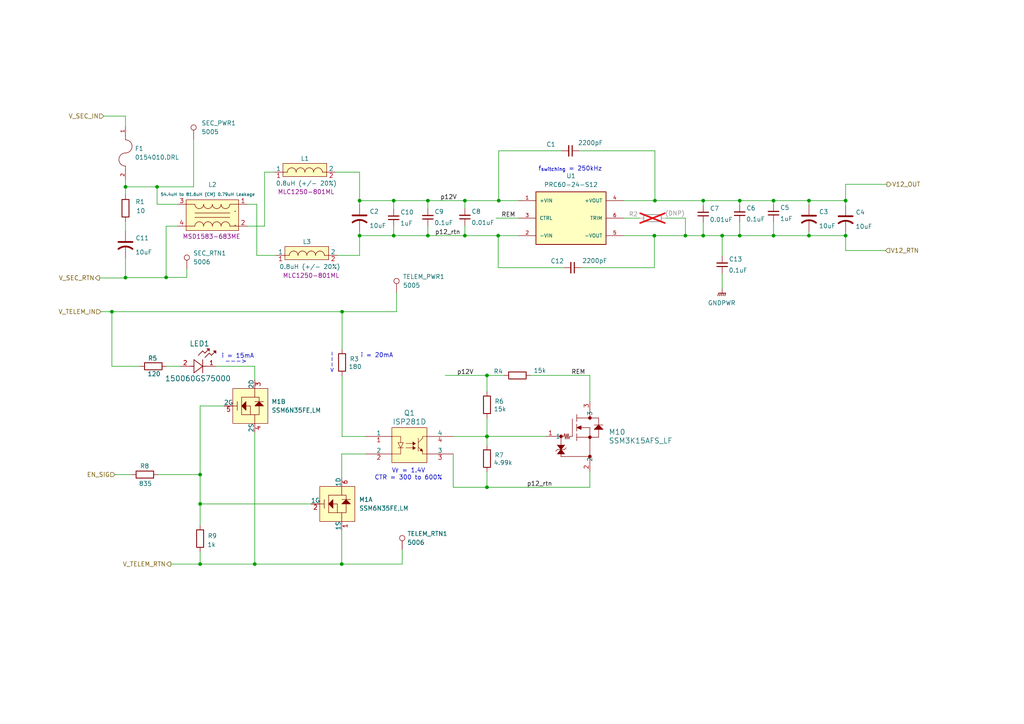
<source format=kicad_sch>
(kicad_sch
	(version 20250114)
	(generator "eeschema")
	(generator_version "9.0")
	(uuid "2c5b0e5b-227b-49dd-a40c-8ec28768bc48")
	(paper "A4")
	(lib_symbols
		(symbol "CUI:PRC60-24-S12"
			(pin_names
				(offset 1.016)
			)
			(exclude_from_sim no)
			(in_bom yes)
			(on_board yes)
			(property "Reference" "U"
				(at -10.16 8.382 0)
				(effects
					(font
						(size 1.27 1.27)
					)
					(justify left bottom)
				)
			)
			(property "Value" "PRC60-24-S12"
				(at -10.16 -10.16 0)
				(effects
					(font
						(size 1.27 1.27)
					)
					(justify left bottom)
				)
			)
			(property "Footprint" "CUI:PRC60-24-S12"
				(at 0 0 0)
				(effects
					(font
						(size 1.27 1.27)
					)
					(justify bottom)
					(hide yes)
				)
			)
			(property "Datasheet" "https://www.belfuse.com/media/datasheets/products/power-supplies/PRC60.pdf"
				(at 0 0 0)
				(effects
					(font
						(size 1.27 1.27)
					)
					(hide yes)
				)
			)
			(property "Description" "Isolated Module DC DC Converter 1 Output 12V 5A 9V - 36V Input"
				(at 0 0 0)
				(effects
					(font
						(size 1.27 1.27)
					)
					(hide yes)
				)
			)
			(property "Manufacturer" "CUI Inc."
				(at 0 0 0)
				(effects
					(font
						(size 1.27 1.27)
					)
					(justify bottom)
					(hide yes)
				)
			)
			(property "Man. Part Num" "PRC60-24-S12"
				(at 0 0 0)
				(effects
					(font
						(size 1.27 1.27)
					)
					(justify bottom)
					(hide yes)
				)
			)
			(property "Distributor" "Digi-Key"
				(at 0 0 0)
				(effects
					(font
						(size 1.27 1.27)
					)
					(justify bottom)
					(hide yes)
				)
			)
			(property "Dist. Part Num" "102-PRC60-24-S12-ND"
				(at 0 0 0)
				(effects
					(font
						(size 1.27 1.27)
					)
					(justify bottom)
					(hide yes)
				)
			)
			(property "Package" "-"
				(at 0 0 0)
				(effects
					(font
						(size 1.27 1.27)
					)
					(justify bottom)
					(hide yes)
				)
			)
			(property "Part Type" "Through Hole"
				(at 0 0 0)
				(effects
					(font
						(size 1.27 1.27)
					)
					(hide yes)
				)
			)
			(property "Notes" ""
				(at 0 0 0)
				(effects
					(font
						(size 1.27 1.27)
					)
					(hide yes)
				)
			)
			(symbol "PRC60-24-S12_0_0"
				(rectangle
					(start -10.16 -7.62)
					(end 10.16 7.62)
					(stroke
						(width 0.254)
						(type default)
					)
					(fill
						(type background)
					)
				)
				(pin input line
					(at -15.24 5.08 0)
					(length 5.08)
					(name "+VIN"
						(effects
							(font
								(size 1.016 1.016)
							)
						)
					)
					(number "1"
						(effects
							(font
								(size 1.016 1.016)
							)
						)
					)
				)
				(pin input line
					(at -15.24 0 0)
					(length 5.08)
					(name "CTRL"
						(effects
							(font
								(size 1.016 1.016)
							)
						)
					)
					(number "3"
						(effects
							(font
								(size 1.016 1.016)
							)
						)
					)
				)
				(pin input line
					(at -15.24 -5.08 0)
					(length 5.08)
					(name "-VIN"
						(effects
							(font
								(size 1.016 1.016)
							)
						)
					)
					(number "2"
						(effects
							(font
								(size 1.016 1.016)
							)
						)
					)
				)
				(pin output line
					(at 15.24 5.08 180)
					(length 5.08)
					(name "+VOUT"
						(effects
							(font
								(size 1.016 1.016)
							)
						)
					)
					(number "4"
						(effects
							(font
								(size 1.016 1.016)
							)
						)
					)
				)
				(pin passive line
					(at 15.24 0 180)
					(length 5.08)
					(name "TRIM"
						(effects
							(font
								(size 1.016 1.016)
							)
						)
					)
					(number "6"
						(effects
							(font
								(size 1.016 1.016)
							)
						)
					)
				)
				(pin output line
					(at 15.24 -5.08 180)
					(length 5.08)
					(name "-VOUT"
						(effects
							(font
								(size 1.016 1.016)
							)
						)
					)
					(number "5"
						(effects
							(font
								(size 1.016 1.016)
							)
						)
					)
				)
			)
			(embedded_fonts no)
		)
		(symbol "CoilCraft:MLC7542"
			(pin_names
				(offset 0)
			)
			(exclude_from_sim no)
			(in_bom yes)
			(on_board yes)
			(property "Reference" "L"
				(at 5.334 3.81 0)
				(effects
					(font
						(size 1.27 1.27)
					)
				)
			)
			(property "Value" ""
				(at 6.35 3.302 0)
				(effects
					(font
						(size 1.27 1.27)
					)
				)
			)
			(property "Footprint" ""
				(at 6.35 3.302 0)
				(effects
					(font
						(size 1.27 1.27)
					)
					(hide yes)
				)
			)
			(property "Datasheet" ""
				(at 6.35 3.302 0)
				(effects
					(font
						(size 1.27 1.27)
					)
					(hide yes)
				)
			)
			(property "Description" ""
				(at 6.35 3.302 0)
				(effects
					(font
						(size 1.27 1.27)
					)
					(hide yes)
				)
			)
			(property "Manufacturer" "Coil Craft"
				(at 0 0 0)
				(effects
					(font
						(size 1.27 1.27)
					)
					(hide yes)
				)
			)
			(property "Man. Part Num" ""
				(at 0 0 0)
				(effects
					(font
						(size 1.27 1.27)
					)
					(hide yes)
				)
			)
			(property "Distributor" "Coil Craft"
				(at 0 0 0)
				(effects
					(font
						(size 1.27 1.27)
					)
					(hide yes)
				)
			)
			(property "Dist. Part Num" ""
				(at 0 0 0)
				(effects
					(font
						(size 1.27 1.27)
					)
					(hide yes)
				)
			)
			(property "Package" ""
				(at 0 0 0)
				(effects
					(font
						(size 1.27 1.27)
					)
					(hide yes)
				)
			)
			(property "Notes" ""
				(at 0 0 0)
				(effects
					(font
						(size 1.27 1.27)
					)
					(hide yes)
				)
			)
			(property "Part Type" "SMD"
				(at 0 0 0)
				(effects
					(font
						(size 1.27 1.27)
					)
					(hide yes)
				)
			)
			(symbol "MLC7542_0_1"
				(arc
					(start 1.27 0)
					(mid 1.642 0.898)
					(end 2.54 1.27)
					(stroke
						(width 0)
						(type default)
					)
					(fill
						(type none)
					)
				)
				(arc
					(start 2.54 1.27)
					(mid 3.438 0.898)
					(end 3.81 0)
					(stroke
						(width 0)
						(type default)
					)
					(fill
						(type none)
					)
				)
				(arc
					(start 3.81 0)
					(mid 4.182 0.898)
					(end 5.08 1.27)
					(stroke
						(width 0)
						(type default)
					)
					(fill
						(type none)
					)
				)
				(arc
					(start 5.08 1.27)
					(mid 5.978 0.898)
					(end 6.35 0)
					(stroke
						(width 0)
						(type default)
					)
					(fill
						(type none)
					)
				)
				(arc
					(start 6.35 0)
					(mid 6.722 0.898)
					(end 7.62 1.27)
					(stroke
						(width 0)
						(type default)
					)
					(fill
						(type none)
					)
				)
				(arc
					(start 7.62 1.27)
					(mid 8.518 0.898)
					(end 8.89 0)
					(stroke
						(width 0)
						(type default)
					)
					(fill
						(type none)
					)
				)
				(arc
					(start 8.89 0)
					(mid 9.262 0.898)
					(end 10.16 1.27)
					(stroke
						(width 0)
						(type default)
					)
					(fill
						(type none)
					)
				)
				(arc
					(start 10.16 1.27)
					(mid 11.058 0.898)
					(end 11.43 0)
					(stroke
						(width 0)
						(type default)
					)
					(fill
						(type none)
					)
				)
			)
			(symbol "MLC7542_1_1"
				(rectangle
					(start 0 2.54)
					(end 12.7 -1.27)
					(stroke
						(width 0)
						(type default)
					)
					(fill
						(type background)
					)
				)
				(polyline
					(pts
						(xy 1.27 0) (xy 0 0)
					)
					(stroke
						(width 0)
						(type default)
					)
					(fill
						(type none)
					)
				)
				(polyline
					(pts
						(xy 11.43 0) (xy 12.7 0)
					)
					(stroke
						(width 0)
						(type default)
					)
					(fill
						(type none)
					)
				)
				(pin bidirectional line
					(at -2.54 0 0)
					(length 2.54)
					(name "1"
						(effects
							(font
								(size 1.27 1.27)
							)
						)
					)
					(number "1"
						(effects
							(font
								(size 1.27 1.27)
							)
						)
					)
				)
				(pin bidirectional line
					(at 15.24 0 180)
					(length 2.54)
					(name "2"
						(effects
							(font
								(size 1.27 1.27)
							)
						)
					)
					(number "2"
						(effects
							(font
								(size 1.27 1.27)
							)
						)
					)
				)
			)
			(embedded_fonts no)
		)
		(symbol "CoilCraft:MSD1583-105"
			(exclude_from_sim no)
			(in_bom yes)
			(on_board yes)
			(property "Reference" "L"
				(at -3.81 -2.54 0)
				(effects
					(font
						(size 1.27 1.27)
					)
				)
			)
			(property "Value" "900uH to 1mH (CM) 2uH Leakage"
				(at 20.32 8.89 0)
				(effects
					(font
						(size 1.27 1.27)
					)
				)
			)
			(property "Footprint" "CoilCraft:MSD1583-105"
				(at 20.32 8.89 0)
				(effects
					(font
						(size 1.27 1.27)
					)
					(hide yes)
				)
			)
			(property "Datasheet" "https://www.coilcraft.com/getmedia/ad29d13c-1804-4028-bd90-ce6471403018/msd1583_cm.pdf"
				(at 20.32 8.89 0)
				(effects
					(font
						(size 1.27 1.27)
					)
					(hide yes)
				)
			)
			(property "Description" "Common Mode Chokes – MSD1583"
				(at 20.32 8.89 0)
				(effects
					(font
						(size 1.27 1.27)
					)
					(hide yes)
				)
			)
			(property "Manufacturer" "Coil Craft"
				(at 0 0 0)
				(effects
					(font
						(size 1.27 1.27)
					)
					(hide yes)
				)
			)
			(property "Man. Part Num" "MSD1583-105KE_"
				(at 0 0 0)
				(effects
					(font
						(size 1.27 1.27)
					)
					(hide yes)
				)
			)
			(property "Distributor" "Coil Craft"
				(at 0 0 0)
				(effects
					(font
						(size 1.27 1.27)
					)
					(hide yes)
				)
			)
			(property "Dist. Part Num" "MSD1583-105KE_"
				(at 0 0 0)
				(effects
					(font
						(size 1.27 1.27)
					)
					(hide yes)
				)
			)
			(property "Package" ""
				(at 0 0 0)
				(effects
					(font
						(size 1.27 1.27)
					)
					(hide yes)
				)
			)
			(property "Part Type" "SMD"
				(at 0 0 0)
				(effects
					(font
						(size 1.27 1.27)
					)
					(hide yes)
				)
			)
			(property "Notes" ""
				(at 0 0 0)
				(effects
					(font
						(size 1.27 1.27)
					)
					(hide yes)
				)
			)
			(symbol "MSD1583-105_0_1"
				(arc
					(start 6.35 6.35)
					(mid 5.452 6.722)
					(end 5.08 7.62)
					(stroke
						(width 0)
						(type default)
					)
					(fill
						(type none)
					)
				)
				(arc
					(start 7.62 7.62)
					(mid 7.248 6.722)
					(end 6.35 6.35)
					(stroke
						(width 0)
						(type default)
					)
					(fill
						(type none)
					)
				)
				(arc
					(start 5.0799 1.2701)
					(mid 5.4519 2.1681)
					(end 6.3499 2.5401)
					(stroke
						(width 0)
						(type default)
					)
					(fill
						(type none)
					)
				)
				(arc
					(start 6.3499 2.5401)
					(mid 7.248 2.1682)
					(end 7.6199 1.2701)
					(stroke
						(width 0)
						(type default)
					)
					(fill
						(type none)
					)
				)
				(arc
					(start 8.89 6.35)
					(mid 7.992 6.722)
					(end 7.62 7.62)
					(stroke
						(width 0)
						(type default)
					)
					(fill
						(type none)
					)
				)
				(arc
					(start 10.16 7.62)
					(mid 9.788 6.722)
					(end 8.89 6.35)
					(stroke
						(width 0)
						(type default)
					)
					(fill
						(type none)
					)
				)
				(arc
					(start 7.6199 1.2701)
					(mid 7.9919 2.1681)
					(end 8.8899 2.5401)
					(stroke
						(width 0)
						(type default)
					)
					(fill
						(type none)
					)
				)
				(arc
					(start 8.8899 2.5401)
					(mid 9.788 2.1682)
					(end 10.1599 1.2701)
					(stroke
						(width 0)
						(type default)
					)
					(fill
						(type none)
					)
				)
				(arc
					(start 11.43 6.35)
					(mid 10.532 6.722)
					(end 10.16 7.62)
					(stroke
						(width 0)
						(type default)
					)
					(fill
						(type none)
					)
				)
				(arc
					(start 12.7 7.62)
					(mid 12.328 6.722)
					(end 11.43 6.35)
					(stroke
						(width 0)
						(type default)
					)
					(fill
						(type none)
					)
				)
				(arc
					(start 10.1599 1.2701)
					(mid 10.5319 2.1681)
					(end 11.4299 2.5401)
					(stroke
						(width 0)
						(type default)
					)
					(fill
						(type none)
					)
				)
				(arc
					(start 11.4299 2.5401)
					(mid 12.328 2.1682)
					(end 12.6999 1.2701)
					(stroke
						(width 0)
						(type default)
					)
					(fill
						(type none)
					)
				)
				(arc
					(start 13.97 6.35)
					(mid 13.072 6.722)
					(end 12.7 7.62)
					(stroke
						(width 0)
						(type default)
					)
					(fill
						(type none)
					)
				)
				(arc
					(start 15.24 7.62)
					(mid 14.868 6.722)
					(end 13.97 6.35)
					(stroke
						(width 0)
						(type default)
					)
					(fill
						(type none)
					)
				)
				(arc
					(start 12.6999 1.2701)
					(mid 13.0719 2.1681)
					(end 13.9699 2.5401)
					(stroke
						(width 0)
						(type default)
					)
					(fill
						(type none)
					)
				)
				(arc
					(start 13.9699 2.5401)
					(mid 14.868 2.1682)
					(end 15.2399 1.2701)
					(stroke
						(width 0)
						(type default)
					)
					(fill
						(type none)
					)
				)
				(polyline
					(pts
						(xy 15.24 5.08) (xy 5.08 5.08)
					)
					(stroke
						(width 0)
						(type default)
					)
					(fill
						(type none)
					)
				)
			)
			(symbol "MSD1583-105_1_1"
				(polyline
					(pts
						(xy 5.08 7.62) (xy 2.54 7.62)
					)
					(stroke
						(width 0)
						(type default)
					)
					(fill
						(type none)
					)
				)
				(polyline
					(pts
						(xy 5.08 1.27) (xy 2.54 1.27)
					)
					(stroke
						(width 0)
						(type default)
					)
					(fill
						(type none)
					)
				)
				(polyline
					(pts
						(xy 15.24 7.62) (xy 17.78 7.62)
					)
					(stroke
						(width 0)
						(type default)
					)
					(fill
						(type none)
					)
				)
				(polyline
					(pts
						(xy 15.24 3.81) (xy 5.08 3.81)
					)
					(stroke
						(width 0)
						(type default)
					)
					(fill
						(type none)
					)
				)
				(polyline
					(pts
						(xy 15.24 1.27) (xy 17.78 1.27)
					)
					(stroke
						(width 0)
						(type default)
					)
					(fill
						(type none)
					)
				)
				(rectangle
					(start 17.78 0)
					(end 2.54 8.89)
					(stroke
						(width 0)
						(type default)
					)
					(fill
						(type background)
					)
				)
				(text "."
					(at 16.764 6.096 0)
					(effects
						(font
							(size 1.27 1.27)
						)
					)
				)
				(text "."
					(at 16.764 2.032 0)
					(effects
						(font
							(size 1.27 1.27)
						)
					)
				)
				(pin input line
					(at 0 7.62 0)
					(length 2.54)
					(name ""
						(effects
							(font
								(size 1.27 1.27)
							)
						)
					)
					(number "3"
						(effects
							(font
								(size 1.27 1.27)
							)
						)
					)
				)
				(pin input line
					(at 0 1.27 0)
					(length 2.54)
					(name ""
						(effects
							(font
								(size 1.27 1.27)
							)
						)
					)
					(number "4"
						(effects
							(font
								(size 1.27 1.27)
							)
						)
					)
				)
				(pin input line
					(at 20.32 7.62 180)
					(length 2.54)
					(name ""
						(effects
							(font
								(size 1.27 1.27)
							)
						)
					)
					(number "1"
						(effects
							(font
								(size 1.27 1.27)
							)
						)
					)
				)
				(pin input line
					(at 20.32 1.27 180)
					(length 2.54)
					(name ""
						(effects
							(font
								(size 1.27 1.27)
							)
						)
					)
					(number "2"
						(effects
							(font
								(size 1.27 1.27)
							)
						)
					)
				)
			)
			(embedded_fonts no)
		)
		(symbol "ISOCOM:ISP281D"
			(pin_names
				(offset 0)
			)
			(exclude_from_sim no)
			(in_bom yes)
			(on_board yes)
			(property "Reference" "Q"
				(at 8.89 7.366 0)
				(effects
					(font
						(size 1.524 1.524)
					)
				)
			)
			(property "Value" "ISP281D"
				(at 12.446 4.572 0)
				(effects
					(font
						(size 1.524 1.524)
					)
				)
			)
			(property "Footprint" "ISOCOM:ISP281D_ISO"
				(at 0 0 0)
				(effects
					(font
						(size 1.27 1.27)
						(italic yes)
					)
					(hide yes)
				)
			)
			(property "Datasheet" "http://isocom.com/wp-content/uploads/2020/06/dd93256-030620.pdf"
				(at 0 0 0)
				(effects
					(font
						(size 1.27 1.27)
						(italic yes)
					)
					(hide yes)
				)
			)
			(property "Description" "Optoisolator Transistor Output 3750Vrms 1 Channel 4-SOP"
				(at 0 0 0)
				(effects
					(font
						(size 1.27 1.27)
					)
					(hide yes)
				)
			)
			(property "Manufacturer" "Isocom Components 2004 LTD"
				(at 0 0 0)
				(effects
					(font
						(size 1.27 1.27)
					)
					(hide yes)
				)
			)
			(property "Man. Part Num" "ISP281D"
				(at 0 0 0)
				(effects
					(font
						(size 1.27 1.27)
					)
					(hide yes)
				)
			)
			(property "Distributor" "Digi-Key"
				(at 0 0 0)
				(effects
					(font
						(size 1.27 1.27)
					)
					(hide yes)
				)
			)
			(property "Dist. Part Num" "58-ISP281DCT-ND"
				(at 0 0 0)
				(effects
					(font
						(size 1.27 1.27)
					)
					(hide yes)
				)
			)
			(property "Part Type" "SMD"
				(at 0 0 0)
				(effects
					(font
						(size 1.27 1.27)
					)
					(hide yes)
				)
			)
			(property "Package" "4-SOP"
				(at 0 0 0)
				(effects
					(font
						(size 1.27 1.27)
					)
					(hide yes)
				)
			)
			(property "Notes" ""
				(at 0 0 0)
				(effects
					(font
						(size 1.27 1.27)
					)
					(hide yes)
				)
			)
			(property "ki_keywords" "ISP281D"
				(at 0 0 0)
				(effects
					(font
						(size 1.27 1.27)
					)
					(hide yes)
				)
			)
			(property "ki_fp_filters" "ISP281D_ISO ISP281D_ISO-M ISP281D_ISO-L"
				(at 0 0 0)
				(effects
					(font
						(size 1.27 1.27)
					)
					(hide yes)
				)
			)
			(symbol "ISP281D_0_1"
				(polyline
					(pts
						(xy 9.398 -1.778) (xy 10.16 -3.302)
					)
					(stroke
						(width 0.127)
						(type default)
					)
					(fill
						(type none)
					)
				)
				(polyline
					(pts
						(xy 9.398 -3.302) (xy 10.922 -3.302)
					)
					(stroke
						(width 0.127)
						(type default)
					)
					(fill
						(type none)
					)
				)
				(polyline
					(pts
						(xy 10.16 0) (xy 7.62 0)
					)
					(stroke
						(width 0.127)
						(type default)
					)
					(fill
						(type none)
					)
				)
				(polyline
					(pts
						(xy 10.16 0) (xy 10.16 -1.778)
					)
					(stroke
						(width 0.127)
						(type default)
					)
					(fill
						(type none)
					)
				)
				(polyline
					(pts
						(xy 10.16 -3.302) (xy 10.16 -5.08)
					)
					(stroke
						(width 0.127)
						(type default)
					)
					(fill
						(type none)
					)
				)
				(polyline
					(pts
						(xy 10.16 -3.302) (xy 10.922 -1.778)
					)
					(stroke
						(width 0.127)
						(type default)
					)
					(fill
						(type none)
					)
				)
				(polyline
					(pts
						(xy 10.16 -5.08) (xy 7.62 -5.08)
					)
					(stroke
						(width 0.127)
						(type default)
					)
					(fill
						(type none)
					)
				)
				(polyline
					(pts
						(xy 10.922 -1.778) (xy 9.398 -1.778)
					)
					(stroke
						(width 0.127)
						(type default)
					)
					(fill
						(type none)
					)
				)
				(polyline
					(pts
						(xy 11.684 -2.032) (xy 13.716 -2.032)
					)
					(stroke
						(width 0.127)
						(type default)
					)
					(fill
						(type none)
					)
				)
				(polyline
					(pts
						(xy 11.684 -3.302) (xy 13.716 -3.302)
					)
					(stroke
						(width 0.127)
						(type default)
					)
					(fill
						(type none)
					)
				)
				(polyline
					(pts
						(xy 13.716 -1.524) (xy 13.716 -2.54) (xy 14.478 -2.032)
					)
					(stroke
						(width 0)
						(type default)
					)
					(fill
						(type outline)
					)
				)
				(polyline
					(pts
						(xy 13.716 -2.794) (xy 13.716 -3.81) (xy 14.478 -3.302)
					)
					(stroke
						(width 0)
						(type default)
					)
					(fill
						(type outline)
					)
				)
				(polyline
					(pts
						(xy 15.24 -1.778) (xy 16.51 -0.508)
					)
					(stroke
						(width 0.127)
						(type default)
					)
					(fill
						(type none)
					)
				)
				(polyline
					(pts
						(xy 15.24 -3.048) (xy 16.002 -3.81)
					)
					(stroke
						(width 0.127)
						(type default)
					)
					(fill
						(type none)
					)
				)
				(polyline
					(pts
						(xy 15.24 -4.318) (xy 15.24 -0.508)
					)
					(stroke
						(width 0.127)
						(type default)
					)
					(fill
						(type none)
					)
				)
				(polyline
					(pts
						(xy 16.4717 -4.3107) (xy 15.748 -4.064) (xy 16.256 -3.556) (xy 16.51 -4.318)
					)
					(stroke
						(width 0)
						(type default)
					)
					(fill
						(type outline)
					)
				)
				(polyline
					(pts
						(xy 16.51 0) (xy 17.78 0)
					)
					(stroke
						(width 0.127)
						(type default)
					)
					(fill
						(type none)
					)
				)
				(polyline
					(pts
						(xy 16.51 -0.508) (xy 16.51 0)
					)
					(stroke
						(width 0.127)
						(type default)
					)
					(fill
						(type none)
					)
				)
				(polyline
					(pts
						(xy 16.51 -4.318) (xy 16.51 -5.08)
					)
					(stroke
						(width 0.127)
						(type default)
					)
					(fill
						(type none)
					)
				)
				(polyline
					(pts
						(xy 17.78 -5.08) (xy 16.51 -5.08)
					)
					(stroke
						(width 0.127)
						(type default)
					)
					(fill
						(type none)
					)
				)
				(pin unspecified line
					(at 0 0 0)
					(length 7.62)
					(name "1"
						(effects
							(font
								(size 1.27 1.27)
							)
						)
					)
					(number "1"
						(effects
							(font
								(size 1.27 1.27)
							)
						)
					)
				)
				(pin unspecified line
					(at 0 -5.08 0)
					(length 7.62)
					(name "2"
						(effects
							(font
								(size 1.27 1.27)
							)
						)
					)
					(number "2"
						(effects
							(font
								(size 1.27 1.27)
							)
						)
					)
				)
				(pin unspecified line
					(at 25.4 0 180)
					(length 7.62)
					(name "4"
						(effects
							(font
								(size 1.27 1.27)
							)
						)
					)
					(number "4"
						(effects
							(font
								(size 1.27 1.27)
							)
						)
					)
				)
				(pin unspecified line
					(at 25.4 -5.08 180)
					(length 7.62)
					(name "3"
						(effects
							(font
								(size 1.27 1.27)
							)
						)
					)
					(number "3"
						(effects
							(font
								(size 1.27 1.27)
							)
						)
					)
				)
			)
			(symbol "ISP281D_1_1"
				(rectangle
					(start 7.62 2.54)
					(end 17.78 -7.62)
					(stroke
						(width 0)
						(type default)
					)
					(fill
						(type background)
					)
				)
			)
			(embedded_fonts no)
		)
		(symbol "Little_Fuse:0154010.DRL"
			(pin_names
				(offset 1.016)
			)
			(exclude_from_sim no)
			(in_bom yes)
			(on_board yes)
			(property "Reference" "F"
				(at -2.54 5.08 0)
				(effects
					(font
						(size 1.27 1.27)
					)
					(justify left bottom)
				)
			)
			(property "Value" "0154010.DRL"
				(at -2.54 -5.08 0)
				(effects
					(font
						(size 1.27 1.27)
					)
					(justify left bottom)
				)
			)
			(property "Footprint" "LittlFuse:FUSE_0154010.DRL"
				(at 0 0 0)
				(effects
					(font
						(size 1.27 1.27)
					)
					(justify bottom)
					(hide yes)
				)
			)
			(property "Datasheet" "https://www.littelfuse.com/assetdocs/littelfuse-fuse-154-series-data-sheet?assetguid=a8a8a462-7295-481b-a91b-d770dabf005b"
				(at 0 0 0)
				(effects
					(font
						(size 1.27 1.27)
					)
					(hide yes)
				)
			)
			(property "Description" "10 A 125 V AC 125 V DC Fuse Board Mount (Cartridge Style Excluded) Requires Holder, Surface Mount 2-SMD, Square End Block with Holder"
				(at 0 0 0)
				(effects
					(font
						(size 1.27 1.27)
					)
					(hide yes)
				)
			)
			(property "Manufacturer" "Littelfuse Inc."
				(at 0 0 0)
				(effects
					(font
						(size 1.27 1.27)
					)
					(justify bottom)
					(hide yes)
				)
			)
			(property "Man. Part Num" "0154010.DRL"
				(at 0 0 0)
				(effects
					(font
						(size 1.27 1.27)
					)
					(hide yes)
				)
			)
			(property "Distributor" "Digi-Key"
				(at 0 0 0)
				(effects
					(font
						(size 1.27 1.27)
					)
					(hide yes)
				)
			)
			(property "Dist. Part Num" "F11011CT-ND"
				(at 0 0 0)
				(effects
					(font
						(size 1.27 1.27)
					)
					(hide yes)
				)
			)
			(property "Part Type" "SMD"
				(at 0 0 0)
				(effects
					(font
						(size 1.27 1.27)
					)
					(hide yes)
				)
			)
			(property "Package" "Surface Mount 2-SMD, Square End Block with Holder"
				(at 0 0 0)
				(effects
					(font
						(size 1.27 1.27)
					)
					(hide yes)
				)
			)
			(property "Notes" ""
				(at 0 0 0)
				(effects
					(font
						(size 1.27 1.27)
					)
					(hide yes)
				)
			)
			(symbol "0154010.DRL_0_0"
				(polyline
					(pts
						(xy -5.08 0) (xy -3.81 0)
					)
					(stroke
						(width 0.1524)
						(type default)
					)
					(fill
						(type none)
					)
				)
				(arc
					(start -3.81 0)
					(mid -1.905 1.8967)
					(end 0 0)
					(stroke
						(width 0.1524)
						(type default)
					)
					(fill
						(type none)
					)
				)
				(arc
					(start 3.81 0)
					(mid 1.905 -1.8967)
					(end 0 0)
					(stroke
						(width 0.1524)
						(type default)
					)
					(fill
						(type none)
					)
				)
				(polyline
					(pts
						(xy 5.08 0) (xy 3.81 0)
					)
					(stroke
						(width 0.1524)
						(type default)
					)
					(fill
						(type none)
					)
				)
				(pin passive line
					(at -7.62 0 0)
					(length 2.54)
					(name "~"
						(effects
							(font
								(size 1.016 1.016)
							)
						)
					)
					(number "1"
						(effects
							(font
								(size 1.016 1.016)
							)
						)
					)
				)
				(pin passive line
					(at 7.62 0 180)
					(length 2.54)
					(name "~"
						(effects
							(font
								(size 1.016 1.016)
							)
						)
					)
					(number "2"
						(effects
							(font
								(size 1.016 1.016)
							)
						)
					)
				)
			)
			(embedded_fonts no)
		)
		(symbol "Passive_Parts:C"
			(pin_numbers
				(hide yes)
			)
			(pin_names
				(offset 0)
				(hide yes)
			)
			(exclude_from_sim no)
			(in_bom yes)
			(on_board yes)
			(property "Reference" "C"
				(at 2.54 5.08 0)
				(effects
					(font
						(size 1.27 1.27)
					)
				)
			)
			(property "Value" ""
				(at 0 0 0)
				(effects
					(font
						(size 1.27 1.27)
					)
				)
			)
			(property "Footprint" ""
				(at 0 0 0)
				(effects
					(font
						(size 1.27 1.27)
					)
					(hide yes)
				)
			)
			(property "Datasheet" ""
				(at 0 0 0)
				(effects
					(font
						(size 1.27 1.27)
					)
					(hide yes)
				)
			)
			(property "Description" ""
				(at 0 0 0)
				(effects
					(font
						(size 1.27 1.27)
					)
					(hide yes)
				)
			)
			(property "Manufacturer" ""
				(at 0 0 0)
				(effects
					(font
						(size 1.27 1.27)
					)
					(hide yes)
				)
			)
			(property "Man. Part Num" ""
				(at 0 0 0)
				(effects
					(font
						(size 1.27 1.27)
					)
					(hide yes)
				)
			)
			(property "Distributor" "Digi-Key"
				(at 0 0 0)
				(effects
					(font
						(size 1.27 1.27)
					)
					(hide yes)
				)
			)
			(property "Dist. Part Num" ""
				(at 0 0 0)
				(effects
					(font
						(size 1.27 1.27)
					)
					(hide yes)
				)
			)
			(property "Package" ""
				(at 0 0 0)
				(effects
					(font
						(size 1.27 1.27)
					)
					(hide yes)
				)
			)
			(property "Part Type" "SMD"
				(at 0 0 0)
				(effects
					(font
						(size 1.27 1.27)
					)
					(hide yes)
				)
			)
			(property "Notes" ""
				(at 0 0 0)
				(effects
					(font
						(size 1.27 1.27)
					)
					(hide yes)
				)
			)
			(symbol "C_0_1"
				(polyline
					(pts
						(xy 2.032 1.016) (xy 2.032 4.064)
					)
					(stroke
						(width 0.3048)
						(type default)
					)
					(fill
						(type none)
					)
				)
				(polyline
					(pts
						(xy 3.048 1.016) (xy 3.048 4.064)
					)
					(stroke
						(width 0.3302)
						(type default)
					)
					(fill
						(type none)
					)
				)
			)
			(symbol "C_1_1"
				(pin passive line
					(at 0 2.54 0)
					(length 2.032)
					(name "~"
						(effects
							(font
								(size 1.27 1.27)
							)
						)
					)
					(number "1"
						(effects
							(font
								(size 1.27 1.27)
							)
						)
					)
				)
				(pin passive line
					(at 5.08 2.54 180)
					(length 2.032)
					(name "~"
						(effects
							(font
								(size 1.27 1.27)
							)
						)
					)
					(number "2"
						(effects
							(font
								(size 1.27 1.27)
							)
						)
					)
				)
			)
			(embedded_fonts no)
		)
		(symbol "Passive_Parts:C_Tantalum"
			(pin_numbers
				(hide yes)
			)
			(pin_names
				(offset 0)
				(hide yes)
			)
			(exclude_from_sim no)
			(in_bom yes)
			(on_board yes)
			(property "Reference" "C"
				(at 0 0 0)
				(effects
					(font
						(size 1.27 1.27)
					)
				)
			)
			(property "Value" ""
				(at 0 0 0)
				(effects
					(font
						(size 1.27 1.27)
					)
				)
			)
			(property "Footprint" ""
				(at 0 0 0)
				(effects
					(font
						(size 1.27 1.27)
					)
					(hide yes)
				)
			)
			(property "Datasheet" ""
				(at 0 0 0)
				(effects
					(font
						(size 1.27 1.27)
					)
					(hide yes)
				)
			)
			(property "Description" ""
				(at 0 0 0)
				(effects
					(font
						(size 1.27 1.27)
					)
					(hide yes)
				)
			)
			(property "Manufacturer" ""
				(at 0 0 0)
				(effects
					(font
						(size 1.27 1.27)
					)
					(hide yes)
				)
			)
			(property "Man. Part Num" ""
				(at 0 0 0)
				(effects
					(font
						(size 1.27 1.27)
					)
					(hide yes)
				)
			)
			(property "Distributor" "Digi-Key"
				(at 0 0 0)
				(effects
					(font
						(size 1.27 1.27)
					)
					(hide yes)
				)
			)
			(property "Dist. Part Num" ""
				(at 0 0 0)
				(effects
					(font
						(size 1.27 1.27)
					)
					(hide yes)
				)
			)
			(property "Part Type" ""
				(at 0 0 0)
				(effects
					(font
						(size 1.27 1.27)
					)
					(hide yes)
				)
			)
			(property "Package" ""
				(at 0 0 0)
				(effects
					(font
						(size 1.27 1.27)
					)
					(hide yes)
				)
			)
			(property "Notes" ""
				(at 0 0 0)
				(effects
					(font
						(size 1.27 1.27)
					)
					(hide yes)
				)
			)
			(symbol "C_Tantalum_0_1"
				(polyline
					(pts
						(xy 4.318 0.508) (xy 4.318 4.572)
					)
					(stroke
						(width 0.508)
						(type default)
					)
					(fill
						(type none)
					)
				)
				(arc
					(start 6.35 0.508)
					(mid 5.6372 2.54)
					(end 6.35 4.572)
					(stroke
						(width 0.508)
						(type default)
					)
					(fill
						(type none)
					)
				)
			)
			(symbol "C_Tantalum_1_1"
				(pin passive line
					(at 1.27 2.54 0)
					(length 2.794)
					(name "~"
						(effects
							(font
								(size 1.27 1.27)
							)
						)
					)
					(number "1"
						(effects
							(font
								(size 1.27 1.27)
							)
						)
					)
				)
				(pin passive line
					(at 8.89 2.54 180)
					(length 3.302)
					(name "~"
						(effects
							(font
								(size 1.27 1.27)
							)
						)
					)
					(number "2"
						(effects
							(font
								(size 1.27 1.27)
							)
						)
					)
				)
			)
			(embedded_fonts no)
		)
		(symbol "Passive_Parts:R"
			(pin_numbers
				(hide yes)
			)
			(pin_names
				(offset 0)
				(hide yes)
			)
			(exclude_from_sim no)
			(in_bom yes)
			(on_board yes)
			(property "Reference" "R"
				(at 2.54 5.08 0)
				(effects
					(font
						(size 1.27 1.27)
					)
				)
			)
			(property "Value" ""
				(at 0 0 0)
				(effects
					(font
						(size 1.27 1.27)
					)
				)
			)
			(property "Footprint" ""
				(at 0 0 0)
				(effects
					(font
						(size 1.27 1.27)
					)
					(hide yes)
				)
			)
			(property "Datasheet" ""
				(at 0 0 0)
				(effects
					(font
						(size 1.27 1.27)
					)
					(hide yes)
				)
			)
			(property "Description" ""
				(at 0 0 0)
				(effects
					(font
						(size 1.27 1.27)
					)
					(hide yes)
				)
			)
			(property "Manufacturer" ""
				(at 0 0 0)
				(effects
					(font
						(size 1.27 1.27)
					)
					(hide yes)
				)
			)
			(property "Man. Part Num" ""
				(at 0 0 0)
				(effects
					(font
						(size 1.27 1.27)
					)
					(hide yes)
				)
			)
			(property "Distributor" "Digi-Key"
				(at 0 0 0)
				(effects
					(font
						(size 1.27 1.27)
					)
					(hide yes)
				)
			)
			(property "Dist. Part Num" ""
				(at 0 0 0)
				(effects
					(font
						(size 1.27 1.27)
					)
					(hide yes)
				)
			)
			(property "Part Type" "SMD"
				(at 0 0 0)
				(effects
					(font
						(size 1.27 1.27)
					)
					(hide yes)
				)
			)
			(property "Notes" ""
				(at 0 0 0)
				(effects
					(font
						(size 1.27 1.27)
					)
					(hide yes)
				)
			)
			(property "Package" ""
				(at 0 0 0)
				(effects
					(font
						(size 1.27 1.27)
					)
					(hide yes)
				)
			)
			(symbol "R_0_1"
				(rectangle
					(start 5.08 1.524)
					(end 0 3.556)
					(stroke
						(width 0.254)
						(type default)
					)
					(fill
						(type none)
					)
				)
			)
			(symbol "R_1_1"
				(pin passive line
					(at -1.27 2.54 0)
					(length 1.27)
					(name "~"
						(effects
							(font
								(size 1.27 1.27)
							)
						)
					)
					(number "1"
						(effects
							(font
								(size 1.27 1.27)
							)
						)
					)
				)
				(pin passive line
					(at 6.35 2.54 180)
					(length 1.27)
					(name "~"
						(effects
							(font
								(size 1.27 1.27)
							)
						)
					)
					(number "2"
						(effects
							(font
								(size 1.27 1.27)
							)
						)
					)
				)
			)
			(embedded_fonts no)
		)
		(symbol "Passive_Parts:TP"
			(pin_numbers
				(hide yes)
			)
			(pin_names
				(hide yes)
			)
			(exclude_from_sim no)
			(in_bom yes)
			(on_board yes)
			(property "Reference" "TP"
				(at 2.286 3.302 0)
				(effects
					(font
						(size 1.27 1.27)
					)
				)
			)
			(property "Value" ""
				(at -2.54 0 0)
				(effects
					(font
						(size 1.27 1.27)
					)
				)
			)
			(property "Footprint" ""
				(at -2.54 0 0)
				(effects
					(font
						(size 1.27 1.27)
					)
					(hide yes)
				)
			)
			(property "Datasheet" ""
				(at -2.54 0 0)
				(effects
					(font
						(size 1.27 1.27)
					)
					(hide yes)
				)
			)
			(property "Description" ""
				(at -2.54 0 0)
				(effects
					(font
						(size 1.27 1.27)
					)
					(hide yes)
				)
			)
			(property "Manufacturer" ""
				(at 0 0 0)
				(effects
					(font
						(size 1.27 1.27)
					)
					(hide yes)
				)
			)
			(property "Man. Part Num" ""
				(at 0 0 0)
				(effects
					(font
						(size 1.27 1.27)
					)
					(hide yes)
				)
			)
			(property "Distributor" ""
				(at 0 0 0)
				(effects
					(font
						(size 1.27 1.27)
					)
					(hide yes)
				)
			)
			(property "Dist. Part Num" ""
				(at 0 0 0)
				(effects
					(font
						(size 1.27 1.27)
					)
					(hide yes)
				)
			)
			(property "Part Type" ""
				(at 0 0 0)
				(effects
					(font
						(size 1.27 1.27)
					)
					(hide yes)
				)
			)
			(property "Package" ""
				(at 0 0 0)
				(effects
					(font
						(size 1.27 1.27)
					)
					(hide yes)
				)
			)
			(property "Notes" ""
				(at 0 0 0)
				(effects
					(font
						(size 1.27 1.27)
					)
					(hide yes)
				)
			)
			(symbol "TP_0_1"
				(circle
					(center 0 3.302)
					(radius 0.762)
					(stroke
						(width 0)
						(type default)
					)
					(fill
						(type none)
					)
				)
			)
			(symbol "TP_1_1"
				(pin passive line
					(at 0 0 90)
					(length 2.54)
					(name "1"
						(effects
							(font
								(size 1.27 1.27)
							)
						)
					)
					(number "1"
						(effects
							(font
								(size 1.27 1.27)
							)
						)
					)
				)
			)
			(embedded_fonts no)
		)
		(symbol "Toshiba_Semi:SSM3K15AFS_LF"
			(pin_names
				(offset 0.254)
			)
			(exclude_from_sim no)
			(in_bom yes)
			(on_board yes)
			(property "Reference" "MOSFET"
				(at 0 0 0)
				(effects
					(font
						(size 1.524 1.524)
					)
				)
			)
			(property "Value" "SSM3K15AFS_LF"
				(at 0 0 0)
				(effects
					(font
						(size 1.524 1.524)
					)
				)
			)
			(property "Footprint" "SSM_TOS"
				(at 0 0 0)
				(effects
					(font
						(size 1.27 1.27)
						(italic yes)
					)
					(hide yes)
				)
			)
			(property "Datasheet" "https://toshiba.semicon-storage.com/info/SSM3K15AFS_datasheet_en_20140301.pdf?did=5914&prodName=SSM3K15AFS"
				(at 0 0 0)
				(effects
					(font
						(size 1.27 1.27)
						(italic yes)
					)
					(hide yes)
				)
			)
			(property "Description" "MOSFET N-CH 30V 100MA SSM"
				(at 0 0 0)
				(effects
					(font
						(size 1.27 1.27)
					)
					(hide yes)
				)
			)
			(property "Manufacturer" "Toshiba Semiconductor and Storage"
				(at 0 0 0)
				(effects
					(font
						(size 1.27 1.27)
					)
					(hide yes)
				)
			)
			(property "Man. Part Num" "SSM3K15AFS,LF"
				(at 0 0 0)
				(effects
					(font
						(size 1.27 1.27)
					)
					(hide yes)
				)
			)
			(property "Distributor" "Digi-Key"
				(at 0 0 0)
				(effects
					(font
						(size 1.27 1.27)
					)
					(hide yes)
				)
			)
			(property "Dist. Part Num" "SSM3K15AFSLFCT-ND"
				(at 0 0 0)
				(effects
					(font
						(size 1.27 1.27)
					)
					(hide yes)
				)
			)
			(property "Part Type" "SMD"
				(at 0 0 0)
				(effects
					(font
						(size 1.27 1.27)
					)
					(hide yes)
				)
			)
			(property "Package" "SSM_TOS"
				(at 0 0 0)
				(effects
					(font
						(size 1.27 1.27)
					)
					(hide yes)
				)
			)
			(property "Notes" ""
				(at 0 0 0)
				(effects
					(font
						(size 1.27 1.27)
					)
					(hide yes)
				)
			)
			(property "ki_keywords" "SSM3K15AFS,LF"
				(at 0 0 0)
				(effects
					(font
						(size 1.27 1.27)
					)
					(hide yes)
				)
			)
			(property "ki_fp_filters" "SSM_TOS SSM_TOS-M SSM_TOS-L"
				(at 0 0 0)
				(effects
					(font
						(size 1.27 1.27)
					)
					(hide yes)
				)
			)
			(symbol "SSM3K15AFS_LF_0_1"
				(polyline
					(pts
						(xy 0 -7.62) (xy 2.54 -7.62)
					)
					(stroke
						(width 0.1524)
						(type default)
					)
					(fill
						(type none)
					)
				)
				(polyline
					(pts
						(xy 0.762 -10.16) (xy 1.778 -11.43)
					)
					(stroke
						(width 0.1524)
						(type default)
					)
					(fill
						(type none)
					)
				)
				(polyline
					(pts
						(xy 0.762 -10.16) (xy 1.778 -11.43) (xy 0.762 -12.7) (xy 2.794 -12.7) (xy 1.778 -11.43) (xy 2.794 -10.16)
					)
					(stroke
						(width 0)
						(type default)
					)
					(fill
						(type outline)
					)
				)
				(polyline
					(pts
						(xy 0.762 -11.43) (xy 0.254 -11.938)
					)
					(stroke
						(width 0.1524)
						(type default)
					)
					(fill
						(type none)
					)
				)
				(polyline
					(pts
						(xy 0.762 -11.43) (xy 2.794 -11.43)
					)
					(stroke
						(width 0.1524)
						(type default)
					)
					(fill
						(type none)
					)
				)
				(polyline
					(pts
						(xy 0.762 -12.7) (xy 2.794 -12.7)
					)
					(stroke
						(width 0.1524)
						(type default)
					)
					(fill
						(type none)
					)
				)
				(polyline
					(pts
						(xy 1.778 -7.62) (xy 1.778 -10.16)
					)
					(stroke
						(width 0.1524)
						(type default)
					)
					(fill
						(type none)
					)
				)
				(circle
					(center 1.778 -7.62)
					(radius 0.254)
					(stroke
						(width 0.508)
						(type default)
					)
					(fill
						(type none)
					)
				)
				(polyline
					(pts
						(xy 1.778 -11.43) (xy 0.762 -12.7)
					)
					(stroke
						(width 0.1524)
						(type default)
					)
					(fill
						(type none)
					)
				)
				(polyline
					(pts
						(xy 1.778 -11.43) (xy 2.794 -10.16)
					)
					(stroke
						(width 0.1524)
						(type default)
					)
					(fill
						(type none)
					)
				)
				(polyline
					(pts
						(xy 1.778 -12.7) (xy 1.778 -13.462)
					)
					(stroke
						(width 0.1524)
						(type default)
					)
					(fill
						(type none)
					)
				)
				(polyline
					(pts
						(xy 1.778 -13.462) (xy 10.16 -13.462)
					)
					(stroke
						(width 0.1524)
						(type default)
					)
					(fill
						(type none)
					)
				)
				(polyline
					(pts
						(xy 2.794 -6.858) (xy 2.54 -7.62)
					)
					(stroke
						(width 0.1524)
						(type default)
					)
					(fill
						(type none)
					)
				)
				(polyline
					(pts
						(xy 2.794 -10.16) (xy 0.762 -10.16)
					)
					(stroke
						(width 0.1524)
						(type default)
					)
					(fill
						(type none)
					)
				)
				(polyline
					(pts
						(xy 2.794 -11.43) (xy 3.302 -10.922)
					)
					(stroke
						(width 0.1524)
						(type default)
					)
					(fill
						(type none)
					)
				)
				(polyline
					(pts
						(xy 2.794 -12.7) (xy 1.778 -11.43)
					)
					(stroke
						(width 0.1524)
						(type default)
					)
					(fill
						(type none)
					)
				)
				(polyline
					(pts
						(xy 3.048 -8.382) (xy 2.794 -6.858)
					)
					(stroke
						(width 0.1524)
						(type default)
					)
					(fill
						(type none)
					)
				)
				(polyline
					(pts
						(xy 3.302 -6.858) (xy 3.048 -8.382)
					)
					(stroke
						(width 0.1524)
						(type default)
					)
					(fill
						(type none)
					)
				)
				(polyline
					(pts
						(xy 3.556 -8.382) (xy 3.302 -6.858)
					)
					(stroke
						(width 0.1524)
						(type default)
					)
					(fill
						(type none)
					)
				)
				(polyline
					(pts
						(xy 3.81 -6.858) (xy 3.556 -8.382)
					)
					(stroke
						(width 0.1524)
						(type default)
					)
					(fill
						(type none)
					)
				)
				(polyline
					(pts
						(xy 4.064 -8.382) (xy 3.81 -6.858)
					)
					(stroke
						(width 0.1524)
						(type default)
					)
					(fill
						(type none)
					)
				)
				(polyline
					(pts
						(xy 4.318 -7.62) (xy 4.064 -8.382)
					)
					(stroke
						(width 0.1524)
						(type default)
					)
					(fill
						(type none)
					)
				)
				(polyline
					(pts
						(xy 5.08 -7.62) (xy 4.318 -7.62)
					)
					(stroke
						(width 0.1524)
						(type default)
					)
					(fill
						(type none)
					)
				)
				(polyline
					(pts
						(xy 5.08 -7.62) (xy 5.08 -2.54)
					)
					(stroke
						(width 0.1524)
						(type default)
					)
					(fill
						(type none)
					)
				)
				(polyline
					(pts
						(xy 6.35 -3.302) (xy 6.35 -1.27)
					)
					(stroke
						(width 0.1524)
						(type default)
					)
					(fill
						(type none)
					)
				)
				(polyline
					(pts
						(xy 6.35 -5.08) (xy 7.62 -4.572)
					)
					(stroke
						(width 0.1524)
						(type default)
					)
					(fill
						(type none)
					)
				)
				(polyline
					(pts
						(xy 6.35 -6.096) (xy 6.35 -4.064)
					)
					(stroke
						(width 0.1524)
						(type default)
					)
					(fill
						(type none)
					)
				)
				(polyline
					(pts
						(xy 6.35 -7.874) (xy 12.7 -7.874)
					)
					(stroke
						(width 0.1524)
						(type default)
					)
					(fill
						(type none)
					)
				)
				(polyline
					(pts
						(xy 6.35 -8.89) (xy 6.35 -6.858)
					)
					(stroke
						(width 0.1524)
						(type default)
					)
					(fill
						(type none)
					)
				)
				(polyline
					(pts
						(xy 7.62 -4.572) (xy 7.62 -5.588)
					)
					(stroke
						(width 0.1524)
						(type default)
					)
					(fill
						(type none)
					)
				)
				(polyline
					(pts
						(xy 7.62 -4.572) (xy 6.35 -5.08) (xy 7.62 -5.588)
					)
					(stroke
						(width 0)
						(type default)
					)
					(fill
						(type outline)
					)
				)
				(polyline
					(pts
						(xy 7.62 -5.08) (xy 10.16 -5.08)
					)
					(stroke
						(width 0.1524)
						(type default)
					)
					(fill
						(type none)
					)
				)
				(polyline
					(pts
						(xy 7.62 -5.588) (xy 6.35 -5.08)
					)
					(stroke
						(width 0.1524)
						(type default)
					)
					(fill
						(type none)
					)
				)
				(polyline
					(pts
						(xy 10.16 0) (xy 10.16 -2.286)
					)
					(stroke
						(width 0.1524)
						(type default)
					)
					(fill
						(type none)
					)
				)
				(circle
					(center 10.16 -2.286)
					(radius 0.254)
					(stroke
						(width 0.508)
						(type default)
					)
					(fill
						(type none)
					)
				)
				(polyline
					(pts
						(xy 10.16 -5.08) (xy 10.16 -15.24)
					)
					(stroke
						(width 0.1524)
						(type default)
					)
					(fill
						(type none)
					)
				)
				(circle
					(center 10.16 -7.874)
					(radius 0.254)
					(stroke
						(width 0.508)
						(type default)
					)
					(fill
						(type none)
					)
				)
				(circle
					(center 10.16 -13.462)
					(radius 0.254)
					(stroke
						(width 0.508)
						(type default)
					)
					(fill
						(type none)
					)
				)
				(polyline
					(pts
						(xy 11.43 -4.318) (xy 13.97 -4.318)
					)
					(stroke
						(width 0.1524)
						(type default)
					)
					(fill
						(type none)
					)
				)
				(polyline
					(pts
						(xy 11.43 -5.588) (xy 13.97 -5.588)
					)
					(stroke
						(width 0.1524)
						(type default)
					)
					(fill
						(type none)
					)
				)
				(polyline
					(pts
						(xy 12.7 -2.286) (xy 6.35 -2.286)
					)
					(stroke
						(width 0.1524)
						(type default)
					)
					(fill
						(type none)
					)
				)
				(polyline
					(pts
						(xy 12.7 -4.318) (xy 11.43 -5.588)
					)
					(stroke
						(width 0.1524)
						(type default)
					)
					(fill
						(type none)
					)
				)
				(polyline
					(pts
						(xy 12.7 -4.318) (xy 12.7 -2.286)
					)
					(stroke
						(width 0.1524)
						(type default)
					)
					(fill
						(type none)
					)
				)
				(polyline
					(pts
						(xy 12.7 -4.318) (xy 11.43 -5.588) (xy 13.97 -5.588)
					)
					(stroke
						(width 0)
						(type default)
					)
					(fill
						(type outline)
					)
				)
				(polyline
					(pts
						(xy 12.7 -7.874) (xy 12.7 -5.588)
					)
					(stroke
						(width 0.1524)
						(type default)
					)
					(fill
						(type none)
					)
				)
				(polyline
					(pts
						(xy 13.97 -5.588) (xy 12.7 -4.318)
					)
					(stroke
						(width 0.1524)
						(type default)
					)
					(fill
						(type none)
					)
				)
				(pin unspecified line
					(at -2.54 -7.62 0)
					(length 2.54)
					(name "1"
						(effects
							(font
								(size 1.27 1.27)
							)
						)
					)
					(number "1"
						(effects
							(font
								(size 1.27 1.27)
							)
						)
					)
				)
				(pin unspecified line
					(at 10.16 2.54 270)
					(length 2.54)
					(name "3"
						(effects
							(font
								(size 1.27 1.27)
							)
						)
					)
					(number "3"
						(effects
							(font
								(size 1.27 1.27)
							)
						)
					)
				)
				(pin unspecified line
					(at 10.16 -17.78 90)
					(length 2.54)
					(name "2"
						(effects
							(font
								(size 1.27 1.27)
							)
						)
					)
					(number "2"
						(effects
							(font
								(size 1.27 1.27)
							)
						)
					)
				)
			)
			(embedded_fonts no)
		)
		(symbol "Toshiba_Semi:SSM6N35FE_LM_"
			(pin_names
				(offset 0)
			)
			(exclude_from_sim no)
			(in_bom yes)
			(on_board yes)
			(property "Reference" "M"
				(at 1.27 11.938 0)
				(effects
					(font
						(size 1.27 1.27)
					)
				)
			)
			(property "Value" "SSM6N35FE,LM"
				(at 0 0 0)
				(effects
					(font
						(size 1.27 1.27)
					)
				)
			)
			(property "Footprint" "Toshiba_Semiconductor:ES6_TOS"
				(at 0 0 0)
				(effects
					(font
						(size 1.27 1.27)
					)
					(hide yes)
				)
			)
			(property "Datasheet" "https://mm.digikey.com/Volume0/opasdata/d220001/medias/docus/379/Mosfets_Prod_Guide.pdf"
				(at 0 0 0)
				(effects
					(font
						(size 1.27 1.27)
					)
					(hide yes)
				)
			)
			(property "Description" "Mosfet Array 20V 180mA 150mW Surface Mount ES6"
				(at 0 0 0)
				(effects
					(font
						(size 1.27 1.27)
					)
					(hide yes)
				)
			)
			(property "Manufacturer" "Toshiba Semiconductor and Storage"
				(at 0 0 0)
				(effects
					(font
						(size 1.27 1.27)
					)
					(hide yes)
				)
			)
			(property "Man. Part Num" "SSM6N35FE,LM"
				(at 0 0 0)
				(effects
					(font
						(size 1.27 1.27)
					)
					(hide yes)
				)
			)
			(property "Distributor" "Mouser"
				(at 0 0 0)
				(effects
					(font
						(size 1.27 1.27)
					)
					(hide yes)
				)
			)
			(property "Dist. Part Num" "757-SSM6N35FELM"
				(at 0 0 0)
				(effects
					(font
						(size 1.27 1.27)
					)
					(hide yes)
				)
			)
			(property "Part Type" "SMD"
				(at 0 0 0)
				(effects
					(font
						(size 1.27 1.27)
					)
					(hide yes)
				)
			)
			(property "Package" "SOT-563"
				(at 0 0 0)
				(effects
					(font
						(size 1.27 1.27)
					)
					(hide yes)
				)
			)
			(property "Notes" ""
				(at 0 0 0)
				(effects
					(font
						(size 1.27 1.27)
					)
					(hide yes)
				)
			)
			(property "ki_locked" ""
				(at 0 0 0)
				(effects
					(font
						(size 1.27 1.27)
					)
				)
			)
			(symbol "SSM6N35FE_LM__1_1"
				(rectangle
					(start 0 10.16)
					(end 10.16 0)
					(stroke
						(width 0)
						(type default)
					)
					(fill
						(type background)
					)
				)
				(polyline
					(pts
						(xy 1.27 6.35) (xy 1.27 3.81)
					)
					(stroke
						(width 0)
						(type default)
					)
					(fill
						(type none)
					)
				)
				(polyline
					(pts
						(xy 1.27 5.08) (xy 0 5.08)
					)
					(stroke
						(width 0)
						(type default)
					)
					(fill
						(type none)
					)
				)
				(polyline
					(pts
						(xy 2.54 7.62) (xy 2.54 2.54)
					)
					(stroke
						(width 0)
						(type default)
					)
					(fill
						(type none)
					)
				)
				(polyline
					(pts
						(xy 2.54 7.62) (xy 5.08 7.62)
					)
					(stroke
						(width 0)
						(type default)
					)
					(fill
						(type none)
					)
				)
				(polyline
					(pts
						(xy 2.54 5.08) (xy 3.81 6.35) (xy 3.81 3.81) (xy 2.54 5.08)
					)
					(stroke
						(width 0)
						(type default)
					)
					(fill
						(type outline)
					)
				)
				(polyline
					(pts
						(xy 2.54 2.54) (xy 5.08 2.54) (xy 5.08 5.08) (xy 3.81 5.08)
					)
					(stroke
						(width 0)
						(type default)
					)
					(fill
						(type none)
					)
				)
				(polyline
					(pts
						(xy 5.08 7.62) (xy 6.35 7.62)
					)
					(stroke
						(width 0)
						(type default)
					)
					(fill
						(type none)
					)
				)
				(polyline
					(pts
						(xy 5.08 2.54) (xy 6.35 2.54)
					)
					(stroke
						(width 0)
						(type default)
					)
					(fill
						(type none)
					)
				)
				(polyline
					(pts
						(xy 6.35 7.62) (xy 6.35 10.16)
					)
					(stroke
						(width 0)
						(type default)
					)
					(fill
						(type none)
					)
				)
				(polyline
					(pts
						(xy 6.35 7.62) (xy 7.62 7.62) (xy 7.62 6.35)
					)
					(stroke
						(width 0)
						(type default)
					)
					(fill
						(type none)
					)
				)
				(polyline
					(pts
						(xy 6.35 6.35) (xy 8.89 6.35)
					)
					(stroke
						(width 0)
						(type default)
					)
					(fill
						(type none)
					)
				)
				(polyline
					(pts
						(xy 6.35 2.54) (xy 6.35 0)
					)
					(stroke
						(width 0)
						(type default)
					)
					(fill
						(type none)
					)
				)
				(polyline
					(pts
						(xy 6.35 2.54) (xy 7.62 2.54) (xy 7.62 5.08)
					)
					(stroke
						(width 0)
						(type default)
					)
					(fill
						(type none)
					)
				)
				(polyline
					(pts
						(xy 7.62 6.35) (xy 8.89 5.08) (xy 6.35 5.08) (xy 7.62 6.35)
					)
					(stroke
						(width 0)
						(type default)
					)
					(fill
						(type outline)
					)
				)
				(pin input line
					(at -2.54 5.08 0)
					(length 2.54)
					(name "1G"
						(effects
							(font
								(size 1.27 1.27)
							)
						)
					)
					(number "2"
						(effects
							(font
								(size 1.27 1.27)
							)
						)
					)
				)
				(pin bidirectional line
					(at 6.35 12.7 270)
					(length 2.54)
					(name "1D"
						(effects
							(font
								(size 1.27 1.27)
							)
						)
					)
					(number "6"
						(effects
							(font
								(size 1.27 1.27)
							)
						)
					)
				)
				(pin bidirectional line
					(at 6.35 -2.54 90)
					(length 2.54)
					(name "1S"
						(effects
							(font
								(size 1.27 1.27)
							)
						)
					)
					(number "1"
						(effects
							(font
								(size 1.27 1.27)
							)
						)
					)
				)
			)
			(symbol "SSM6N35FE_LM__2_1"
				(rectangle
					(start 0 10.16)
					(end 10.16 0)
					(stroke
						(width 0)
						(type default)
					)
					(fill
						(type background)
					)
				)
				(polyline
					(pts
						(xy 1.27 6.35) (xy 1.27 3.81)
					)
					(stroke
						(width 0)
						(type default)
					)
					(fill
						(type none)
					)
				)
				(polyline
					(pts
						(xy 1.27 5.08) (xy 0 5.08)
					)
					(stroke
						(width 0)
						(type default)
					)
					(fill
						(type none)
					)
				)
				(polyline
					(pts
						(xy 2.54 7.62) (xy 2.54 2.54)
					)
					(stroke
						(width 0)
						(type default)
					)
					(fill
						(type none)
					)
				)
				(polyline
					(pts
						(xy 2.54 7.62) (xy 5.08 7.62)
					)
					(stroke
						(width 0)
						(type default)
					)
					(fill
						(type none)
					)
				)
				(polyline
					(pts
						(xy 2.54 5.08) (xy 3.81 6.35) (xy 3.81 3.81) (xy 2.54 5.08)
					)
					(stroke
						(width 0)
						(type default)
					)
					(fill
						(type outline)
					)
				)
				(polyline
					(pts
						(xy 2.54 2.54) (xy 5.08 2.54) (xy 5.08 5.08) (xy 3.81 5.08)
					)
					(stroke
						(width 0)
						(type default)
					)
					(fill
						(type none)
					)
				)
				(polyline
					(pts
						(xy 5.08 7.62) (xy 6.35 7.62)
					)
					(stroke
						(width 0)
						(type default)
					)
					(fill
						(type none)
					)
				)
				(polyline
					(pts
						(xy 5.08 2.54) (xy 6.35 2.54)
					)
					(stroke
						(width 0)
						(type default)
					)
					(fill
						(type none)
					)
				)
				(polyline
					(pts
						(xy 6.35 7.62) (xy 6.35 10.16)
					)
					(stroke
						(width 0)
						(type default)
					)
					(fill
						(type none)
					)
				)
				(polyline
					(pts
						(xy 6.35 7.62) (xy 7.62 7.62) (xy 7.62 6.35)
					)
					(stroke
						(width 0)
						(type default)
					)
					(fill
						(type none)
					)
				)
				(polyline
					(pts
						(xy 6.35 6.35) (xy 8.89 6.35)
					)
					(stroke
						(width 0)
						(type default)
					)
					(fill
						(type none)
					)
				)
				(polyline
					(pts
						(xy 6.35 2.54) (xy 6.35 0)
					)
					(stroke
						(width 0)
						(type default)
					)
					(fill
						(type none)
					)
				)
				(polyline
					(pts
						(xy 6.35 2.54) (xy 7.62 2.54) (xy 7.62 5.08)
					)
					(stroke
						(width 0)
						(type default)
					)
					(fill
						(type none)
					)
				)
				(polyline
					(pts
						(xy 7.62 6.35) (xy 8.89 5.08) (xy 6.35 5.08) (xy 7.62 6.35)
					)
					(stroke
						(width 0)
						(type default)
					)
					(fill
						(type outline)
					)
				)
				(pin bidirectional line
					(at -2.54 5.08 0)
					(length 2.54)
					(name "2G"
						(effects
							(font
								(size 1.27 1.27)
							)
						)
					)
					(number "5"
						(effects
							(font
								(size 1.27 1.27)
							)
						)
					)
				)
				(pin bidirectional line
					(at 6.35 12.7 270)
					(length 2.54)
					(name "2D"
						(effects
							(font
								(size 1.27 1.27)
							)
						)
					)
					(number "3"
						(effects
							(font
								(size 1.27 1.27)
							)
						)
					)
				)
				(pin bidirectional line
					(at 6.35 -2.54 90)
					(length 2.54)
					(name "2S"
						(effects
							(font
								(size 1.27 1.27)
							)
						)
					)
					(number "4"
						(effects
							(font
								(size 1.27 1.27)
							)
						)
					)
				)
			)
			(embedded_fonts no)
		)
		(symbol "Wurth_Elektronik:150060AS75000"
			(pin_names
				(offset 0.254)
			)
			(exclude_from_sim no)
			(in_bom yes)
			(on_board yes)
			(property "Reference" "LED"
				(at 5.08 -4.445 0)
				(effects
					(font
						(size 1.524 1.524)
					)
				)
			)
			(property "Value" "150060AS75000"
				(at 5.08 -7.62 0)
				(effects
					(font
						(size 1.524 1.524)
					)
				)
			)
			(property "Footprint" "LED_0AS75000_WRE"
				(at 0 0 0)
				(effects
					(font
						(size 1.27 1.27)
						(italic yes)
					)
					(hide yes)
				)
			)
			(property "Datasheet" "https://www.we-online.com/components/products/datasheet/150060AS75000.pdf"
				(at 0 0 0)
				(effects
					(font
						(size 1.27 1.27)
						(italic yes)
					)
					(hide yes)
				)
			)
			(property "Description" "LED AMBER CLEAR 0603 SMD"
				(at 0 0 0)
				(effects
					(font
						(size 1.27 1.27)
					)
					(hide yes)
				)
			)
			(property "Package" "0603"
				(at 0 0 0)
				(effects
					(font
						(size 1.27 1.27)
					)
					(hide yes)
				)
			)
			(property "Manufacturer" "Würth Elektronik"
				(at 0 0 0)
				(effects
					(font
						(size 1.27 1.27)
					)
					(hide yes)
				)
			)
			(property "Man. Part Num" "150060AS75000"
				(at 0 0 0)
				(effects
					(font
						(size 1.27 1.27)
					)
					(hide yes)
				)
			)
			(property "Distributor" "Digi-Key"
				(at 0 0 0)
				(effects
					(font
						(size 1.27 1.27)
					)
					(hide yes)
				)
			)
			(property "Dist. Part Num" "732-150060AS75000CT-ND"
				(at 0 0 0)
				(effects
					(font
						(size 1.27 1.27)
					)
					(hide yes)
				)
			)
			(property "Part Type" "SMD"
				(at 0 0 0)
				(effects
					(font
						(size 1.27 1.27)
					)
					(hide yes)
				)
			)
			(property "Notes" ""
				(at 0 0 0)
				(effects
					(font
						(size 1.27 1.27)
					)
					(hide yes)
				)
			)
			(property "ki_keywords" "150060AS75000"
				(at 0 0 0)
				(effects
					(font
						(size 1.27 1.27)
					)
					(hide yes)
				)
			)
			(property "ki_fp_filters" "LED_0AS75000_WRE"
				(at 0 0 0)
				(effects
					(font
						(size 1.27 1.27)
					)
					(hide yes)
				)
			)
			(symbol "150060AS75000_0_1"
				(polyline
					(pts
						(xy 2.54 0) (xy 3.4798 0)
					)
					(stroke
						(width 0.2032)
						(type default)
					)
					(fill
						(type none)
					)
				)
				(polyline
					(pts
						(xy 3.175 0) (xy 3.81 0)
					)
					(stroke
						(width 0.2032)
						(type default)
					)
					(fill
						(type none)
					)
				)
				(polyline
					(pts
						(xy 3.81 1.905) (xy 3.81 -1.905)
					)
					(stroke
						(width 0.2032)
						(type default)
					)
					(fill
						(type none)
					)
				)
				(polyline
					(pts
						(xy 3.81 -1.905) (xy 6.35 0)
					)
					(stroke
						(width 0.2032)
						(type default)
					)
					(fill
						(type none)
					)
				)
				(polyline
					(pts
						(xy 5.08 3.175) (xy 6.35 4.445)
					)
					(stroke
						(width 0.2032)
						(type default)
					)
					(fill
						(type none)
					)
				)
				(polyline
					(pts
						(xy 6.35 4.445) (xy 6.985 3.81)
					)
					(stroke
						(width 0.2032)
						(type default)
					)
					(fill
						(type none)
					)
				)
				(polyline
					(pts
						(xy 6.35 0) (xy 3.81 1.905)
					)
					(stroke
						(width 0.2032)
						(type default)
					)
					(fill
						(type none)
					)
				)
				(polyline
					(pts
						(xy 6.35 0) (xy 7.62 0)
					)
					(stroke
						(width 0.2032)
						(type default)
					)
					(fill
						(type none)
					)
				)
				(polyline
					(pts
						(xy 6.35 -1.905) (xy 6.35 1.905)
					)
					(stroke
						(width 0.2032)
						(type default)
					)
					(fill
						(type none)
					)
				)
				(polyline
					(pts
						(xy 6.985 3.81) (xy 8.255 5.08)
					)
					(stroke
						(width 0.2032)
						(type default)
					)
					(fill
						(type none)
					)
				)
				(polyline
					(pts
						(xy 6.985 2.54) (xy 8.255 3.81)
					)
					(stroke
						(width 0.2032)
						(type default)
					)
					(fill
						(type none)
					)
				)
				(polyline
					(pts
						(xy 7.62 5.08) (xy 8.255 4.445)
					)
					(stroke
						(width 0.2032)
						(type default)
					)
					(fill
						(type none)
					)
				)
				(polyline
					(pts
						(xy 8.255 5.08) (xy 7.62 5.08)
					)
					(stroke
						(width 0.2032)
						(type default)
					)
					(fill
						(type none)
					)
				)
				(polyline
					(pts
						(xy 8.255 4.445) (xy 8.255 5.08)
					)
					(stroke
						(width 0.2032)
						(type default)
					)
					(fill
						(type none)
					)
				)
				(polyline
					(pts
						(xy 8.255 3.81) (xy 8.89 3.175)
					)
					(stroke
						(width 0.2032)
						(type default)
					)
					(fill
						(type none)
					)
				)
				(polyline
					(pts
						(xy 8.89 3.175) (xy 10.16 4.445)
					)
					(stroke
						(width 0.2032)
						(type default)
					)
					(fill
						(type none)
					)
				)
				(polyline
					(pts
						(xy 9.525 4.445) (xy 10.16 3.81)
					)
					(stroke
						(width 0.2032)
						(type default)
					)
					(fill
						(type none)
					)
				)
				(polyline
					(pts
						(xy 10.16 4.445) (xy 9.525 4.445)
					)
					(stroke
						(width 0.2032)
						(type default)
					)
					(fill
						(type none)
					)
				)
				(polyline
					(pts
						(xy 10.16 3.81) (xy 10.16 4.445)
					)
					(stroke
						(width 0.2032)
						(type default)
					)
					(fill
						(type none)
					)
				)
				(pin unspecified line
					(at 0 0 0)
					(length 2.54)
					(name ""
						(effects
							(font
								(size 1.27 1.27)
							)
						)
					)
					(number "2"
						(effects
							(font
								(size 1.27 1.27)
							)
						)
					)
				)
				(pin unspecified line
					(at 10.16 0 180)
					(length 2.54)
					(name ""
						(effects
							(font
								(size 1.27 1.27)
							)
						)
					)
					(number "1"
						(effects
							(font
								(size 1.27 1.27)
							)
						)
					)
				)
			)
			(embedded_fonts no)
		)
		(symbol "power:GNDPWR"
			(power)
			(pin_numbers
				(hide yes)
			)
			(pin_names
				(offset 0)
				(hide yes)
			)
			(exclude_from_sim no)
			(in_bom yes)
			(on_board yes)
			(property "Reference" "#PWR"
				(at 0 -5.08 0)
				(effects
					(font
						(size 1.27 1.27)
					)
					(hide yes)
				)
			)
			(property "Value" "GNDPWR"
				(at 0 -3.302 0)
				(effects
					(font
						(size 1.27 1.27)
					)
				)
			)
			(property "Footprint" ""
				(at 0 -1.27 0)
				(effects
					(font
						(size 1.27 1.27)
					)
					(hide yes)
				)
			)
			(property "Datasheet" ""
				(at 0 -1.27 0)
				(effects
					(font
						(size 1.27 1.27)
					)
					(hide yes)
				)
			)
			(property "Description" "Power symbol creates a global label with name \"GNDPWR\" , global ground"
				(at 0 0 0)
				(effects
					(font
						(size 1.27 1.27)
					)
					(hide yes)
				)
			)
			(property "ki_keywords" "global ground"
				(at 0 0 0)
				(effects
					(font
						(size 1.27 1.27)
					)
					(hide yes)
				)
			)
			(symbol "GNDPWR_0_1"
				(polyline
					(pts
						(xy -1.016 -1.27) (xy -1.27 -2.032) (xy -1.27 -2.032)
					)
					(stroke
						(width 0.2032)
						(type default)
					)
					(fill
						(type none)
					)
				)
				(polyline
					(pts
						(xy -0.508 -1.27) (xy -0.762 -2.032) (xy -0.762 -2.032)
					)
					(stroke
						(width 0.2032)
						(type default)
					)
					(fill
						(type none)
					)
				)
				(polyline
					(pts
						(xy 0 -1.27) (xy 0 0)
					)
					(stroke
						(width 0)
						(type default)
					)
					(fill
						(type none)
					)
				)
				(polyline
					(pts
						(xy 0 -1.27) (xy -0.254 -2.032) (xy -0.254 -2.032)
					)
					(stroke
						(width 0.2032)
						(type default)
					)
					(fill
						(type none)
					)
				)
				(polyline
					(pts
						(xy 0.508 -1.27) (xy 0.254 -2.032) (xy 0.254 -2.032)
					)
					(stroke
						(width 0.2032)
						(type default)
					)
					(fill
						(type none)
					)
				)
				(polyline
					(pts
						(xy 1.016 -1.27) (xy -1.016 -1.27) (xy -1.016 -1.27)
					)
					(stroke
						(width 0.2032)
						(type default)
					)
					(fill
						(type none)
					)
				)
				(polyline
					(pts
						(xy 1.016 -1.27) (xy 0.762 -2.032) (xy 0.762 -2.032) (xy 0.762 -2.032)
					)
					(stroke
						(width 0.2032)
						(type default)
					)
					(fill
						(type none)
					)
				)
			)
			(symbol "GNDPWR_1_1"
				(pin power_in line
					(at 0 0 270)
					(length 0)
					(name "~"
						(effects
							(font
								(size 1.27 1.27)
							)
						)
					)
					(number "1"
						(effects
							(font
								(size 1.27 1.27)
							)
						)
					)
				)
			)
			(embedded_fonts no)
		)
	)
	(text "i = 20mA"
		(exclude_from_sim no)
		(at 109.3151 103.1814 0)
		(effects
			(font
				(size 1.27 1.27)
			)
		)
		(uuid "0b3a7045-4c9f-4023-84a1-4c5f6c279cd2")
	)
	(text "<---"
		(exclude_from_sim no)
		(at 96.2184 105.1845 90)
		(effects
			(font
				(size 1.27 1.27)
			)
		)
		(uuid "16ae9ab9-725b-402f-9a98-ebb4162fc748")
	)
	(text "i = 15mA"
		(exclude_from_sim no)
		(at 68.972 103.3612 0)
		(effects
			(font
				(size 1.27 1.27)
			)
		)
		(uuid "1974ce06-771f-4cf4-9458-6322bded294b")
	)
	(text "V_{F} = 1.4V\nCTR = 300 to 600%"
		(exclude_from_sim no)
		(at 118.4828 137.6182 0)
		(effects
			(font
				(size 1.27 1.27)
			)
		)
		(uuid "26bbb52e-0c67-4652-adb1-9710422ef84d")
	)
	(text "--->"
		(exclude_from_sim no)
		(at 68.407 104.902 0)
		(effects
			(font
				(size 1.27 1.27)
			)
		)
		(uuid "9fdbe33f-c544-4c5f-852c-69505905a628")
	)
	(text "f_{switching} = 250kHz"
		(exclude_from_sim no)
		(at 165.3763 49.055 0)
		(effects
			(font
				(size 1.27 1.27)
			)
		)
		(uuid "acd2af8b-270c-4fa3-b93b-3d71eb45512d")
	)
	(junction
		(at 114.1858 58.1888)
		(diameter 0)
		(color 0 0 0 0)
		(uuid "003169ec-5f67-40fe-ab7c-91868ed527b0")
	)
	(junction
		(at 144.4986 68.3488)
		(diameter 0)
		(color 0 0 0 0)
		(uuid "03d0577e-aa35-4065-b5e1-486959357d5a")
	)
	(junction
		(at 58.0424 137.6514)
		(diameter 0)
		(color 0 0 0 0)
		(uuid "04893e72-521b-4465-ac79-fba88ed14eee")
	)
	(junction
		(at 144.6527 58.1888)
		(diameter 0)
		(color 0 0 0 0)
		(uuid "04c9a499-8759-4025-a014-7f596e8d4385")
	)
	(junction
		(at 114.1858 68.3488)
		(diameter 0)
		(color 0 0 0 0)
		(uuid "0a5d9b1c-b47b-4d97-bc35-4bf9050220e7")
	)
	(junction
		(at 189.952 58.1888)
		(diameter 0)
		(color 0 0 0 0)
		(uuid "0d51800d-65f9-41a5-808a-e10576781ef4")
	)
	(junction
		(at 134.8324 58.1888)
		(diameter 0)
		(color 0 0 0 0)
		(uuid "0e1155cc-e4e5-4f33-af7d-ea20ec6fbc20")
	)
	(junction
		(at 198.7987 68.3488)
		(diameter 0)
		(color 0 0 0 0)
		(uuid "0ea93da1-0752-4343-9e35-c720f1ae14a9")
	)
	(junction
		(at 209.461 68.3488)
		(diameter 0)
		(color 0 0 0 0)
		(uuid "18e92856-3e54-49c2-a33e-584e25049a03")
	)
	(junction
		(at 99.1215 163.6084)
		(diameter 0)
		(color 0 0 0 0)
		(uuid "2d5115e1-57ea-4a05-9514-710853b70216")
	)
	(junction
		(at 245.266 58.1888)
		(diameter 0)
		(color 0 0 0 0)
		(uuid "2f5658f5-d65f-4126-9c6d-a5e308a35a76")
	)
	(junction
		(at 141.2441 141.3264)
		(diameter 0)
		(color 0 0 0 0)
		(uuid "4c394c4c-db82-46b2-9e2a-208a9b00f0f1")
	)
	(junction
		(at 224.3525 58.1888)
		(diameter 0)
		(color 0 0 0 0)
		(uuid "518fb61e-f32e-44b1-ab2b-e444febe2955")
	)
	(junction
		(at 189.7979 68.3488)
		(diameter 0)
		(color 0 0 0 0)
		(uuid "59d2db59-7a39-4a26-b384-020a3e158954")
	)
	(junction
		(at 141.2441 108.8884)
		(diameter 0)
		(color 0 0 0 0)
		(uuid "5efe05b9-2430-41c2-9afb-d310e4c26e84")
	)
	(junction
		(at 234.6345 68.3488)
		(diameter 0)
		(color 0 0 0 0)
		(uuid "6b5526a5-2506-4d7e-89ea-197e149c8b28")
	)
	(junction
		(at 224.3525 68.3488)
		(diameter 0)
		(color 0 0 0 0)
		(uuid "71d6fa58-d645-4934-9932-dc31961111c7")
	)
	(junction
		(at 124.0982 68.3488)
		(diameter 0)
		(color 0 0 0 0)
		(uuid "8420bc09-7d22-403b-a3de-46317fb8e020")
	)
	(junction
		(at 141.2441 126.5641)
		(diameter 0)
		(color 0 0 0 0)
		(uuid "88c7dd8d-c69b-4f57-ae49-5ef541b7d740")
	)
	(junction
		(at 58.0424 163.6084)
		(diameter 0)
		(color 0 0 0 0)
		(uuid "8d869387-dc07-4904-a343-6c65652b57a2")
	)
	(junction
		(at 234.6345 58.1888)
		(diameter 0)
		(color 0 0 0 0)
		(uuid "91224171-1716-4507-a3ea-8b1da3154658")
	)
	(junction
		(at 203.9627 58.1888)
		(diameter 0)
		(color 0 0 0 0)
		(uuid "939d9c5f-5b1d-440a-866a-86dc9d92145b")
	)
	(junction
		(at 141.2441 126.5904)
		(diameter 0)
		(color 0 0 0 0)
		(uuid "96f09a16-ce9b-48f9-b0ce-98c396c7be2e")
	)
	(junction
		(at 214.5428 68.3488)
		(diameter 0)
		(color 0 0 0 0)
		(uuid "997ec537-a3ec-413c-8dd0-b783bdae87f9")
	)
	(junction
		(at 73.893 163.6084)
		(diameter 0)
		(color 0 0 0 0)
		(uuid "a470a6aa-ddc2-45be-89d4-adeef756902a")
	)
	(junction
		(at 32.4552 90.409)
		(diameter 0)
		(color 0 0 0 0)
		(uuid "afe9febc-58a0-4214-8f67-c87682f2c44b")
	)
	(junction
		(at 203.9627 68.3488)
		(diameter 0)
		(color 0 0 0 0)
		(uuid "b9c60f14-b82a-4d91-ac78-520ada276818")
	)
	(junction
		(at 36.3953 54.1949)
		(diameter 0)
		(color 0 0 0 0)
		(uuid "bb48778c-d3bb-4d71-93a4-400cc880c6c6")
	)
	(junction
		(at 58.0424 146.1596)
		(diameter 0)
		(color 0 0 0 0)
		(uuid "bd3e27e3-ca75-4d1e-ad62-1469e880d966")
	)
	(junction
		(at 48.1824 80.4558)
		(diameter 0)
		(color 0 0 0 0)
		(uuid "be02036d-982d-488c-bf05-7e02158a77c9")
	)
	(junction
		(at 214.5428 58.1888)
		(diameter 0)
		(color 0 0 0 0)
		(uuid "c52f4cfd-3e0f-4cf0-8871-d65646295766")
	)
	(junction
		(at 124.0982 58.1888)
		(diameter 0)
		(color 0 0 0 0)
		(uuid "c5a96e05-be33-415a-b303-bc105264060d")
	)
	(junction
		(at 36.3953 80.5241)
		(diameter 0)
		(color 0 0 0 0)
		(uuid "c73f8a63-b6d0-48c1-92e0-fad6eaac234e")
	)
	(junction
		(at 245.266 68.3488)
		(diameter 0)
		(color 0 0 0 0)
		(uuid "da6ec938-926b-4187-b913-338be1d56682")
	)
	(junction
		(at 104.2865 68.3488)
		(diameter 0)
		(color 0 0 0 0)
		(uuid "db316af2-9559-43d3-9498-a1f400da481d")
	)
	(junction
		(at 134.8324 68.3488)
		(diameter 0)
		(color 0 0 0 0)
		(uuid "dcb89034-bad8-4d55-9bee-7f162887ece6")
	)
	(junction
		(at 45.5558 54.1949)
		(diameter 0)
		(color 0 0 0 0)
		(uuid "e86f6cea-cccc-4b83-85bb-ce5df49200d4")
	)
	(junction
		(at 99.2206 90.409)
		(diameter 0)
		(color 0 0 0 0)
		(uuid "eaae9db0-be73-4f9e-8a03-b52cc3caddc8")
	)
	(junction
		(at 104.2865 58.1888)
		(diameter 0)
		(color 0 0 0 0)
		(uuid "f346b1e3-d1bf-448d-9498-903185bbbbf3")
	)
	(wire
		(pts
			(xy 168.612 77.6344) (xy 189.7979 77.6344)
		)
		(stroke
			(width 0)
			(type default)
		)
		(uuid "01a1c39d-bd52-411a-8a37-b85e51f5d07b")
	)
	(wire
		(pts
			(xy 54.1902 80.4558) (xy 48.1824 80.4558)
		)
		(stroke
			(width 0)
			(type default)
		)
		(uuid "020b4a3e-4fdd-4c3b-8d83-3bc47b00253c")
	)
	(wire
		(pts
			(xy 116.6565 159.3791) (xy 116.6565 163.6084)
		)
		(stroke
			(width 0)
			(type default)
		)
		(uuid "023c6142-d1c6-492e-ae57-fa69bcd18414")
	)
	(wire
		(pts
			(xy 45.5558 54.1949) (xy 36.3953 54.1949)
		)
		(stroke
			(width 0)
			(type default)
		)
		(uuid "037de385-f409-4a94-ad2e-76b4f47968f2")
	)
	(wire
		(pts
			(xy 58.0424 117.7479) (xy 58.0424 137.6514)
		)
		(stroke
			(width 0)
			(type default)
		)
		(uuid "06d3056e-49db-466a-aca7-ada82fc6c0b2")
	)
	(wire
		(pts
			(xy 209.461 79.3339) (xy 209.461 83.7559)
		)
		(stroke
			(width 0)
			(type default)
		)
		(uuid "070ee0c7-ba40-4304-95d0-c29625fca5c2")
	)
	(wire
		(pts
			(xy 36.3953 74.7461) (xy 36.3953 80.5241)
		)
		(stroke
			(width 0)
			(type default)
		)
		(uuid "080a1f9b-9699-4bdf-bdc8-c2f04a117916")
	)
	(wire
		(pts
			(xy 153.8774 108.8884) (xy 171.0915 108.8884)
		)
		(stroke
			(width 0)
			(type default)
		)
		(uuid "0ba55625-c80a-4e70-b29a-d587cf88f86c")
	)
	(wire
		(pts
			(xy 245.266 68.3488) (xy 245.266 67.2868)
		)
		(stroke
			(width 0)
			(type default)
		)
		(uuid "0c86777d-6390-4e6a-a56a-10890ede5b4f")
	)
	(wire
		(pts
			(xy 38.2113 137.6514) (xy 33.3663 137.6514)
		)
		(stroke
			(width 0)
			(type default)
		)
		(uuid "0efb9b50-9d42-455a-954f-c8f221f08f10")
	)
	(wire
		(pts
			(xy 76.7384 65.5915) (xy 76.7384 49.9384)
		)
		(stroke
			(width 0)
			(type default)
		)
		(uuid "0f547e2b-0dfb-4030-9ac0-3969fd5d9f22")
	)
	(wire
		(pts
			(xy 163.532 77.6344) (xy 144.4986 77.6344)
		)
		(stroke
			(width 0)
			(type default)
		)
		(uuid "1029e209-1cf6-45b0-9e7d-2aadf7110157")
	)
	(wire
		(pts
			(xy 58.0424 146.1596) (xy 90.2315 146.1596)
		)
		(stroke
			(width 0)
			(type default)
		)
		(uuid "11cbeeb7-9be4-44a3-aed9-b8ba632d4d15")
	)
	(wire
		(pts
			(xy 106.0531 131.6704) (xy 99.1215 131.6704)
		)
		(stroke
			(width 0)
			(type default)
		)
		(uuid "12d30d5e-ad01-44b3-9f3f-05f9d34ecc86")
	)
	(wire
		(pts
			(xy 56.1495 40.2796) (xy 56.1495 54.1949)
		)
		(stroke
			(width 0)
			(type default)
		)
		(uuid "14137e17-abf9-4883-bfc5-a16618509b08")
	)
	(wire
		(pts
			(xy 141.2441 126.5904) (xy 141.2441 129.2055)
		)
		(stroke
			(width 0)
			(type default)
		)
		(uuid "1527af64-6134-42bc-ae6c-8bdfa3281106")
	)
	(wire
		(pts
			(xy 58.0424 160.0249) (xy 58.0424 163.6084)
		)
		(stroke
			(width 0)
			(type default)
		)
		(uuid "15e6a1c5-d215-4a23-8dfb-84a78d5a6200")
	)
	(wire
		(pts
			(xy 193.0652 63.2688) (xy 198.7987 63.2688)
		)
		(stroke
			(width 0)
			(type default)
		)
		(uuid "19094222-ab70-40a4-ace8-12fd35c3db0a")
	)
	(wire
		(pts
			(xy 104.2865 68.3488) (xy 114.1858 68.3488)
		)
		(stroke
			(width 0)
			(type default)
		)
		(uuid "191afbbd-588e-41b6-b6e9-eb3621402ecc")
	)
	(wire
		(pts
			(xy 36.3953 56.5901) (xy 36.3953 54.1949)
		)
		(stroke
			(width 0)
			(type default)
		)
		(uuid "1a6666b2-d43c-4d05-a875-a19b0196a373")
	)
	(wire
		(pts
			(xy 257.2439 53.4591) (xy 245.266 53.4591)
		)
		(stroke
			(width 0)
			(type default)
		)
		(uuid "1b8ebb0e-b0e6-43ef-bd93-96e5e2577b5e")
	)
	(wire
		(pts
			(xy 144.6527 43.7392) (xy 144.6527 58.1888)
		)
		(stroke
			(width 0)
			(type default)
		)
		(uuid "1f7cf101-c869-4ae6-b0f6-6fe9dfbd9d0e")
	)
	(wire
		(pts
			(xy 245.266 53.4591) (xy 245.266 58.1888)
		)
		(stroke
			(width 0)
			(type default)
		)
		(uuid "20791c19-972a-41f5-a3f8-0209af2532a9")
	)
	(wire
		(pts
			(xy 150.3717 58.1888) (xy 144.6527 58.1888)
		)
		(stroke
			(width 0)
			(type default)
		)
		(uuid "2241c56f-af25-411a-8e01-7f053bd5d0e1")
	)
	(wire
		(pts
			(xy 36.3953 80.5241) (xy 36.3953 80.6182)
		)
		(stroke
			(width 0)
			(type default)
		)
		(uuid "2792a58a-3261-4056-9f3c-22fe82239cfe")
	)
	(wire
		(pts
			(xy 104.2865 58.1888) (xy 114.1858 58.1888)
		)
		(stroke
			(width 0)
			(type default)
		)
		(uuid "2b95e1d4-740b-4d14-8526-3b0a1eabb7b4")
	)
	(wire
		(pts
			(xy 141.2441 126.5904) (xy 131.4531 126.5904)
		)
		(stroke
			(width 0)
			(type default)
		)
		(uuid "30c5be04-798f-4406-a1c8-dcd592217cc8")
	)
	(wire
		(pts
			(xy 99.2206 90.409) (xy 99.2206 101.3155)
		)
		(stroke
			(width 0)
			(type default)
		)
		(uuid "3283ed70-e39a-4e56-affe-7b10f3d65091")
	)
	(wire
		(pts
			(xy 167.9957 43.7392) (xy 189.952 43.7392)
		)
		(stroke
			(width 0)
			(type default)
		)
		(uuid "3496675f-e5bb-4e69-a912-0962825ea93c")
	)
	(wire
		(pts
			(xy 144.6527 58.1888) (xy 134.8324 58.1888)
		)
		(stroke
			(width 0)
			(type default)
		)
		(uuid "36251c81-3795-4b91-a62d-f26490de9ff7")
	)
	(wire
		(pts
			(xy 141.2441 108.8884) (xy 129.14 108.8884)
		)
		(stroke
			(width 0)
			(type default)
		)
		(uuid "373e38c7-79cf-4ca1-9910-ee69cb0b138a")
	)
	(wire
		(pts
			(xy 29.2657 90.409) (xy 32.4552 90.409)
		)
		(stroke
			(width 0)
			(type default)
		)
		(uuid "375cf63a-5ed8-49e8-a9f6-2df4d08ae86d")
	)
	(wire
		(pts
			(xy 224.3525 58.1888) (xy 234.6345 58.1888)
		)
		(stroke
			(width 0)
			(type default)
		)
		(uuid "39dac958-485f-4a8e-a85b-4578a6dfa683")
	)
	(wire
		(pts
			(xy 141.2441 108.8884) (xy 141.2441 113.603)
		)
		(stroke
			(width 0)
			(type default)
		)
		(uuid "3bb9f1c6-325f-414f-b18f-e7d051261664")
	)
	(wire
		(pts
			(xy 171.0915 141.3264) (xy 171.0915 136.7241)
		)
		(stroke
			(width 0)
			(type default)
		)
		(uuid "401f2efe-1341-439e-87e2-5de1742972fb")
	)
	(wire
		(pts
			(xy 245.266 72.6676) (xy 245.266 68.3488)
		)
		(stroke
			(width 0)
			(type default)
		)
		(uuid "40bc9414-cb1a-4654-a3f7-980783665d59")
	)
	(wire
		(pts
			(xy 36.3953 54.1949) (xy 36.3953 51.9865)
		)
		(stroke
			(width 0)
			(type default)
		)
		(uuid "44d823d8-b1af-41f7-93b2-5e3791576690")
	)
	(wire
		(pts
			(xy 58.0424 146.1596) (xy 58.0424 137.6514)
		)
		(stroke
			(width 0)
			(type default)
		)
		(uuid "463c2153-ef50-4302-83b7-9c77536d536e")
	)
	(wire
		(pts
			(xy 52.4427 106.2288) (xy 48.274 106.2288)
		)
		(stroke
			(width 0)
			(type default)
		)
		(uuid "469a051c-f41a-4d9c-830a-72c9e48cea85")
	)
	(wire
		(pts
			(xy 51.4396 65.5915) (xy 48.1824 65.5915)
		)
		(stroke
			(width 0)
			(type default)
		)
		(uuid "47a41ef7-387f-426a-8536-f4c63c1c8131")
	)
	(wire
		(pts
			(xy 209.461 74.2539) (xy 209.461 68.3488)
		)
		(stroke
			(width 0)
			(type default)
		)
		(uuid "47fb0eeb-3ab9-471d-9977-f58fe0f722d6")
	)
	(wire
		(pts
			(xy 180.8517 58.1888) (xy 189.952 58.1888)
		)
		(stroke
			(width 0)
			(type default)
		)
		(uuid "486a4f8b-120a-48fa-8b65-b57347b7bf54")
	)
	(wire
		(pts
			(xy 245.266 58.1888) (xy 245.266 59.6668)
		)
		(stroke
			(width 0)
			(type default)
		)
		(uuid "4b2cd519-84ed-4212-99ac-de4465da5640")
	)
	(wire
		(pts
			(xy 115.0117 90.409) (xy 99.2206 90.409)
		)
		(stroke
			(width 0)
			(type default)
		)
		(uuid "4be54019-77c6-4890-b471-6624b8d3687b")
	)
	(wire
		(pts
			(xy 224.3525 68.3488) (xy 234.6345 68.3488)
		)
		(stroke
			(width 0)
			(type default)
		)
		(uuid "4d11c779-72bf-4597-8878-42ff19a32a65")
	)
	(wire
		(pts
			(xy 146.2574 108.8884) (xy 141.2441 108.8884)
		)
		(stroke
			(width 0)
			(type default)
		)
		(uuid "4f7f3364-5ad2-40a0-bf51-d43c12f02169")
	)
	(wire
		(pts
			(xy 97.3157 49.9384) (xy 104.2865 49.9384)
		)
		(stroke
			(width 0)
			(type default)
		)
		(uuid "52e65b46-c75e-4353-8892-2de0b1162d67")
	)
	(wire
		(pts
			(xy 114.1858 60.6241) (xy 114.1858 58.1888)
		)
		(stroke
			(width 0)
			(type default)
		)
		(uuid "5315afc2-8bd4-4557-ac1d-39950e0bcb64")
	)
	(wire
		(pts
			(xy 189.7979 77.6344) (xy 189.7979 68.3488)
		)
		(stroke
			(width 0)
			(type default)
		)
		(uuid "54e2f877-0885-4d96-a640-b2f9a2b94f22")
	)
	(wire
		(pts
			(xy 150.3717 63.2688) (xy 143.8736 63.2688)
		)
		(stroke
			(width 0)
			(type default)
		)
		(uuid "569d4c77-b022-42e9-bf87-00fddddf5a0e")
	)
	(wire
		(pts
			(xy 124.0982 65.55) (xy 124.0982 68.3488)
		)
		(stroke
			(width 0)
			(type default)
		)
		(uuid "580dd82a-dc27-4a2f-99dc-74f6d6e95131")
	)
	(wire
		(pts
			(xy 203.9627 58.1888) (xy 214.5428 58.1888)
		)
		(stroke
			(width 0)
			(type default)
		)
		(uuid "5eb8ef9c-334e-4d60-8125-9865b4802a23")
	)
	(wire
		(pts
			(xy 99.1215 131.6704) (xy 99.1215 138.5396)
		)
		(stroke
			(width 0)
			(type default)
		)
		(uuid "60ffcd64-5708-441e-8e28-ab7867211318")
	)
	(wire
		(pts
			(xy 104.2865 67.046) (xy 104.2865 68.3488)
		)
		(stroke
			(width 0)
			(type default)
		)
		(uuid "66043975-f634-41ba-8f0c-41cdf3c02d24")
	)
	(wire
		(pts
			(xy 144.4986 68.3488) (xy 150.3717 68.3488)
		)
		(stroke
			(width 0)
			(type default)
		)
		(uuid "66d57bc4-9eb0-459c-b1ed-4e94939e5731")
	)
	(wire
		(pts
			(xy 45.8313 137.6514) (xy 58.0424 137.6514)
		)
		(stroke
			(width 0)
			(type default)
		)
		(uuid "695dc333-76ad-4fa6-8643-040181fc505a")
	)
	(wire
		(pts
			(xy 114.1858 58.1888) (xy 124.0982 58.1888)
		)
		(stroke
			(width 0)
			(type default)
		)
		(uuid "6983b812-4757-41e5-b0e9-61493ebb9bfd")
	)
	(wire
		(pts
			(xy 114.1858 65.7041) (xy 114.1858 68.3488)
		)
		(stroke
			(width 0)
			(type default)
		)
		(uuid "69b6e831-5d5a-4e9b-87ef-e122791b63bc")
	)
	(wire
		(pts
			(xy 131.4531 141.3264) (xy 141.2441 141.3264)
		)
		(stroke
			(width 0)
			(type default)
		)
		(uuid "6b326889-48f5-4398-b965-ae39df91f469")
	)
	(wire
		(pts
			(xy 203.9627 68.3488) (xy 209.461 68.3488)
		)
		(stroke
			(width 0)
			(type default)
		)
		(uuid "6ee93c50-6ef5-4994-87c5-f7abc7df8215")
	)
	(wire
		(pts
			(xy 56.1495 54.1949) (xy 45.5558 54.1949)
		)
		(stroke
			(width 0)
			(type default)
		)
		(uuid "71204139-822e-4af8-9fc4-8d73417726d1")
	)
	(wire
		(pts
			(xy 141.2441 141.3264) (xy 171.0915 141.3264)
		)
		(stroke
			(width 0)
			(type default)
		)
		(uuid "72152dc6-4e54-478d-9e20-ec23a5eda4ba")
	)
	(wire
		(pts
			(xy 131.4531 131.6704) (xy 131.4531 141.3264)
		)
		(stroke
			(width 0)
			(type default)
		)
		(uuid "72445e74-bca9-44ca-b14b-6d32cfa6413b")
	)
	(wire
		(pts
			(xy 40.654 106.2288) (xy 32.4552 106.2288)
		)
		(stroke
			(width 0)
			(type default)
		)
		(uuid "739dabd6-3354-42ef-9788-ca80c6bf2dfb")
	)
	(wire
		(pts
			(xy 234.6345 68.3488) (xy 234.6345 67.1327)
		)
		(stroke
			(width 0)
			(type default)
		)
		(uuid "74fa8ffe-dd46-48a6-b31e-c066b6ccafed")
	)
	(wire
		(pts
			(xy 124.0982 60.47) (xy 124.0982 58.1888)
		)
		(stroke
			(width 0)
			(type default)
		)
		(uuid "7edbae1e-ee11-4218-a678-a79eb76ef82b")
	)
	(wire
		(pts
			(xy 104.2865 49.9384) (xy 104.2865 58.1888)
		)
		(stroke
			(width 0)
			(type default)
		)
		(uuid "8490aed8-3a96-484c-8881-0625a2483e67")
	)
	(wire
		(pts
			(xy 203.9627 64.6255) (xy 203.9627 68.3488)
		)
		(stroke
			(width 0)
			(type default)
		)
		(uuid "84b1599e-243b-41cc-ac70-8c5565ef10ac")
	)
	(wire
		(pts
			(xy 73.893 163.6084) (xy 58.0424 163.6084)
		)
		(stroke
			(width 0)
			(type default)
		)
		(uuid "84b4e2f7-775f-4fa0-90b1-b2e9ab5e670d")
	)
	(wire
		(pts
			(xy 214.5428 64.5228) (xy 214.5428 68.3488)
		)
		(stroke
			(width 0)
			(type default)
		)
		(uuid "872b1f96-8d08-463c-bd1c-0a4bd98313bb")
	)
	(wire
		(pts
			(xy 124.0982 68.3488) (xy 134.8324 68.3488)
		)
		(stroke
			(width 0)
			(type default)
		)
		(uuid "87477afe-5cc0-4430-9491-a3634c825470")
	)
	(wire
		(pts
			(xy 198.7987 68.3488) (xy 189.7979 68.3488)
		)
		(stroke
			(width 0)
			(type default)
		)
		(uuid "88506a9c-c95e-487f-8d17-e2fc8b0e352e")
	)
	(wire
		(pts
			(xy 180.8517 63.2688) (xy 185.4452 63.2688)
		)
		(stroke
			(width 0)
			(type default)
		)
		(uuid "8886bf83-4528-480e-b7f8-43e47fa3673e")
	)
	(wire
		(pts
			(xy 36.3953 67.1261) (xy 36.3953 64.2101)
		)
		(stroke
			(width 0)
			(type default)
		)
		(uuid "8b5613a8-8554-481e-8fde-2dc3090ca605")
	)
	(wire
		(pts
			(xy 32.4552 106.2288) (xy 32.4552 90.409)
		)
		(stroke
			(width 0)
			(type default)
		)
		(uuid "8bd81b61-ba75-4cc1-ba7a-be7d07f39a63")
	)
	(wire
		(pts
			(xy 209.461 68.3488) (xy 214.5428 68.3488)
		)
		(stroke
			(width 0)
			(type default)
		)
		(uuid "8cf56531-e62a-4993-a918-92b651ccadb7")
	)
	(wire
		(pts
			(xy 171.0915 116.4041) (xy 171.0915 108.8884)
		)
		(stroke
			(width 0)
			(type default)
		)
		(uuid "8d8eb39d-2ef4-4bae-acd8-f86e2f1f64de")
	)
	(wire
		(pts
			(xy 30.0965 33.6767) (xy 36.3953 33.6767)
		)
		(stroke
			(width 0)
			(type default)
		)
		(uuid "8e90fe86-6d14-495a-85c5-a872ea8a14e4")
	)
	(wire
		(pts
			(xy 71.7596 59.2415) (xy 74.4786 59.2415)
		)
		(stroke
			(width 0)
			(type default)
		)
		(uuid "901af00e-a3e5-4d63-87a4-8d6dc868b9ce")
	)
	(wire
		(pts
			(xy 114.1858 68.3488) (xy 124.0982 68.3488)
		)
		(stroke
			(width 0)
			(type default)
		)
		(uuid "9032b934-63f9-4e55-9263-c6fcd1ee2073")
	)
	(wire
		(pts
			(xy 73.893 106.2288) (xy 73.893 110.1279)
		)
		(stroke
			(width 0)
			(type default)
		)
		(uuid "912a3394-1b82-4789-ba0f-b595db4d683a")
	)
	(wire
		(pts
			(xy 99.2206 108.9355) (xy 99.2206 126.5904)
		)
		(stroke
			(width 0)
			(type default)
		)
		(uuid "91cbe7fd-1fe1-45d4-bc06-e1f8167459d2")
	)
	(wire
		(pts
			(xy 203.9627 68.3488) (xy 198.7987 68.3488)
		)
		(stroke
			(width 0)
			(type default)
		)
		(uuid "92ac29c5-c8d0-4957-80e3-6237f7e39784")
	)
	(wire
		(pts
			(xy 32.4552 90.409) (xy 99.2206 90.409)
		)
		(stroke
			(width 0)
			(type default)
		)
		(uuid "952f79ed-a89c-4b2b-9e05-a9a1ab53f7fd")
	)
	(wire
		(pts
			(xy 99.1215 163.6084) (xy 73.893 163.6084)
		)
		(stroke
			(width 0)
			(type default)
		)
		(uuid "9a19725b-285c-410f-a4e0-924aaeaa3487")
	)
	(wire
		(pts
			(xy 104.2865 59.426) (xy 104.2865 58.1888)
		)
		(stroke
			(width 0)
			(type default)
		)
		(uuid "9a4f8268-8d40-4d96-9334-45b1a4b67b15")
	)
	(wire
		(pts
			(xy 115.0117 84.8105) (xy 115.0117 90.409)
		)
		(stroke
			(width 0)
			(type default)
		)
		(uuid "9d30d538-9099-4ef7-86e5-2ed338eab9a6")
	)
	(wire
		(pts
			(xy 48.1824 65.5915) (xy 48.1824 80.4558)
		)
		(stroke
			(width 0)
			(type default)
		)
		(uuid "9ff73742-e9ac-4d76-8909-1b5e7234ed97")
	)
	(wire
		(pts
			(xy 116.6565 163.6084) (xy 99.1215 163.6084)
		)
		(stroke
			(width 0)
			(type default)
		)
		(uuid "a0ce9d6f-ceee-419d-a529-98f75597b4aa")
	)
	(wire
		(pts
			(xy 214.5428 59.4428) (xy 214.5428 58.1888)
		)
		(stroke
			(width 0)
			(type default)
		)
		(uuid "a1993e29-299b-4c53-a58e-9c306c3fe102")
	)
	(wire
		(pts
			(xy 189.952 43.7392) (xy 189.952 58.1888)
		)
		(stroke
			(width 0)
			(type default)
		)
		(uuid "a215d716-b007-4eab-92f7-3ace0a9b48b5")
	)
	(wire
		(pts
			(xy 104.2865 74.0775) (xy 104.2865 68.3488)
		)
		(stroke
			(width 0)
			(type default)
		)
		(uuid "a9d5f580-a507-46f4-94df-f9576cac95de")
	)
	(wire
		(pts
			(xy 134.8324 68.3488) (xy 144.4986 68.3488)
		)
		(stroke
			(width 0)
			(type default)
		)
		(uuid "a9f78cac-e401-403a-b975-801bd9603b4c")
	)
	(wire
		(pts
			(xy 48.1824 80.4558) (xy 48.1824 80.5241)
		)
		(stroke
			(width 0)
			(type default)
		)
		(uuid "aa31a083-b058-4f2f-8fb4-0cfb0cc3f41c")
	)
	(wire
		(pts
			(xy 214.5428 58.1888) (xy 224.3525 58.1888)
		)
		(stroke
			(width 0)
			(type default)
		)
		(uuid "ace41bdd-fb1b-4612-89f2-7bbbd7de72d0")
	)
	(wire
		(pts
			(xy 99.1215 153.7796) (xy 99.1215 163.6084)
		)
		(stroke
			(width 0)
			(type default)
		)
		(uuid "addefc2c-bf8f-4bdf-b0f8-154907285af5")
	)
	(wire
		(pts
			(xy 224.3525 68.3488) (xy 214.5428 68.3488)
		)
		(stroke
			(width 0)
			(type default)
		)
		(uuid "b2df1aa4-1cea-4f58-b4db-1b9665d82077")
	)
	(wire
		(pts
			(xy 71.7596 65.5915) (xy 76.7384 65.5915)
		)
		(stroke
			(width 0)
			(type default)
		)
		(uuid "b4fb8c42-64a6-4c1a-aeb7-f51306363eb0")
	)
	(wire
		(pts
			(xy 124.0982 58.1888) (xy 134.8324 58.1888)
		)
		(stroke
			(width 0)
			(type default)
		)
		(uuid "b898d380-e638-43d1-a2aa-9416d0393e53")
	)
	(wire
		(pts
			(xy 144.4986 77.6344) (xy 144.4986 68.3488)
		)
		(stroke
			(width 0)
			(type default)
		)
		(uuid "b96cdf38-43ec-43e6-bdb7-b458f4b6ce41")
	)
	(wire
		(pts
			(xy 224.3525 58.1888) (xy 224.3525 59.2887)
		)
		(stroke
			(width 0)
			(type default)
		)
		(uuid "bc7b5556-f5d3-4947-9fba-5da80ccdee9b")
	)
	(wire
		(pts
			(xy 134.8324 65.4987) (xy 134.8324 68.3488)
		)
		(stroke
			(width 0)
			(type default)
		)
		(uuid "beb7ef22-da27-495a-97c0-9e945c50e5b5")
	)
	(wire
		(pts
			(xy 203.9627 59.5455) (xy 203.9627 58.1888)
		)
		(stroke
			(width 0)
			(type default)
		)
		(uuid "bfc85c7d-5ea4-4d0b-8ef7-29b4d5044b9e")
	)
	(wire
		(pts
			(xy 97.8807 74.0775) (xy 104.2865 74.0775)
		)
		(stroke
			(width 0)
			(type default)
		)
		(uuid "c14ce09e-a36e-455c-84c3-fcce5b3a8c1e")
	)
	(wire
		(pts
			(xy 65.003 117.7479) (xy 58.0424 117.7479)
		)
		(stroke
			(width 0)
			(type default)
		)
		(uuid "c202a092-1ab4-43df-b5e5-eff7e2816a06")
	)
	(wire
		(pts
			(xy 256.8331 72.6676) (xy 245.266 72.6676)
		)
		(stroke
			(width 0)
			(type default)
		)
		(uuid "c232572c-5c1a-497e-8763-8c171cebaf03")
	)
	(wire
		(pts
			(xy 45.5558 59.2415) (xy 45.5558 54.1949)
		)
		(stroke
			(width 0)
			(type default)
		)
		(uuid "c6621e06-0b4b-4b2b-b4a8-cfb89c50e965")
	)
	(wire
		(pts
			(xy 141.2441 126.5641) (xy 141.2441 126.5904)
		)
		(stroke
			(width 0)
			(type default)
		)
		(uuid "cad58237-f228-4b3a-affb-e1f12454a498")
	)
	(wire
		(pts
			(xy 234.6345 58.1888) (xy 234.6345 59.5127)
		)
		(stroke
			(width 0)
			(type default)
		)
		(uuid "cb52d3d5-bb6b-43a6-93f7-384c748b2c39")
	)
	(wire
		(pts
			(xy 58.0424 146.1596) (xy 58.0424 152.4049)
		)
		(stroke
			(width 0)
			(type default)
		)
		(uuid "cbe61695-f3dd-4030-a2fa-e8f7510e6526")
	)
	(wire
		(pts
			(xy 99.2206 126.5904) (xy 106.0531 126.5904)
		)
		(stroke
			(width 0)
			(type default)
		)
		(uuid "cceddcba-a767-4d3f-892d-292d117995e4")
	)
	(wire
		(pts
			(xy 54.1902 78.0111) (xy 54.1902 80.4558)
		)
		(stroke
			(width 0)
			(type default)
		)
		(uuid "cd575847-ccb1-496b-b5bb-57e7e66dab7a")
	)
	(wire
		(pts
			(xy 76.7384 49.9384) (xy 79.5357 49.9384)
		)
		(stroke
			(width 0)
			(type default)
		)
		(uuid "cd9c7338-3608-4275-b549-aba84c229c32")
	)
	(wire
		(pts
			(xy 189.952 58.1888) (xy 203.9627 58.1888)
		)
		(stroke
			(width 0)
			(type default)
		)
		(uuid "cda10fc2-ee5a-4d5e-bb78-6d0b99b5a9ae")
	)
	(wire
		(pts
			(xy 234.6345 68.3488) (xy 245.266 68.3488)
		)
		(stroke
			(width 0)
			(type default)
		)
		(uuid "cf21d2a2-9ba7-4f23-94ac-fcad5bf252f1")
	)
	(wire
		(pts
			(xy 134.8324 58.1888) (xy 134.8324 60.4187)
		)
		(stroke
			(width 0)
			(type default)
		)
		(uuid "cfa6193b-df4b-4d89-84ab-d6278ffa7258")
	)
	(wire
		(pts
			(xy 73.893 125.3679) (xy 73.893 163.6084)
		)
		(stroke
			(width 0)
			(type default)
		)
		(uuid "d565b218-e0bf-4e91-b76d-cd0e92f08cfa")
	)
	(wire
		(pts
			(xy 234.6345 58.1888) (xy 245.266 58.1888)
		)
		(stroke
			(width 0)
			(type default)
		)
		(uuid "d5a86889-492e-4314-a5bb-7c87354916e4")
	)
	(wire
		(pts
			(xy 141.2441 136.8255) (xy 141.2441 141.3264)
		)
		(stroke
			(width 0)
			(type default)
		)
		(uuid "d71c13c2-ea98-4fd2-832e-366356326d6f")
	)
	(wire
		(pts
			(xy 36.3953 33.6767) (xy 36.3953 36.7465)
		)
		(stroke
			(width 0)
			(type default)
		)
		(uuid "d7ca3366-a73b-4096-8c13-1068b68d6355")
	)
	(wire
		(pts
			(xy 74.4786 59.2415) (xy 74.4786 74.0775)
		)
		(stroke
			(width 0)
			(type default)
		)
		(uuid "d93eb246-e3a3-4b6c-bc25-804babbe6995")
	)
	(wire
		(pts
			(xy 62.6027 106.2288) (xy 73.893 106.2288)
		)
		(stroke
			(width 0)
			(type default)
		)
		(uuid "d9534645-3264-43c1-a6a5-ed968a3b926a")
	)
	(wire
		(pts
			(xy 189.7979 68.3488) (xy 180.8517 68.3488)
		)
		(stroke
			(width 0)
			(type default)
		)
		(uuid "e6c36526-db1c-49e2-98cb-cd2372dcc2c1")
	)
	(wire
		(pts
			(xy 224.3525 64.3687) (xy 224.3525 68.3488)
		)
		(stroke
			(width 0)
			(type default)
		)
		(uuid "ea2712d9-a38a-4ea4-ab30-b8b0139e6383")
	)
	(wire
		(pts
			(xy 51.4396 59.2415) (xy 45.5558 59.2415)
		)
		(stroke
			(width 0)
			(type default)
		)
		(uuid "ec417805-41ab-4400-8f9e-e82aef734c1a")
	)
	(wire
		(pts
			(xy 48.1824 80.5241) (xy 36.3953 80.5241)
		)
		(stroke
			(width 0)
			(type default)
		)
		(uuid "ed208daf-f150-45f7-92d9-6f35eaec3f87")
	)
	(wire
		(pts
			(xy 141.2441 121.223) (xy 141.2441 126.5641)
		)
		(stroke
			(width 0)
			(type default)
		)
		(uuid "edcbd84c-584f-4cdf-93fa-7cb80595f326")
	)
	(wire
		(pts
			(xy 162.9157 43.7392) (xy 144.6527 43.7392)
		)
		(stroke
			(width 0)
			(type default)
		)
		(uuid "f2b1b477-fe65-47e1-bdf3-5a483eea2e7b")
	)
	(wire
		(pts
			(xy 28.8968 80.6182) (xy 36.3953 80.6182)
		)
		(stroke
			(width 0)
			(type default)
		)
		(uuid "f3597b69-d10e-4aac-9554-3820dad488ce")
	)
	(wire
		(pts
			(xy 74.4786 74.0775) (xy 80.1007 74.0775)
		)
		(stroke
			(width 0)
			(type default)
		)
		(uuid "f9dc8787-d042-42d6-ba4d-81aedd5ec6b7")
	)
	(wire
		(pts
			(xy 49.5657 163.6084) (xy 58.0424 163.6084)
		)
		(stroke
			(width 0)
			(type default)
		)
		(uuid "fa050280-0056-4a28-a5e2-7effaa48db6b")
	)
	(wire
		(pts
			(xy 198.7987 63.2688) (xy 198.7987 68.3488)
		)
		(stroke
			(width 0)
			(type default)
		)
		(uuid "fced370b-c993-4834-a5f8-1d1193d25e46")
	)
	(wire
		(pts
			(xy 141.2441 126.5641) (xy 158.3915 126.5641)
		)
		(stroke
			(width 0)
			(type default)
		)
		(uuid "fe9de2a7-0977-44bc-a60e-b30d508c0686")
	)
	(label "p12_rtn"
		(at 152.7998 141.3264 0)
		(effects
			(font
				(size 1.27 1.27)
			)
			(justify left bottom)
		)
		(uuid "16bfa318-fb74-4f5a-ae8e-f116d7713e43")
	)
	(label "p12V"
		(at 127.6876 58.1888 0)
		(effects
			(font
				(size 1.27 1.27)
			)
			(justify left bottom)
		)
		(uuid "1fb9a91f-b684-40a5-a77b-5dd60933acd6")
	)
	(label "p12_rtn"
		(at 126.1468 68.3488 0)
		(effects
			(font
				(size 1.27 1.27)
			)
			(justify left bottom)
		)
		(uuid "3eb0ef3f-588c-413a-9241-2694b37c8aed")
	)
	(label "REM"
		(at 165.703 108.8884 0)
		(effects
			(font
				(size 1.27 1.27)
			)
			(justify left bottom)
		)
		(uuid "58d00654-1134-4899-bfda-54cbd2b6fed0")
	)
	(label "REM"
		(at 145.4144 63.2688 0)
		(effects
			(font
				(size 1.27 1.27)
			)
			(justify left bottom)
		)
		(uuid "6e6c748f-c861-4754-8acc-cd3cfbb0493d")
	)
	(label "p12V"
		(at 132.5298 108.8884 0)
		(effects
			(font
				(size 1.27 1.27)
			)
			(justify left bottom)
		)
		(uuid "c560ce43-f54a-4b3f-a940-c16bd05a4058")
	)
	(hierarchical_label "V12_RTN"
		(shape input)
		(at 256.8331 72.6676 0)
		(effects
			(font
				(size 1.27 1.27)
			)
			(justify left)
		)
		(uuid "0affd492-8c88-46d3-80ea-de8367c10097")
	)
	(hierarchical_label "V_TELEM_IN"
		(shape input)
		(at 29.2657 90.409 180)
		(effects
			(font
				(size 1.27 1.27)
			)
			(justify right)
		)
		(uuid "316baee2-969f-482b-83da-40196c18752a")
	)
	(hierarchical_label "V_TELEM_RTN"
		(shape output)
		(at 49.5657 163.6084 180)
		(effects
			(font
				(size 1.27 1.27)
			)
			(justify right)
		)
		(uuid "40aa68a2-aad8-4c51-abb0-fae8cb783eb1")
	)
	(hierarchical_label "EN_SIG"
		(shape input)
		(at 33.3663 137.6514 180)
		(effects
			(font
				(size 1.27 1.27)
			)
			(justify right)
		)
		(uuid "77954772-2d1b-4ef8-a6c1-599cc7b8c241")
	)
	(hierarchical_label "V_SEC_IN"
		(shape input)
		(at 30.0965 33.6767 180)
		(effects
			(font
				(size 1.27 1.27)
			)
			(justify right)
		)
		(uuid "abab0392-68a4-47b2-8294-462701e62b08")
	)
	(hierarchical_label "V_SEC_RTN"
		(shape output)
		(at 28.8968 80.6182 180)
		(effects
			(font
				(size 1.27 1.27)
			)
			(justify right)
		)
		(uuid "c11558b5-e0a3-4e71-8bab-e13af8a34cd8")
	)
	(hierarchical_label "V12_OUT"
		(shape output)
		(at 257.2439 53.4591 0)
		(effects
			(font
				(size 1.27 1.27)
			)
			(justify left)
		)
		(uuid "ca048eb8-53d5-4b0d-859f-7f5701802a93")
	)
	(symbol
		(lib_id "Passive_Parts:C")
		(at 226.8925 64.3687 90)
		(unit 1)
		(exclude_from_sim no)
		(in_bom yes)
		(on_board yes)
		(dnp no)
		(uuid "009c2d0f-5132-44b6-812e-a424f4d190a8")
		(property "Reference" "C5"
			(at 226.2762 60.2085 90)
			(effects
				(font
					(size 1.27 1.27)
				)
				(justify right)
			)
		)
		(property "Value" "1uF"
			(at 226.2248 63.4442 90)
			(effects
				(font
					(size 1.27 1.27)
				)
				(justify right)
			)
		)
		(property "Footprint" "Capacitor_SMD:C_0603_1608Metric"
			(at 226.8925 64.3687 0)
			(effects
				(font
					(size 1.27 1.27)
				)
				(hide yes)
			)
		)
		(property "Datasheet" "https://mm.digikey.com/Volume0/opasdata/d220001/medias/docus/3644/CL10B105KA8NNNC_spec.pdf"
			(at 226.8925 64.3687 0)
			(effects
				(font
					(size 1.27 1.27)
				)
				(hide yes)
			)
		)
		(property "Description" "1 µF ±10% 25V Ceramic Capacitor X7R 0603 (1608 Metric)"
			(at 226.8925 64.3687 0)
			(effects
				(font
					(size 1.27 1.27)
				)
				(hide yes)
			)
		)
		(property "Manufacturer" "Samsung Electro-Mechanics"
			(at 226.8925 64.3687 0)
			(effects
				(font
					(size 1.27 1.27)
				)
				(hide yes)
			)
		)
		(property "Man. Part Num" "CL10B105KA8NNNC"
			(at 226.8925 64.3687 0)
			(effects
				(font
					(size 1.27 1.27)
				)
				(hide yes)
			)
		)
		(property "Distributor" "Digi-Key"
			(at 226.8925 64.3687 0)
			(effects
				(font
					(size 1.27 1.27)
				)
				(hide yes)
			)
		)
		(property "Dist. Part Num" "1276-1184-1-ND"
			(at 226.8925 64.3687 0)
			(effects
				(font
					(size 1.27 1.27)
				)
				(hide yes)
			)
		)
		(property "Package" "0603 (1608 Metric)"
			(at 226.8925 64.3687 0)
			(effects
				(font
					(size 1.27 1.27)
				)
				(hide yes)
			)
		)
		(property "Part Type" "SMD"
			(at 226.8925 64.3687 0)
			(effects
				(font
					(size 1.27 1.27)
				)
				(hide yes)
			)
		)
		(property "Notes" ""
			(at 226.8925 64.3687 0)
			(effects
				(font
					(size 1.27 1.27)
				)
				(hide yes)
			)
		)
		(pin "2"
			(uuid "aebc7532-33f4-400b-82f1-c000b8a681b6")
		)
		(pin "1"
			(uuid "aaf32a85-5614-4f0a-91bd-9a80ae336241")
		)
		(instances
			(project "GRAMS_CPU_PDU"
				(path "/55dc6af3-8895-4b35-aaf0-b3810c84e0eb/47278f8c-7472-4bd6-a0cf-8edce14457a2/755378bb-5be7-4ea8-bdf2-3a3392425bdb"
					(reference "C5")
					(unit 1)
				)
				(path "/55dc6af3-8895-4b35-aaf0-b3810c84e0eb/47278f8c-7472-4bd6-a0cf-8edce14457a2/cfd4ee83-9f4f-473d-8b7e-72b94c02da36"
					(reference "C18")
					(unit 1)
				)
			)
		)
	)
	(symbol
		(lib_id "Wurth_Elektronik:150060AS75000")
		(at 52.4427 106.2288 0)
		(unit 1)
		(exclude_from_sim no)
		(in_bom yes)
		(on_board yes)
		(dnp no)
		(uuid "09ba58b3-96e0-4309-9446-c0fc78c611c1")
		(property "Reference" "LED1"
			(at 57.8783 99.6633 0)
			(effects
				(font
					(size 1.524 1.524)
				)
			)
		)
		(property "Value" "150060GS75000"
			(at 57.416 109.7812 0)
			(effects
				(font
					(size 1.524 1.524)
				)
			)
		)
		(property "Footprint" "Wurth_Elektronik:LED_0AS75000_WRE"
			(at 52.4427 106.2288 0)
			(effects
				(font
					(size 1.27 1.27)
					(italic yes)
				)
				(hide yes)
			)
		)
		(property "Datasheet" "https://www.we-online.com/components/products/datasheet/150060AS75000.pdf"
			(at 52.4427 106.2288 0)
			(effects
				(font
					(size 1.27 1.27)
					(italic yes)
				)
				(hide yes)
			)
		)
		(property "Description" "LED AMBER CLEAR 0603 SMD"
			(at 52.4427 106.2288 0)
			(effects
				(font
					(size 1.27 1.27)
				)
				(hide yes)
			)
		)
		(property "Package" "0603"
			(at 52.4427 106.2288 0)
			(effects
				(font
					(size 1.27 1.27)
				)
				(hide yes)
			)
		)
		(property "Manufacturer" "Würth Elektronik"
			(at 52.4427 106.2288 0)
			(effects
				(font
					(size 1.27 1.27)
				)
				(hide yes)
			)
		)
		(property "Man. Part Num" "150060AS75000"
			(at 52.4427 106.2288 0)
			(effects
				(font
					(size 1.27 1.27)
				)
				(hide yes)
			)
		)
		(property "Distributor" "Digi-Key"
			(at 52.4427 106.2288 0)
			(effects
				(font
					(size 1.27 1.27)
				)
				(hide yes)
			)
		)
		(property "Dist. Part Num" "732-150060AS75000CT-ND"
			(at 52.4427 106.2288 0)
			(effects
				(font
					(size 1.27 1.27)
				)
				(hide yes)
			)
		)
		(property "Part Type" "SMD"
			(at 52.4427 106.2288 0)
			(effects
				(font
					(size 1.27 1.27)
				)
				(hide yes)
			)
		)
		(property "Notes" ""
			(at 52.4427 106.2288 0)
			(effects
				(font
					(size 1.27 1.27)
				)
				(hide yes)
			)
		)
		(pin "1"
			(uuid "909624df-e336-4934-b17a-df5d0bd52ce9")
		)
		(pin "2"
			(uuid "dfd316b9-ebc6-40ea-8bb7-a8e38d4fa256")
		)
		(instances
			(project ""
				(path "/55dc6af3-8895-4b35-aaf0-b3810c84e0eb/47278f8c-7472-4bd6-a0cf-8edce14457a2/755378bb-5be7-4ea8-bdf2-3a3392425bdb"
					(reference "LED1")
					(unit 1)
				)
				(path "/55dc6af3-8895-4b35-aaf0-b3810c84e0eb/47278f8c-7472-4bd6-a0cf-8edce14457a2/cfd4ee83-9f4f-473d-8b7e-72b94c02da36"
					(reference "LED2")
					(unit 1)
				)
			)
		)
	)
	(symbol
		(lib_id "Passive_Parts:C")
		(at 167.9957 41.1992 180)
		(unit 1)
		(exclude_from_sim no)
		(in_bom yes)
		(on_board yes)
		(dnp no)
		(uuid "106114b1-01d9-44e5-8d59-30dcef5176da")
		(property "Reference" "C1"
			(at 158.4428 41.8903 0)
			(effects
				(font
					(size 1.27 1.27)
				)
				(justify right)
			)
		)
		(property "Value" "2200pF"
			(at 167.6105 41.428 0)
			(effects
				(font
					(size 1.27 1.27)
				)
				(justify right)
			)
		)
		(property "Footprint" "Capacitor_SMD:C_0603_1608Metric"
			(at 167.9957 41.1992 0)
			(effects
				(font
					(size 1.27 1.27)
				)
				(hide yes)
			)
		)
		(property "Datasheet" "https://mm.digikey.com/Volume0/opasdata/d220001/medias/docus/3644/CL10B105KA8NNNC_spec.pdf"
			(at 167.9957 41.1992 0)
			(effects
				(font
					(size 1.27 1.27)
				)
				(hide yes)
			)
		)
		(property "Description" "1 µF ±10% 25V Ceramic Capacitor X7R 0603 (1608 Metric)"
			(at 167.9957 41.1992 0)
			(effects
				(font
					(size 1.27 1.27)
				)
				(hide yes)
			)
		)
		(property "Manufacturer" "Samsung Electro-Mechanics"
			(at 167.9957 41.1992 0)
			(effects
				(font
					(size 1.27 1.27)
				)
				(hide yes)
			)
		)
		(property "Man. Part Num" "CL10B105KA8NNNC"
			(at 167.9957 41.1992 0)
			(effects
				(font
					(size 1.27 1.27)
				)
				(hide yes)
			)
		)
		(property "Distributor" "Digi-Key"
			(at 167.9957 41.1992 0)
			(effects
				(font
					(size 1.27 1.27)
				)
				(hide yes)
			)
		)
		(property "Dist. Part Num" "1276-1184-1-ND"
			(at 167.9957 41.1992 0)
			(effects
				(font
					(size 1.27 1.27)
				)
				(hide yes)
			)
		)
		(property "Package" "0603 (1608 Metric)"
			(at 167.9957 41.1992 0)
			(effects
				(font
					(size 1.27 1.27)
				)
				(hide yes)
			)
		)
		(property "Part Type" "SMD"
			(at 167.9957 41.1992 0)
			(effects
				(font
					(size 1.27 1.27)
				)
				(hide yes)
			)
		)
		(property "Notes" ""
			(at 167.9957 41.1992 0)
			(effects
				(font
					(size 1.27 1.27)
				)
				(hide yes)
			)
		)
		(pin "2"
			(uuid "dc4d2b0e-1ccd-413c-b646-0156108005b5")
		)
		(pin "1"
			(uuid "bcb54be7-a884-48de-9971-e3350607db48")
		)
		(instances
			(project "GRAMS_CPU_PDU"
				(path "/55dc6af3-8895-4b35-aaf0-b3810c84e0eb/47278f8c-7472-4bd6-a0cf-8edce14457a2/755378bb-5be7-4ea8-bdf2-3a3392425bdb"
					(reference "C1")
					(unit 1)
				)
				(path "/55dc6af3-8895-4b35-aaf0-b3810c84e0eb/47278f8c-7472-4bd6-a0cf-8edce14457a2/cfd4ee83-9f4f-473d-8b7e-72b94c02da36"
					(reference "C14")
					(unit 1)
				)
			)
		)
	)
	(symbol
		(lib_id "Passive_Parts:C")
		(at 168.612 75.0944 180)
		(unit 1)
		(exclude_from_sim no)
		(in_bom yes)
		(on_board yes)
		(dnp no)
		(uuid "11985ba4-1d25-4250-be75-fd1d6c5f2386")
		(property "Reference" "C12"
			(at 159.6754 75.7107 0)
			(effects
				(font
					(size 1.27 1.27)
				)
				(justify right)
			)
		)
		(property "Value" "2200pF"
			(at 168.8431 75.6336 0)
			(effects
				(font
					(size 1.27 1.27)
				)
				(justify right)
			)
		)
		(property "Footprint" "Capacitor_SMD:C_0603_1608Metric"
			(at 168.612 75.0944 0)
			(effects
				(font
					(size 1.27 1.27)
				)
				(hide yes)
			)
		)
		(property "Datasheet" "https://mm.digikey.com/Volume0/opasdata/d220001/medias/docus/3644/CL10B105KA8NNNC_spec.pdf"
			(at 168.612 75.0944 0)
			(effects
				(font
					(size 1.27 1.27)
				)
				(hide yes)
			)
		)
		(property "Description" "1 µF ±10% 25V Ceramic Capacitor X7R 0603 (1608 Metric)"
			(at 168.612 75.0944 0)
			(effects
				(font
					(size 1.27 1.27)
				)
				(hide yes)
			)
		)
		(property "Manufacturer" "Samsung Electro-Mechanics"
			(at 168.612 75.0944 0)
			(effects
				(font
					(size 1.27 1.27)
				)
				(hide yes)
			)
		)
		(property "Man. Part Num" "CL10B105KA8NNNC"
			(at 168.612 75.0944 0)
			(effects
				(font
					(size 1.27 1.27)
				)
				(hide yes)
			)
		)
		(property "Distributor" "Digi-Key"
			(at 168.612 75.0944 0)
			(effects
				(font
					(size 1.27 1.27)
				)
				(hide yes)
			)
		)
		(property "Dist. Part Num" "1276-1184-1-ND"
			(at 168.612 75.0944 0)
			(effects
				(font
					(size 1.27 1.27)
				)
				(hide yes)
			)
		)
		(property "Package" "0603 (1608 Metric)"
			(at 168.612 75.0944 0)
			(effects
				(font
					(size 1.27 1.27)
				)
				(hide yes)
			)
		)
		(property "Part Type" "SMD"
			(at 168.612 75.0944 0)
			(effects
				(font
					(size 1.27 1.27)
				)
				(hide yes)
			)
		)
		(property "Notes" ""
			(at 168.612 75.0944 0)
			(effects
				(font
					(size 1.27 1.27)
				)
				(hide yes)
			)
		)
		(pin "2"
			(uuid "91514512-66d3-409b-8c0b-97cb44710da0")
		)
		(pin "1"
			(uuid "dd190060-a529-4ca4-9350-58eb8b43dc79")
		)
		(instances
			(project "GRAMS_CPU_PDU"
				(path "/55dc6af3-8895-4b35-aaf0-b3810c84e0eb/47278f8c-7472-4bd6-a0cf-8edce14457a2/755378bb-5be7-4ea8-bdf2-3a3392425bdb"
					(reference "C12")
					(unit 1)
				)
				(path "/55dc6af3-8895-4b35-aaf0-b3810c84e0eb/47278f8c-7472-4bd6-a0cf-8edce14457a2/cfd4ee83-9f4f-473d-8b7e-72b94c02da36"
					(reference "C25")
					(unit 1)
				)
			)
		)
	)
	(symbol
		(lib_id "ISOCOM:ISP281D")
		(at 106.0531 126.5904 0)
		(unit 1)
		(exclude_from_sim no)
		(in_bom yes)
		(on_board yes)
		(dnp no)
		(fields_autoplaced yes)
		(uuid "1357a9b1-1cc2-4e54-a3a9-516fda7af2c7")
		(property "Reference" "Q1"
			(at 118.7531 119.7886 0)
			(effects
				(font
					(size 1.524 1.524)
				)
			)
		)
		(property "Value" "ISP281D"
			(at 118.7531 122.3286 0)
			(effects
				(font
					(size 1.524 1.524)
				)
			)
		)
		(property "Footprint" "ISOCOM:ISP281D_ISO"
			(at 106.0531 126.5904 0)
			(effects
				(font
					(size 1.27 1.27)
					(italic yes)
				)
				(hide yes)
			)
		)
		(property "Datasheet" "http://isocom.com/wp-content/uploads/2020/06/dd93256-030620.pdf"
			(at 106.0531 126.5904 0)
			(effects
				(font
					(size 1.27 1.27)
					(italic yes)
				)
				(hide yes)
			)
		)
		(property "Description" "Optoisolator Transistor Output 3750Vrms 1 Channel 4-SOP"
			(at 106.0531 126.5904 0)
			(effects
				(font
					(size 1.27 1.27)
				)
				(hide yes)
			)
		)
		(property "Manufacturer" "Isocom Components 2004 LTD"
			(at 106.0531 126.5904 0)
			(effects
				(font
					(size 1.27 1.27)
				)
				(hide yes)
			)
		)
		(property "Man. Part Num" "ISP281D"
			(at 106.0531 126.5904 0)
			(effects
				(font
					(size 1.27 1.27)
				)
				(hide yes)
			)
		)
		(property "Distributor" "Digi-Key"
			(at 106.0531 126.5904 0)
			(effects
				(font
					(size 1.27 1.27)
				)
				(hide yes)
			)
		)
		(property "Dist. Part Num" "58-ISP281DCT-ND"
			(at 106.0531 126.5904 0)
			(effects
				(font
					(size 1.27 1.27)
				)
				(hide yes)
			)
		)
		(property "Part Type" "SMD"
			(at 106.0531 126.5904 0)
			(effects
				(font
					(size 1.27 1.27)
				)
				(hide yes)
			)
		)
		(property "Package" "4-SOP"
			(at 106.0531 126.5904 0)
			(effects
				(font
					(size 1.27 1.27)
				)
				(hide yes)
			)
		)
		(property "Notes" ""
			(at 106.0531 126.5904 0)
			(effects
				(font
					(size 1.27 1.27)
				)
				(hide yes)
			)
		)
		(pin "3"
			(uuid "bf2f231e-ae2f-4c37-9e4a-af6987331822")
		)
		(pin "1"
			(uuid "6b9f6762-27e9-4751-a8a4-08b315dd01f0")
		)
		(pin "2"
			(uuid "83475760-1778-4cb1-8733-3bcb74b86fcd")
		)
		(pin "4"
			(uuid "436ac2ba-554e-49e2-98ae-b87ad0a597c8")
		)
		(instances
			(project "GRAMS_CPU_PDU"
				(path "/55dc6af3-8895-4b35-aaf0-b3810c84e0eb/47278f8c-7472-4bd6-a0cf-8edce14457a2/755378bb-5be7-4ea8-bdf2-3a3392425bdb"
					(reference "Q1")
					(unit 1)
				)
				(path "/55dc6af3-8895-4b35-aaf0-b3810c84e0eb/47278f8c-7472-4bd6-a0cf-8edce14457a2/cfd4ee83-9f4f-473d-8b7e-72b94c02da36"
					(reference "Q2")
					(unit 1)
				)
			)
		)
	)
	(symbol
		(lib_id "Passive_Parts:C")
		(at 137.3724 65.4987 90)
		(unit 1)
		(exclude_from_sim no)
		(in_bom yes)
		(on_board yes)
		(dnp no)
		(uuid "2c99012d-f5c5-4621-889c-e8e5b8ee74aa")
		(property "Reference" "C8"
			(at 136.7561 61.3385 90)
			(effects
				(font
					(size 1.27 1.27)
				)
				(justify right)
			)
		)
		(property "Value" "0.01uF"
			(at 136.7047 64.5742 90)
			(effects
				(font
					(size 1.27 1.27)
				)
				(justify right)
			)
		)
		(property "Footprint" "Capacitor_SMD:C_0603_1608Metric"
			(at 137.3724 65.4987 0)
			(effects
				(font
					(size 1.27 1.27)
				)
				(hide yes)
			)
		)
		(property "Datasheet" "https://content.kemet.com/datasheets/KEM_C1002_X7R_SMD.pdf"
			(at 137.3724 65.4987 0)
			(effects
				(font
					(size 1.27 1.27)
				)
				(hide yes)
			)
		)
		(property "Description" "10000 pF ±10% 50V Ceramic Capacitor X7R 0603 (1608 Metric)"
			(at 137.3724 65.4987 0)
			(effects
				(font
					(size 1.27 1.27)
				)
				(hide yes)
			)
		)
		(property "Manufacturer" "KEMET"
			(at 137.3724 65.4987 0)
			(effects
				(font
					(size 1.27 1.27)
				)
				(hide yes)
			)
		)
		(property "Man. Part Num" "C0603C103K5RACTU"
			(at 137.3724 65.4987 0)
			(effects
				(font
					(size 1.27 1.27)
				)
				(hide yes)
			)
		)
		(property "Distributor" "Digi-Key"
			(at 137.3724 65.4987 0)
			(effects
				(font
					(size 1.27 1.27)
				)
				(hide yes)
			)
		)
		(property "Dist. Part Num" "399-C0603C103K5RACTUCT-ND"
			(at 137.3724 65.4987 0)
			(effects
				(font
					(size 1.27 1.27)
				)
				(hide yes)
			)
		)
		(property "Package" "0603 (1608 Metric)"
			(at 137.3724 65.4987 0)
			(effects
				(font
					(size 1.27 1.27)
				)
				(hide yes)
			)
		)
		(property "Part Type" "SMD"
			(at 137.3724 65.4987 0)
			(effects
				(font
					(size 1.27 1.27)
				)
				(hide yes)
			)
		)
		(property "Notes" ""
			(at 137.3724 65.4987 0)
			(effects
				(font
					(size 1.27 1.27)
				)
				(hide yes)
			)
		)
		(pin "2"
			(uuid "6d6d913c-b75e-48df-bc05-66552ad81ecf")
		)
		(pin "1"
			(uuid "c4c3d6c7-dd5f-469b-b2b0-38a9dd14f14f")
		)
		(instances
			(project "GRAMS_CPU_PDU"
				(path "/55dc6af3-8895-4b35-aaf0-b3810c84e0eb/47278f8c-7472-4bd6-a0cf-8edce14457a2/755378bb-5be7-4ea8-bdf2-3a3392425bdb"
					(reference "C8")
					(unit 1)
				)
				(path "/55dc6af3-8895-4b35-aaf0-b3810c84e0eb/47278f8c-7472-4bd6-a0cf-8edce14457a2/cfd4ee83-9f4f-473d-8b7e-72b94c02da36"
					(reference "C21")
					(unit 1)
				)
			)
		)
	)
	(symbol
		(lib_id "Passive_Parts:C")
		(at 206.5027 64.6255 90)
		(unit 1)
		(exclude_from_sim no)
		(in_bom yes)
		(on_board yes)
		(dnp no)
		(uuid "367659e9-ebab-411b-b067-e6661194790b")
		(property "Reference" "C7"
			(at 205.8864 60.4653 90)
			(effects
				(font
					(size 1.27 1.27)
				)
				(justify right)
			)
		)
		(property "Value" "0.01uF"
			(at 205.835 63.701 90)
			(effects
				(font
					(size 1.27 1.27)
				)
				(justify right)
			)
		)
		(property "Footprint" "Capacitor_SMD:C_0603_1608Metric"
			(at 206.5027 64.6255 0)
			(effects
				(font
					(size 1.27 1.27)
				)
				(hide yes)
			)
		)
		(property "Datasheet" "https://content.kemet.com/datasheets/KEM_C1002_X7R_SMD.pdf"
			(at 206.5027 64.6255 0)
			(effects
				(font
					(size 1.27 1.27)
				)
				(hide yes)
			)
		)
		(property "Description" "10000 pF ±10% 50V Ceramic Capacitor X7R 0603 (1608 Metric)"
			(at 206.5027 64.6255 0)
			(effects
				(font
					(size 1.27 1.27)
				)
				(hide yes)
			)
		)
		(property "Manufacturer" "KEMET"
			(at 206.5027 64.6255 0)
			(effects
				(font
					(size 1.27 1.27)
				)
				(hide yes)
			)
		)
		(property "Man. Part Num" "C0603C103K5RACTU"
			(at 206.5027 64.6255 0)
			(effects
				(font
					(size 1.27 1.27)
				)
				(hide yes)
			)
		)
		(property "Distributor" "Digi-Key"
			(at 206.5027 64.6255 0)
			(effects
				(font
					(size 1.27 1.27)
				)
				(hide yes)
			)
		)
		(property "Dist. Part Num" "399-C0603C103K5RACTUCT-ND"
			(at 206.5027 64.6255 0)
			(effects
				(font
					(size 1.27 1.27)
				)
				(hide yes)
			)
		)
		(property "Package" "0603 (1608 Metric)"
			(at 206.5027 64.6255 0)
			(effects
				(font
					(size 1.27 1.27)
				)
				(hide yes)
			)
		)
		(property "Part Type" "SMD"
			(at 206.5027 64.6255 0)
			(effects
				(font
					(size 1.27 1.27)
				)
				(hide yes)
			)
		)
		(property "Notes" ""
			(at 206.5027 64.6255 0)
			(effects
				(font
					(size 1.27 1.27)
				)
				(hide yes)
			)
		)
		(pin "2"
			(uuid "f2e84f1d-7f0c-41aa-b7d9-40f4c5f3ea32")
		)
		(pin "1"
			(uuid "42c0f689-3757-4de1-8b85-bd9e1e316fd6")
		)
		(instances
			(project "GRAMS_CPU_PDU"
				(path "/55dc6af3-8895-4b35-aaf0-b3810c84e0eb/47278f8c-7472-4bd6-a0cf-8edce14457a2/755378bb-5be7-4ea8-bdf2-3a3392425bdb"
					(reference "C7")
					(unit 1)
				)
				(path "/55dc6af3-8895-4b35-aaf0-b3810c84e0eb/47278f8c-7472-4bd6-a0cf-8edce14457a2/cfd4ee83-9f4f-473d-8b7e-72b94c02da36"
					(reference "C20")
					(unit 1)
				)
			)
		)
	)
	(symbol
		(lib_id "Passive_Parts:R")
		(at 33.8553 57.8601 270)
		(unit 1)
		(exclude_from_sim no)
		(in_bom yes)
		(on_board yes)
		(dnp no)
		(uuid "3a7a8e1d-499f-4485-84d7-c332b1bef03c")
		(property "Reference" "R1"
			(at 40.6091 58.5277 90)
			(effects
				(font
					(size 1.27 1.27)
				)
			)
		)
		(property "Value" "10"
			(at 40.8146 61.1471 90)
			(effects
				(font
					(size 1.27 1.27)
				)
			)
		)
		(property "Footprint" "Resistor_SMD:R_0603_1608Metric"
			(at 33.8553 57.8601 0)
			(effects
				(font
					(size 1.27 1.27)
				)
				(hide yes)
			)
		)
		(property "Datasheet" "https://industrial.panasonic.com/cdbs/www-data/pdf/RDM0000/AOA0000C307.pdf"
			(at 33.8553 57.8601 0)
			(effects
				(font
					(size 1.27 1.27)
				)
				(hide yes)
			)
		)
		(property "Description" "10 Ohms ±2% 2.4W Chip Resistor 1206 (3216 Metric) Moisture Resistant Thick Film"
			(at 33.8553 57.8601 0)
			(effects
				(font
					(size 1.27 1.27)
				)
				(hide yes)
			)
		)
		(property "Manufacturer" "Vishay Dale"
			(at 33.8553 57.8601 0)
			(effects
				(font
					(size 1.27 1.27)
				)
				(hide yes)
			)
		)
		(property "Man. Part Num" "RCP1206W10R0GEB"
			(at 33.8553 57.8601 0)
			(effects
				(font
					(size 1.27 1.27)
				)
				(hide yes)
			)
		)
		(property "Distributor" "Digi-Key"
			(at 33.8553 57.8601 0)
			(effects
				(font
					(size 1.27 1.27)
				)
				(hide yes)
			)
		)
		(property "Dist. Part Num" "541-RCP1206W10R0GEBCT-ND"
			(at 33.8553 57.8601 0)
			(effects
				(font
					(size 1.27 1.27)
				)
				(hide yes)
			)
		)
		(property "Part Type" "SMD"
			(at 33.8553 57.8601 0)
			(effects
				(font
					(size 1.27 1.27)
				)
				(hide yes)
			)
		)
		(property "Notes" ""
			(at 33.8553 57.8601 0)
			(effects
				(font
					(size 1.27 1.27)
				)
				(hide yes)
			)
		)
		(property "Package" "0603 (1608 Metric)"
			(at 33.8553 57.8601 0)
			(effects
				(font
					(size 1.27 1.27)
				)
				(hide yes)
			)
		)
		(pin "2"
			(uuid "6d5a9404-dc9d-4a14-9ddd-d62411fc6b99")
		)
		(pin "1"
			(uuid "1202e61c-0626-46f5-b32b-9df643295ae9")
		)
		(instances
			(project "GRAMS_CPU_PDU"
				(path "/55dc6af3-8895-4b35-aaf0-b3810c84e0eb/47278f8c-7472-4bd6-a0cf-8edce14457a2/755378bb-5be7-4ea8-bdf2-3a3392425bdb"
					(reference "R1")
					(unit 1)
				)
				(path "/55dc6af3-8895-4b35-aaf0-b3810c84e0eb/47278f8c-7472-4bd6-a0cf-8edce14457a2/cfd4ee83-9f4f-473d-8b7e-72b94c02da36"
					(reference "R10")
					(unit 1)
				)
			)
		)
	)
	(symbol
		(lib_id "Passive_Parts:C_Tantalum")
		(at 242.726 58.3968 270)
		(unit 1)
		(exclude_from_sim no)
		(in_bom yes)
		(on_board yes)
		(dnp no)
		(uuid "41501bdd-43f3-47e5-b8a3-026d8c253a5c")
		(property "Reference" "C4"
			(at 248.1702 61.5811 90)
			(effects
				(font
					(size 1.27 1.27)
				)
				(justify left)
			)
		)
		(property "Value" "10uF"
			(at 248.1188 65.6899 90)
			(effects
				(font
					(size 1.27 1.27)
				)
				(justify left)
			)
		)
		(property "Footprint" "Capacitor_Tantalum_SMD:CP_EIA-3216-12_Kemet-S"
			(at 242.726 58.3968 0)
			(effects
				(font
					(size 1.27 1.27)
				)
				(hide yes)
			)
		)
		(property "Datasheet" "https://content.kemet.com/datasheets/KEM_T2005_T491.pdf"
			(at 242.726 58.3968 0)
			(effects
				(font
					(size 1.27 1.27)
				)
				(hide yes)
			)
		)
		(property "Description" "10 µF Molded Tantalum Capacitors 20 V 1206 (3216 Metric) 5Ohm"
			(at 242.726 58.3968 0)
			(effects
				(font
					(size 1.27 1.27)
				)
				(hide yes)
			)
		)
		(property "Manufacturer" "KEMET"
			(at 242.726 58.3968 0)
			(effects
				(font
					(size 1.27 1.27)
				)
				(hide yes)
			)
		)
		(property "Man. Part Num" "T491A106K020AT"
			(at 242.726 58.3968 0)
			(effects
				(font
					(size 1.27 1.27)
				)
				(hide yes)
			)
		)
		(property "Distributor" "Digi-Key"
			(at 242.726 58.3968 0)
			(effects
				(font
					(size 1.27 1.27)
				)
				(hide yes)
			)
		)
		(property "Dist. Part Num" "399-18019-1-ND"
			(at 242.726 58.3968 0)
			(effects
				(font
					(size 1.27 1.27)
				)
				(hide yes)
			)
		)
		(property "Part Type" "SMD"
			(at 242.726 58.3968 0)
			(effects
				(font
					(size 1.27 1.27)
				)
				(hide yes)
			)
		)
		(property "Package" "1206 (3216 Metric)"
			(at 242.726 58.3968 0)
			(effects
				(font
					(size 1.27 1.27)
				)
				(hide yes)
			)
		)
		(property "Notes" ""
			(at 242.726 58.3968 0)
			(effects
				(font
					(size 1.27 1.27)
				)
				(hide yes)
			)
		)
		(pin "2"
			(uuid "5beeaf14-1963-427c-9ee0-1bb9d791e0f4")
		)
		(pin "1"
			(uuid "f1692381-082d-4541-9ec7-1562d23820cb")
		)
		(instances
			(project "GRAMS_CPU_PDU"
				(path "/55dc6af3-8895-4b35-aaf0-b3810c84e0eb/47278f8c-7472-4bd6-a0cf-8edce14457a2/755378bb-5be7-4ea8-bdf2-3a3392425bdb"
					(reference "C4")
					(unit 1)
				)
				(path "/55dc6af3-8895-4b35-aaf0-b3810c84e0eb/47278f8c-7472-4bd6-a0cf-8edce14457a2/cfd4ee83-9f4f-473d-8b7e-72b94c02da36"
					(reference "C17")
					(unit 1)
				)
			)
		)
	)
	(symbol
		(lib_id "Toshiba_Semi:SSM6N35FE_LM_")
		(at 67.543 122.8279 0)
		(unit 2)
		(exclude_from_sim no)
		(in_bom yes)
		(on_board yes)
		(dnp no)
		(fields_autoplaced yes)
		(uuid "4332b016-b3ca-46f7-b507-b216558520fb")
		(property "Reference" "M1"
			(at 78.74 116.4778 0)
			(effects
				(font
					(size 1.27 1.27)
				)
				(justify left)
			)
		)
		(property "Value" "SSM6N35FE,LM"
			(at 78.74 119.0178 0)
			(effects
				(font
					(size 1.27 1.27)
				)
				(justify left)
			)
		)
		(property "Footprint" "Toshiba_Semi:ES6_TOS"
			(at 67.543 122.8279 0)
			(effects
				(font
					(size 1.27 1.27)
				)
				(hide yes)
			)
		)
		(property "Datasheet" "https://mm.digikey.com/Volume0/opasdata/d220001/medias/docus/379/Mosfets_Prod_Guide.pdf"
			(at 67.543 122.8279 0)
			(effects
				(font
					(size 1.27 1.27)
				)
				(hide yes)
			)
		)
		(property "Description" "Mosfet Array 20V 180mA 150mW Surface Mount ES6"
			(at 67.543 122.8279 0)
			(effects
				(font
					(size 1.27 1.27)
				)
				(hide yes)
			)
		)
		(property "Manufacturer" "Toshiba Semiconductor and Storage"
			(at 67.543 122.8279 0)
			(effects
				(font
					(size 1.27 1.27)
				)
				(hide yes)
			)
		)
		(property "Man. Part Num" "SSM6N35FE,LM"
			(at 67.543 122.8279 0)
			(effects
				(font
					(size 1.27 1.27)
				)
				(hide yes)
			)
		)
		(property "Distributor" "Mouser"
			(at 67.543 122.8279 0)
			(effects
				(font
					(size 1.27 1.27)
				)
				(hide yes)
			)
		)
		(property "Dist. Part Num" "757-SSM6N35FELM"
			(at 67.543 122.8279 0)
			(effects
				(font
					(size 1.27 1.27)
				)
				(hide yes)
			)
		)
		(property "Part Type" "SMD"
			(at 67.543 122.8279 0)
			(effects
				(font
					(size 1.27 1.27)
				)
				(hide yes)
			)
		)
		(property "Package" "SOT-563"
			(at 67.543 122.8279 0)
			(effects
				(font
					(size 1.27 1.27)
				)
				(hide yes)
			)
		)
		(property "Notes" ""
			(at 67.543 122.8279 0)
			(effects
				(font
					(size 1.27 1.27)
				)
				(hide yes)
			)
		)
		(pin "2"
			(uuid "deffe28a-72c6-4108-9f7d-6cd0b7986bfb")
		)
		(pin "4"
			(uuid "19277e16-62f3-4a1e-8ecb-41d2974930fa")
		)
		(pin "1"
			(uuid "e31725c9-d1f6-4b32-9fc7-b86bd57d8a1e")
		)
		(pin "6"
			(uuid "4ae82608-0144-4dd6-b4ff-e6e5ec6fdd27")
		)
		(pin "3"
			(uuid "d9e0556a-374d-47c2-830e-6658861449a5")
		)
		(pin "5"
			(uuid "6ab43bfe-f43e-4586-b9c7-cf70c4c9e845")
		)
		(instances
			(project ""
				(path "/55dc6af3-8895-4b35-aaf0-b3810c84e0eb/47278f8c-7472-4bd6-a0cf-8edce14457a2/755378bb-5be7-4ea8-bdf2-3a3392425bdb"
					(reference "M1")
					(unit 2)
				)
				(path "/55dc6af3-8895-4b35-aaf0-b3810c84e0eb/47278f8c-7472-4bd6-a0cf-8edce14457a2/cfd4ee83-9f4f-473d-8b7e-72b94c02da36"
					(reference "M2")
					(unit 2)
				)
			)
		)
	)
	(symbol
		(lib_id "Passive_Parts:R")
		(at 41.924 108.7688 0)
		(unit 1)
		(exclude_from_sim no)
		(in_bom yes)
		(on_board yes)
		(dnp no)
		(uuid "445d97ce-6d10-49da-b148-455b6dc7df65")
		(property "Reference" "R5"
			(at 44.2679 103.9261 0)
			(effects
				(font
					(size 1.27 1.27)
				)
			)
		)
		(property "Value" "120"
			(at 44.6788 108.4458 0)
			(effects
				(font
					(size 1.27 1.27)
				)
			)
		)
		(property "Footprint" "Resistor_SMD:R_0603_1608Metric"
			(at 41.924 108.7688 0)
			(effects
				(font
					(size 1.27 1.27)
				)
				(hide yes)
			)
		)
		(property "Datasheet" "https://industrial.panasonic.com/cdbs/www-data/pdf/RDM0000/AOA0000C307.pdf"
			(at 41.924 108.7688 0)
			(effects
				(font
					(size 1.27 1.27)
				)
				(hide yes)
			)
		)
		(property "Description" "120 Ohms ±0.1% 0.1W, 1/10W Chip Resistor 0603 (1608 Metric) Automotive AEC-Q200 Thin Film"
			(at 41.924 108.7688 0)
			(effects
				(font
					(size 1.27 1.27)
				)
				(hide yes)
			)
		)
		(property "Manufacturer" "Panasonic Electronic Components"
			(at 41.924 108.7688 0)
			(effects
				(font
					(size 1.27 1.27)
				)
				(hide yes)
			)
		)
		(property "Man. Part Num" "ERA-3AEB121V"
			(at 41.924 108.7688 0)
			(effects
				(font
					(size 1.27 1.27)
				)
				(hide yes)
			)
		)
		(property "Distributor" "Digi-Key"
			(at 41.924 108.7688 0)
			(effects
				(font
					(size 1.27 1.27)
				)
				(hide yes)
			)
		)
		(property "Dist. Part Num" "P120DBCT-ND"
			(at 41.924 108.7688 0)
			(effects
				(font
					(size 1.27 1.27)
				)
				(hide yes)
			)
		)
		(property "Part Type" "SMD"
			(at 41.924 108.7688 0)
			(effects
				(font
					(size 1.27 1.27)
				)
				(hide yes)
			)
		)
		(property "Notes" ""
			(at 41.924 108.7688 0)
			(effects
				(font
					(size 1.27 1.27)
				)
				(hide yes)
			)
		)
		(property "Package" "0603 (1608 Metric)"
			(at 41.924 108.7688 0)
			(effects
				(font
					(size 1.27 1.27)
				)
				(hide yes)
			)
		)
		(pin "2"
			(uuid "5db11819-b21e-4ac4-9e1a-2fdc339b31ab")
		)
		(pin "1"
			(uuid "699b09d4-03de-410d-89b7-8b65767cee47")
		)
		(instances
			(project "GRAMS_CPU_PDU"
				(path "/55dc6af3-8895-4b35-aaf0-b3810c84e0eb/47278f8c-7472-4bd6-a0cf-8edce14457a2/755378bb-5be7-4ea8-bdf2-3a3392425bdb"
					(reference "R5")
					(unit 1)
				)
				(path "/55dc6af3-8895-4b35-aaf0-b3810c84e0eb/47278f8c-7472-4bd6-a0cf-8edce14457a2/cfd4ee83-9f4f-473d-8b7e-72b94c02da36"
					(reference "R14")
					(unit 1)
				)
			)
		)
	)
	(symbol
		(lib_id "Passive_Parts:R")
		(at 152.6074 106.3484 180)
		(unit 1)
		(exclude_from_sim no)
		(in_bom yes)
		(on_board yes)
		(dnp no)
		(uuid "44c1e1ba-21f6-4e85-b62e-ad9deda179b8")
		(property "Reference" "R4"
			(at 144.5111 107.7285 0)
			(effects
				(font
					(size 1.27 1.27)
				)
			)
		)
		(property "Value" "15k"
			(at 156.5807 107.4717 0)
			(effects
				(font
					(size 1.27 1.27)
				)
			)
		)
		(property "Footprint" "Resistor_SMD:R_0603_1608Metric"
			(at 152.6074 106.3484 0)
			(effects
				(font
					(size 1.27 1.27)
				)
				(hide yes)
			)
		)
		(property "Datasheet" "https://industrial.panasonic.com/cdbs/www-data/pdf/RDM0000/AOA0000C307.pdf"
			(at 152.6074 106.3484 0)
			(effects
				(font
					(size 1.27 1.27)
				)
				(hide yes)
			)
		)
		(property "Description" "15 kOhms ±0.5% 0.1W, 1/10W Chip Resistor 0603 (1608 Metric) Automotive AEC-Q200 Thin Film"
			(at 152.6074 106.3484 0)
			(effects
				(font
					(size 1.27 1.27)
				)
				(hide yes)
			)
		)
		(property "Manufacturer" "Panasonic Electronic Components"
			(at 152.6074 106.3484 0)
			(effects
				(font
					(size 1.27 1.27)
				)
				(hide yes)
			)
		)
		(property "Man. Part Num" "ERA-3AED153V"
			(at 152.6074 106.3484 0)
			(effects
				(font
					(size 1.27 1.27)
				)
				(hide yes)
			)
		)
		(property "Distributor" "Digi-Key"
			(at 152.6074 106.3484 0)
			(effects
				(font
					(size 1.27 1.27)
				)
				(hide yes)
			)
		)
		(property "Dist. Part Num" "P15KBLCT-ND"
			(at 152.6074 106.3484 0)
			(effects
				(font
					(size 1.27 1.27)
				)
				(hide yes)
			)
		)
		(property "Part Type" "SMD"
			(at 152.6074 106.3484 0)
			(effects
				(font
					(size 1.27 1.27)
				)
				(hide yes)
			)
		)
		(property "Notes" ""
			(at 152.6074 106.3484 0)
			(effects
				(font
					(size 1.27 1.27)
				)
				(hide yes)
			)
		)
		(property "Package" "0603 (1608 Metric)"
			(at 152.6074 106.3484 0)
			(effects
				(font
					(size 1.27 1.27)
				)
				(hide yes)
			)
		)
		(pin "2"
			(uuid "dc042fe8-c6b3-40c3-a877-1b82c3ba7877")
		)
		(pin "1"
			(uuid "f7889b89-9938-4398-94ff-3e82e8f200db")
		)
		(instances
			(project "GRAMS_CPU_PDU"
				(path "/55dc6af3-8895-4b35-aaf0-b3810c84e0eb/47278f8c-7472-4bd6-a0cf-8edce14457a2/755378bb-5be7-4ea8-bdf2-3a3392425bdb"
					(reference "R4")
					(unit 1)
				)
				(path "/55dc6af3-8895-4b35-aaf0-b3810c84e0eb/47278f8c-7472-4bd6-a0cf-8edce14457a2/cfd4ee83-9f4f-473d-8b7e-72b94c02da36"
					(reference "R13")
					(unit 1)
				)
			)
		)
	)
	(symbol
		(lib_id "Passive_Parts:C_Tantalum")
		(at 101.7465 58.156 270)
		(unit 1)
		(exclude_from_sim no)
		(in_bom yes)
		(on_board yes)
		(dnp no)
		(uuid "4799a157-24f5-4206-8308-7e670cc6abce")
		(property "Reference" "C2"
			(at 107.1907 61.3403 90)
			(effects
				(font
					(size 1.27 1.27)
				)
				(justify left)
			)
		)
		(property "Value" "10uF"
			(at 107.1393 65.4491 90)
			(effects
				(font
					(size 1.27 1.27)
				)
				(justify left)
			)
		)
		(property "Footprint" "Capacitor_Tantalum_SMD:CP_EIA-3216-12_Kemet-S"
			(at 101.7465 58.156 0)
			(effects
				(font
					(size 1.27 1.27)
				)
				(hide yes)
			)
		)
		(property "Datasheet" "https://content.kemet.com/datasheets/KEM_T2005_T491.pdf"
			(at 101.7465 58.156 0)
			(effects
				(font
					(size 1.27 1.27)
				)
				(hide yes)
			)
		)
		(property "Description" "10 µF Molded Tantalum Capacitors 20 V 1206 (3216 Metric) 5Ohm"
			(at 101.7465 58.156 0)
			(effects
				(font
					(size 1.27 1.27)
				)
				(hide yes)
			)
		)
		(property "Manufacturer" "KEMET"
			(at 101.7465 58.156 0)
			(effects
				(font
					(size 1.27 1.27)
				)
				(hide yes)
			)
		)
		(property "Man. Part Num" "T491A106K020AT"
			(at 101.7465 58.156 0)
			(effects
				(font
					(size 1.27 1.27)
				)
				(hide yes)
			)
		)
		(property "Distributor" "Digi-Key"
			(at 101.7465 58.156 0)
			(effects
				(font
					(size 1.27 1.27)
				)
				(hide yes)
			)
		)
		(property "Dist. Part Num" "399-18019-1-ND"
			(at 101.7465 58.156 0)
			(effects
				(font
					(size 1.27 1.27)
				)
				(hide yes)
			)
		)
		(property "Part Type" "SMD"
			(at 101.7465 58.156 0)
			(effects
				(font
					(size 1.27 1.27)
				)
				(hide yes)
			)
		)
		(property "Package" "1206 (3216 Metric)"
			(at 101.7465 58.156 0)
			(effects
				(font
					(size 1.27 1.27)
				)
				(hide yes)
			)
		)
		(property "Notes" ""
			(at 101.7465 58.156 0)
			(effects
				(font
					(size 1.27 1.27)
				)
				(hide yes)
			)
		)
		(pin "2"
			(uuid "55c18746-51e8-4b18-8d77-b90926ca8bf7")
		)
		(pin "1"
			(uuid "fbe3610b-b765-442e-99dc-81ee9cdf3374")
		)
		(instances
			(project "GRAMS_CPU_PDU"
				(path "/55dc6af3-8895-4b35-aaf0-b3810c84e0eb/47278f8c-7472-4bd6-a0cf-8edce14457a2/755378bb-5be7-4ea8-bdf2-3a3392425bdb"
					(reference "C2")
					(unit 1)
				)
				(path "/55dc6af3-8895-4b35-aaf0-b3810c84e0eb/47278f8c-7472-4bd6-a0cf-8edce14457a2/cfd4ee83-9f4f-473d-8b7e-72b94c02da36"
					(reference "C15")
					(unit 1)
				)
			)
		)
	)
	(symbol
		(lib_id "Passive_Parts:R")
		(at 60.5824 158.7549 90)
		(unit 1)
		(exclude_from_sim no)
		(in_bom yes)
		(on_board yes)
		(dnp no)
		(uuid "5398c812-eb33-4cb0-a1a6-c239ed0e66e0")
		(property "Reference" "R9"
			(at 61.5839 155.4422 90)
			(effects
				(font
					(size 1.27 1.27)
				)
			)
		)
		(property "Value" "1k"
			(at 61.3528 157.9845 90)
			(effects
				(font
					(size 1.27 1.27)
				)
			)
		)
		(property "Footprint" "Resistor_SMD:R_0603_1608Metric"
			(at 60.5824 158.7549 0)
			(effects
				(font
					(size 1.27 1.27)
				)
				(hide yes)
			)
		)
		(property "Datasheet" "https://www.seielect.com/catalog/sei-rmcf_rmcp.pdf"
			(at 60.5824 158.7549 0)
			(effects
				(font
					(size 1.27 1.27)
				)
				(hide yes)
			)
		)
		(property "Description" "1 kOhms ±1% 0.1W, 1/10W Chip Resistor 0603 (1608 Metric) Automotive AEC-Q200 Thick Film"
			(at 60.5824 158.7549 0)
			(effects
				(font
					(size 1.27 1.27)
				)
				(hide yes)
			)
		)
		(property "Manufacturer" "Stackpole Electronics Inc"
			(at 60.5824 158.7549 0)
			(effects
				(font
					(size 1.27 1.27)
				)
				(hide yes)
			)
		)
		(property "Man. Part Num" "RMCF0603FT1K00"
			(at 60.5824 158.7549 0)
			(effects
				(font
					(size 1.27 1.27)
				)
				(hide yes)
			)
		)
		(property "Distributor" "Digi-Key"
			(at 60.5824 158.7549 0)
			(effects
				(font
					(size 1.27 1.27)
				)
				(hide yes)
			)
		)
		(property "Dist. Part Num" "RMCF0603FT1K00CT-ND"
			(at 60.5824 158.7549 0)
			(effects
				(font
					(size 1.27 1.27)
				)
				(hide yes)
			)
		)
		(property "Part Type" "SMD"
			(at 60.5824 158.7549 0)
			(effects
				(font
					(size 1.27 1.27)
				)
				(hide yes)
			)
		)
		(property "Notes" ""
			(at 60.5824 158.7549 0)
			(effects
				(font
					(size 1.27 1.27)
				)
				(hide yes)
			)
		)
		(property "Package" "0603 (1608 Metric)"
			(at 60.5824 158.7549 0)
			(effects
				(font
					(size 1.27 1.27)
				)
				(hide yes)
			)
		)
		(pin "2"
			(uuid "4fd9e798-f401-450a-9ef8-e5d58e58b25f")
		)
		(pin "1"
			(uuid "246d944c-0d05-4b7a-a873-a3faa7bf16e5")
		)
		(instances
			(project "GRAMS_CPU_PDU"
				(path "/55dc6af3-8895-4b35-aaf0-b3810c84e0eb/47278f8c-7472-4bd6-a0cf-8edce14457a2/755378bb-5be7-4ea8-bdf2-3a3392425bdb"
					(reference "R9")
					(unit 1)
				)
				(path "/55dc6af3-8895-4b35-aaf0-b3810c84e0eb/47278f8c-7472-4bd6-a0cf-8edce14457a2/cfd4ee83-9f4f-473d-8b7e-72b94c02da36"
					(reference "R18")
					(unit 1)
				)
			)
		)
	)
	(symbol
		(lib_id "Passive_Parts:C")
		(at 126.6382 65.55 90)
		(unit 1)
		(exclude_from_sim no)
		(in_bom yes)
		(on_board yes)
		(dnp no)
		(uuid "5a7f9ef9-6dd3-4450-ac33-4843dc64682a")
		(property "Reference" "C9"
			(at 126.0219 61.3898 90)
			(effects
				(font
					(size 1.27 1.27)
				)
				(justify right)
			)
		)
		(property "Value" "0.1uF"
			(at 125.9705 64.6255 90)
			(effects
				(font
					(size 1.27 1.27)
				)
				(justify right)
			)
		)
		(property "Footprint" "Capacitor_SMD:C_0603_1608Metric"
			(at 126.6382 65.55 0)
			(effects
				(font
					(size 1.27 1.27)
				)
				(hide yes)
			)
		)
		(property "Datasheet" "https://content.kemet.com/datasheets/KEM_C1002_X7R_SMD.pdf"
			(at 126.6382 65.55 0)
			(effects
				(font
					(size 1.27 1.27)
				)
				(hide yes)
			)
		)
		(property "Description" "0.1 µF ±10% 25V Ceramic Capacitor X7R 0603 (1608 Metric)"
			(at 126.6382 65.55 0)
			(effects
				(font
					(size 1.27 1.27)
				)
				(hide yes)
			)
		)
		(property "Manufacturer" "KEMET"
			(at 126.6382 65.55 0)
			(effects
				(font
					(size 1.27 1.27)
				)
				(hide yes)
			)
		)
		(property "Man. Part Num" "C0603C104K3RACTU"
			(at 126.6382 65.55 0)
			(effects
				(font
					(size 1.27 1.27)
				)
				(hide yes)
			)
		)
		(property "Distributor" "Digi-Key"
			(at 126.6382 65.55 0)
			(effects
				(font
					(size 1.27 1.27)
				)
				(hide yes)
			)
		)
		(property "Dist. Part Num" "399-C0603C104K3RACTUCT-ND"
			(at 126.6382 65.55 0)
			(effects
				(font
					(size 1.27 1.27)
				)
				(hide yes)
			)
		)
		(property "Package" "0603 (1608 Metric)"
			(at 126.6382 65.55 0)
			(effects
				(font
					(size 1.27 1.27)
				)
				(hide yes)
			)
		)
		(property "Part Type" "SMD"
			(at 126.6382 65.55 0)
			(effects
				(font
					(size 1.27 1.27)
				)
				(hide yes)
			)
		)
		(property "Notes" ""
			(at 126.6382 65.55 0)
			(effects
				(font
					(size 1.27 1.27)
				)
				(hide yes)
			)
		)
		(pin "2"
			(uuid "f9310ee6-2294-4a70-997f-3b2a7e91edac")
		)
		(pin "1"
			(uuid "7a2e9ff0-f456-4cea-9055-7566221fdfbe")
		)
		(instances
			(project "GRAMS_CPU_PDU"
				(path "/55dc6af3-8895-4b35-aaf0-b3810c84e0eb/47278f8c-7472-4bd6-a0cf-8edce14457a2/755378bb-5be7-4ea8-bdf2-3a3392425bdb"
					(reference "C9")
					(unit 1)
				)
				(path "/55dc6af3-8895-4b35-aaf0-b3810c84e0eb/47278f8c-7472-4bd6-a0cf-8edce14457a2/cfd4ee83-9f4f-473d-8b7e-72b94c02da36"
					(reference "C22")
					(unit 1)
				)
			)
		)
	)
	(symbol
		(lib_id "Passive_Parts:R")
		(at 39.4813 140.1914 0)
		(unit 1)
		(exclude_from_sim no)
		(in_bom yes)
		(on_board yes)
		(dnp no)
		(uuid "5dc23641-c4ff-4520-9540-b8865e9cdf11")
		(property "Reference" "R8"
			(at 41.9466 135.1838 0)
			(effects
				(font
					(size 1.27 1.27)
				)
			)
		)
		(property "Value" "835"
			(at 42.1777 140.2684 0)
			(effects
				(font
					(size 1.27 1.27)
				)
			)
		)
		(property "Footprint" "Resistor_SMD:R_0603_1608Metric"
			(at 39.4813 140.1914 0)
			(effects
				(font
					(size 1.27 1.27)
				)
				(hide yes)
			)
		)
		(property "Datasheet" "https://www.koaspeer.com/pdfs/RN73H.pdf"
			(at 39.4813 140.1914 0)
			(effects
				(font
					(size 1.27 1.27)
				)
				(hide yes)
			)
		)
		(property "Description" "835 Ohms ±0.05% 0.1W, 1/10W Chip Resistor 0603 (1608 Metric) Automotive AEC-Q200, Moisture Resistant Metal Film"
			(at 39.4813 140.1914 0)
			(effects
				(font
					(size 1.27 1.27)
				)
				(hide yes)
			)
		)
		(property "Manufacturer" "KOA Speer Electronics, Inc."
			(at 39.4813 140.1914 0)
			(effects
				(font
					(size 1.27 1.27)
				)
				(hide yes)
			)
		)
		(property "Man. Part Num" "RN73H1JTTD8350A05"
			(at 39.4813 140.1914 0)
			(effects
				(font
					(size 1.27 1.27)
				)
				(hide yes)
			)
		)
		(property "Distributor" "Digi-Key"
			(at 39.4813 140.1914 0)
			(effects
				(font
					(size 1.27 1.27)
				)
				(hide yes)
			)
		)
		(property "Dist. Part Num" "2019-RN73H1JTTD8350A05CT-ND"
			(at 39.4813 140.1914 0)
			(effects
				(font
					(size 1.27 1.27)
				)
				(hide yes)
			)
		)
		(property "Part Type" "SMD"
			(at 39.4813 140.1914 0)
			(effects
				(font
					(size 1.27 1.27)
				)
				(hide yes)
			)
		)
		(property "Notes" ""
			(at 39.4813 140.1914 0)
			(effects
				(font
					(size 1.27 1.27)
				)
				(hide yes)
			)
		)
		(property "Package" "0603 (1608 Metric)"
			(at 39.4813 140.1914 0)
			(effects
				(font
					(size 1.27 1.27)
				)
				(hide yes)
			)
		)
		(pin "2"
			(uuid "fecf3c6f-a97c-4dc8-bed3-1e6fd785f37d")
		)
		(pin "1"
			(uuid "89936830-26ec-4554-9500-18cafba70b11")
		)
		(instances
			(project "GRAMS_CPU_PDU"
				(path "/55dc6af3-8895-4b35-aaf0-b3810c84e0eb/47278f8c-7472-4bd6-a0cf-8edce14457a2/755378bb-5be7-4ea8-bdf2-3a3392425bdb"
					(reference "R8")
					(unit 1)
				)
				(path "/55dc6af3-8895-4b35-aaf0-b3810c84e0eb/47278f8c-7472-4bd6-a0cf-8edce14457a2/cfd4ee83-9f4f-473d-8b7e-72b94c02da36"
					(reference "R17")
					(unit 1)
				)
			)
		)
	)
	(symbol
		(lib_id "Little_Fuse:0154010.DRL")
		(at 36.3953 44.3665 270)
		(unit 1)
		(exclude_from_sim no)
		(in_bom yes)
		(on_board yes)
		(dnp no)
		(fields_autoplaced yes)
		(uuid "637a1801-cde4-4317-bd46-8b86e2f61ac7")
		(property "Reference" "F1"
			(at 39.1036 43.0964 90)
			(effects
				(font
					(size 1.27 1.27)
				)
				(justify left)
			)
		)
		(property "Value" "0154010.DRL"
			(at 39.1036 45.6364 90)
			(effects
				(font
					(size 1.27 1.27)
				)
				(justify left)
			)
		)
		(property "Footprint" "Little_Fuse:FUSE_0154010.DRL"
			(at 36.3953 44.3665 0)
			(effects
				(font
					(size 1.27 1.27)
				)
				(justify bottom)
				(hide yes)
			)
		)
		(property "Datasheet" "https://www.littelfuse.com/assetdocs/littelfuse-fuse-154-series-data-sheet?assetguid=a8a8a462-7295-481b-a91b-d770dabf005b"
			(at 36.3953 44.3665 0)
			(effects
				(font
					(size 1.27 1.27)
				)
				(hide yes)
			)
		)
		(property "Description" "10 A 125 V AC 125 V DC Fuse Board Mount (Cartridge Style Excluded) Requires Holder, Surface Mount 2-SMD, Square End Block with Holder"
			(at 36.3953 44.3665 0)
			(effects
				(font
					(size 1.27 1.27)
				)
				(hide yes)
			)
		)
		(property "Manufacturer" "Littelfuse Inc."
			(at 36.3953 44.3665 0)
			(effects
				(font
					(size 1.27 1.27)
				)
				(justify bottom)
				(hide yes)
			)
		)
		(property "Man. Part Num" "0154010.DRL"
			(at 36.3953 44.3665 0)
			(effects
				(font
					(size 1.27 1.27)
				)
				(hide yes)
			)
		)
		(property "Distributor" "Digi-Key"
			(at 36.3953 44.3665 0)
			(effects
				(font
					(size 1.27 1.27)
				)
				(hide yes)
			)
		)
		(property "Dist. Part Num" "F11011CT-ND"
			(at 36.3953 44.3665 0)
			(effects
				(font
					(size 1.27 1.27)
				)
				(hide yes)
			)
		)
		(property "Part Type" "SMD"
			(at 36.3953 44.3665 0)
			(effects
				(font
					(size 1.27 1.27)
				)
				(hide yes)
			)
		)
		(property "Package" "Surface Mount 2-SMD, Square End Block with Holder"
			(at 36.3953 44.3665 0)
			(effects
				(font
					(size 1.27 1.27)
				)
				(hide yes)
			)
		)
		(property "Notes" ""
			(at 36.3953 44.3665 0)
			(effects
				(font
					(size 1.27 1.27)
				)
				(hide yes)
			)
		)
		(pin "1"
			(uuid "7f77aa66-0dd3-4030-80b0-34ce5c60f2fd")
		)
		(pin "2"
			(uuid "1478672a-b0f7-459e-ae80-71acba5b9202")
		)
		(instances
			(project "GRAMS_CPU_PDU"
				(path "/55dc6af3-8895-4b35-aaf0-b3810c84e0eb/47278f8c-7472-4bd6-a0cf-8edce14457a2/755378bb-5be7-4ea8-bdf2-3a3392425bdb"
					(reference "F1")
					(unit 1)
				)
				(path "/55dc6af3-8895-4b35-aaf0-b3810c84e0eb/47278f8c-7472-4bd6-a0cf-8edce14457a2/cfd4ee83-9f4f-473d-8b7e-72b94c02da36"
					(reference "F2")
					(unit 1)
				)
			)
		)
	)
	(symbol
		(lib_id "CoilCraft:MLC7542")
		(at 82.0757 49.9384 0)
		(unit 1)
		(exclude_from_sim no)
		(in_bom yes)
		(on_board yes)
		(dnp no)
		(uuid "65a19ce7-d460-4d20-8b37-24b9f9febe45")
		(property "Reference" "L1"
			(at 88.4443 45.9837 0)
			(effects
				(font
					(size 1.27 1.27)
				)
			)
		)
		(property "Value" "0.8uH (+/- 20%)"
			(at 88.8593 53.175 0)
			(effects
				(font
					(size 1.27 1.27)
				)
			)
		)
		(property "Footprint" "CoilCraft:MLC1260"
			(at 88.4257 46.6364 0)
			(effects
				(font
					(size 1.27 1.27)
				)
				(hide yes)
			)
		)
		(property "Datasheet" "https://www.coilcraft.com/getmedia/052845f0-6909-42f5-b57d-543d9924763c/mlc.pdf"
			(at 88.4257 46.6364 0)
			(effects
				(font
					(size 1.27 1.27)
				)
				(hide yes)
			)
		)
		(property "Description" "Shielded Power Inductors MLC12xx/15xx"
			(at 88.4257 46.6364 0)
			(effects
				(font
					(size 1.27 1.27)
				)
				(hide yes)
			)
		)
		(property "Manufacturer" "Coil Craft"
			(at 82.0757 49.9384 0)
			(effects
				(font
					(size 1.27 1.27)
				)
				(hide yes)
			)
		)
		(property "Man. Part Num" "MLC1250-801ML"
			(at 88.7823 55.6403 0)
			(effects
				(font
					(size 1.27 1.27)
				)
			)
		)
		(property "Distributor" "Coil Craft"
			(at 82.0757 49.9384 0)
			(effects
				(font
					(size 1.27 1.27)
				)
				(hide yes)
			)
		)
		(property "Dist. Part Num" "MLC1250-801ML"
			(at 82.0757 49.9384 0)
			(effects
				(font
					(size 1.27 1.27)
				)
				(hide yes)
			)
		)
		(property "Package" "-"
			(at 82.0757 49.9384 0)
			(effects
				(font
					(size 1.27 1.27)
				)
				(hide yes)
			)
		)
		(property "Notes" "-"
			(at 82.0757 49.9384 0)
			(effects
				(font
					(size 1.27 1.27)
				)
				(hide yes)
			)
		)
		(property "Part Type" "SMD"
			(at 82.0757 49.9384 0)
			(effects
				(font
					(size 1.27 1.27)
				)
				(hide yes)
			)
		)
		(pin "2"
			(uuid "643a4196-2290-4830-86db-0b92e385720a")
		)
		(pin "1"
			(uuid "bc76caf3-86b3-41e4-8f2a-e30baad7753e")
		)
		(instances
			(project "GRAMS_CPU_PDU"
				(path "/55dc6af3-8895-4b35-aaf0-b3810c84e0eb/47278f8c-7472-4bd6-a0cf-8edce14457a2/755378bb-5be7-4ea8-bdf2-3a3392425bdb"
					(reference "L1")
					(unit 1)
				)
				(path "/55dc6af3-8895-4b35-aaf0-b3810c84e0eb/47278f8c-7472-4bd6-a0cf-8edce14457a2/cfd4ee83-9f4f-473d-8b7e-72b94c02da36"
					(reference "L4")
					(unit 1)
				)
			)
		)
	)
	(symbol
		(lib_id "Toshiba_Semi:SSM6N35FE_LM_")
		(at 92.7715 151.2396 0)
		(unit 1)
		(exclude_from_sim no)
		(in_bom yes)
		(on_board yes)
		(dnp no)
		(fields_autoplaced yes)
		(uuid "6b57cf9a-c732-45a4-88ee-9b80387952f2")
		(property "Reference" "M1"
			(at 104.14 144.8895 0)
			(effects
				(font
					(size 1.27 1.27)
				)
				(justify left)
			)
		)
		(property "Value" "SSM6N35FE,LM"
			(at 104.14 147.4295 0)
			(effects
				(font
					(size 1.27 1.27)
				)
				(justify left)
			)
		)
		(property "Footprint" "Toshiba_Semi:ES6_TOS"
			(at 92.7715 151.2396 0)
			(effects
				(font
					(size 1.27 1.27)
				)
				(hide yes)
			)
		)
		(property "Datasheet" "https://mm.digikey.com/Volume0/opasdata/d220001/medias/docus/379/Mosfets_Prod_Guide.pdf"
			(at 92.7715 151.2396 0)
			(effects
				(font
					(size 1.27 1.27)
				)
				(hide yes)
			)
		)
		(property "Description" "Mosfet Array 20V 180mA 150mW Surface Mount ES6"
			(at 92.7715 151.2396 0)
			(effects
				(font
					(size 1.27 1.27)
				)
				(hide yes)
			)
		)
		(property "Manufacturer" "Toshiba Semiconductor and Storage"
			(at 92.7715 151.2396 0)
			(effects
				(font
					(size 1.27 1.27)
				)
				(hide yes)
			)
		)
		(property "Man. Part Num" "SSM6N35FE,LM"
			(at 92.7715 151.2396 0)
			(effects
				(font
					(size 1.27 1.27)
				)
				(hide yes)
			)
		)
		(property "Distributor" "Mouser"
			(at 92.7715 151.2396 0)
			(effects
				(font
					(size 1.27 1.27)
				)
				(hide yes)
			)
		)
		(property "Dist. Part Num" "757-SSM6N35FELM"
			(at 92.7715 151.2396 0)
			(effects
				(font
					(size 1.27 1.27)
				)
				(hide yes)
			)
		)
		(property "Part Type" "SMD"
			(at 92.7715 151.2396 0)
			(effects
				(font
					(size 1.27 1.27)
				)
				(hide yes)
			)
		)
		(property "Package" "SOT-563"
			(at 92.7715 151.2396 0)
			(effects
				(font
					(size 1.27 1.27)
				)
				(hide yes)
			)
		)
		(property "Notes" ""
			(at 92.7715 151.2396 0)
			(effects
				(font
					(size 1.27 1.27)
				)
				(hide yes)
			)
		)
		(pin "2"
			(uuid "deffe28a-72c6-4108-9f7d-6cd0b7986bfc")
		)
		(pin "4"
			(uuid "19277e16-62f3-4a1e-8ecb-41d2974930fb")
		)
		(pin "1"
			(uuid "e31725c9-d1f6-4b32-9fc7-b86bd57d8a1f")
		)
		(pin "6"
			(uuid "4ae82608-0144-4dd6-b4ff-e6e5ec6fdd28")
		)
		(pin "3"
			(uuid "d9e0556a-374d-47c2-830e-6658861449a6")
		)
		(pin "5"
			(uuid "6ab43bfe-f43e-4586-b9c7-cf70c4c9e846")
		)
		(instances
			(project ""
				(path "/55dc6af3-8895-4b35-aaf0-b3810c84e0eb/47278f8c-7472-4bd6-a0cf-8edce14457a2/755378bb-5be7-4ea8-bdf2-3a3392425bdb"
					(reference "M1")
					(unit 1)
				)
				(path "/55dc6af3-8895-4b35-aaf0-b3810c84e0eb/47278f8c-7472-4bd6-a0cf-8edce14457a2/cfd4ee83-9f4f-473d-8b7e-72b94c02da36"
					(reference "M2")
					(unit 1)
				)
			)
		)
	)
	(symbol
		(lib_id "Passive_Parts:C_Tantalum")
		(at 232.0945 58.2427 270)
		(unit 1)
		(exclude_from_sim no)
		(in_bom yes)
		(on_board yes)
		(dnp no)
		(uuid "6de3a99c-dc60-4bb1-95ee-bb84870f7681")
		(property "Reference" "C3"
			(at 237.5387 61.427 90)
			(effects
				(font
					(size 1.27 1.27)
				)
				(justify left)
			)
		)
		(property "Value" "10uF"
			(at 237.4873 65.5358 90)
			(effects
				(font
					(size 1.27 1.27)
				)
				(justify left)
			)
		)
		(property "Footprint" "Capacitor_Tantalum_SMD:CP_EIA-3216-12_Kemet-S"
			(at 232.0945 58.2427 0)
			(effects
				(font
					(size 1.27 1.27)
				)
				(hide yes)
			)
		)
		(property "Datasheet" "https://content.kemet.com/datasheets/KEM_T2005_T491.pdf"
			(at 232.0945 58.2427 0)
			(effects
				(font
					(size 1.27 1.27)
				)
				(hide yes)
			)
		)
		(property "Description" "10 µF Molded Tantalum Capacitors 20 V 1206 (3216 Metric) 5Ohm"
			(at 232.0945 58.2427 0)
			(effects
				(font
					(size 1.27 1.27)
				)
				(hide yes)
			)
		)
		(property "Manufacturer" "KEMET"
			(at 232.0945 58.2427 0)
			(effects
				(font
					(size 1.27 1.27)
				)
				(hide yes)
			)
		)
		(property "Man. Part Num" "T491A106K020AT"
			(at 232.0945 58.2427 0)
			(effects
				(font
					(size 1.27 1.27)
				)
				(hide yes)
			)
		)
		(property "Distributor" "Digi-Key"
			(at 232.0945 58.2427 0)
			(effects
				(font
					(size 1.27 1.27)
				)
				(hide yes)
			)
		)
		(property "Dist. Part Num" "399-18019-1-ND"
			(at 232.0945 58.2427 0)
			(effects
				(font
					(size 1.27 1.27)
				)
				(hide yes)
			)
		)
		(property "Part Type" "SMD"
			(at 232.0945 58.2427 0)
			(effects
				(font
					(size 1.27 1.27)
				)
				(hide yes)
			)
		)
		(property "Package" "1206 (3216 Metric)"
			(at 232.0945 58.2427 0)
			(effects
				(font
					(size 1.27 1.27)
				)
				(hide yes)
			)
		)
		(property "Notes" ""
			(at 232.0945 58.2427 0)
			(effects
				(font
					(size 1.27 1.27)
				)
				(hide yes)
			)
		)
		(pin "2"
			(uuid "58bddd6c-46cf-487d-b221-825d9a1246f1")
		)
		(pin "1"
			(uuid "877687b2-f925-46aa-80bb-603b1f9a5593")
		)
		(instances
			(project "GRAMS_CPU_PDU"
				(path "/55dc6af3-8895-4b35-aaf0-b3810c84e0eb/47278f8c-7472-4bd6-a0cf-8edce14457a2/755378bb-5be7-4ea8-bdf2-3a3392425bdb"
					(reference "C3")
					(unit 1)
				)
				(path "/55dc6af3-8895-4b35-aaf0-b3810c84e0eb/47278f8c-7472-4bd6-a0cf-8edce14457a2/cfd4ee83-9f4f-473d-8b7e-72b94c02da36"
					(reference "C16")
					(unit 1)
				)
			)
		)
	)
	(symbol
		(lib_id "CoilCraft:MSD1583-105")
		(at 51.4396 66.8615 0)
		(unit 1)
		(exclude_from_sim no)
		(in_bom yes)
		(on_board yes)
		(dnp no)
		(uuid "71498dda-a857-4503-ba57-c31a744515fd")
		(property "Reference" "L2"
			(at 61.5996 53.5568 0)
			(effects
				(font
					(size 1.27 1.27)
				)
			)
		)
		(property "Value" "54.4uH to 81.6uH (CM) 0.79uH Leakage"
			(at 60.2648 56.3786 0)
			(effects
				(font
					(size 0.889 0.889)
				)
			)
		)
		(property "Footprint" "CoilCraft:MSD1583-105"
			(at 71.7596 57.9715 0)
			(effects
				(font
					(size 1.27 1.27)
				)
				(hide yes)
			)
		)
		(property "Datasheet" "https://www.coilcraft.com/getmedia/ad29d13c-1804-4028-bd90-ce6471403018/msd1583_cm.pdf"
			(at 71.7596 57.9715 0)
			(effects
				(font
					(size 1.27 1.27)
				)
				(hide yes)
			)
		)
		(property "Description" "Common Mode Chokes – MSD1583"
			(at 71.7596 57.9715 0)
			(effects
				(font
					(size 1.27 1.27)
				)
				(hide yes)
			)
		)
		(property "Manufacturer" "Coil Craft"
			(at 51.4396 66.8615 0)
			(effects
				(font
					(size 1.27 1.27)
				)
				(hide yes)
			)
		)
		(property "Man. Part Num" "MSD1583-683ME"
			(at 61.3562 68.5829 0)
			(effects
				(font
					(size 1.27 1.27)
				)
			)
		)
		(property "Distributor" "Coil Craft"
			(at 51.4396 66.8615 0)
			(effects
				(font
					(size 1.27 1.27)
				)
				(hide yes)
			)
		)
		(property "Dist. Part Num" "MSD1583-683ME"
			(at 51.4396 66.8615 0)
			(effects
				(font
					(size 1.27 1.27)
				)
				(hide yes)
			)
		)
		(property "Package" ""
			(at 51.4396 66.8615 0)
			(effects
				(font
					(size 1.27 1.27)
				)
				(hide yes)
			)
		)
		(property "Part Type" "SMD"
			(at 51.4396 66.8615 0)
			(effects
				(font
					(size 1.27 1.27)
				)
				(hide yes)
			)
		)
		(property "Notes" ""
			(at 51.4396 66.8615 0)
			(effects
				(font
					(size 1.27 1.27)
				)
				(hide yes)
			)
		)
		(pin "4"
			(uuid "8edad222-8b1b-49c6-8fce-a2871902150a")
		)
		(pin "3"
			(uuid "de623adf-5153-4f9f-87d1-0112c6cae8c2")
		)
		(pin "2"
			(uuid "525e58db-6001-4010-a47f-4fedc5057650")
		)
		(pin "1"
			(uuid "f3e43670-96db-4f26-932a-8ad20423375e")
		)
		(instances
			(project "GRAMS_CPU_PDU"
				(path "/55dc6af3-8895-4b35-aaf0-b3810c84e0eb/47278f8c-7472-4bd6-a0cf-8edce14457a2/755378bb-5be7-4ea8-bdf2-3a3392425bdb"
					(reference "L2")
					(unit 1)
				)
				(path "/55dc6af3-8895-4b35-aaf0-b3810c84e0eb/47278f8c-7472-4bd6-a0cf-8edce14457a2/cfd4ee83-9f4f-473d-8b7e-72b94c02da36"
					(reference "L5")
					(unit 1)
				)
			)
		)
	)
	(symbol
		(lib_id "Passive_Parts:R")
		(at 96.6806 102.5855 270)
		(unit 1)
		(exclude_from_sim no)
		(in_bom yes)
		(on_board yes)
		(dnp no)
		(uuid "870d1aaa-61f4-4d41-a00a-4630976d4a54")
		(property "Reference" "R3"
			(at 102.7667 104.1263 90)
			(effects
				(font
					(size 1.27 1.27)
				)
			)
		)
		(property "Value" "180"
			(at 102.9978 106.3604 90)
			(effects
				(font
					(size 1.27 1.27)
				)
			)
		)
		(property "Footprint" "Resistor_SMD:R_0603_1608Metric"
			(at 96.6806 102.5855 0)
			(effects
				(font
					(size 1.27 1.27)
				)
				(hide yes)
			)
		)
		(property "Datasheet" "https://www.vishay.com/docs/20065/rcse3.pdf"
			(at 96.6806 102.5855 0)
			(effects
				(font
					(size 1.27 1.27)
				)
				(hide yes)
			)
		)
		(property "Description" "180 Ohms ±1% 0.25W, 1/4W Chip Resistor 0603 (1608 Metric) Automotive AEC-Q200, Pulse Withstanding Thick Film"
			(at 96.6806 102.5855 0)
			(effects
				(font
					(size 1.27 1.27)
				)
				(hide yes)
			)
		)
		(property "Manufacturer" "Vishay Dale"
			(at 96.6806 102.5855 0)
			(effects
				(font
					(size 1.27 1.27)
				)
				(hide yes)
			)
		)
		(property "Man. Part Num" "RCS0603180RFKEA"
			(at 96.6806 102.5855 0)
			(effects
				(font
					(size 1.27 1.27)
				)
				(hide yes)
			)
		)
		(property "Distributor" "Digi-Key"
			(at 96.6806 102.5855 0)
			(effects
				(font
					(size 1.27 1.27)
				)
				(hide yes)
			)
		)
		(property "Dist. Part Num" "541-10432-1-ND"
			(at 96.6806 102.5855 0)
			(effects
				(font
					(size 1.27 1.27)
				)
				(hide yes)
			)
		)
		(property "Part Type" "SMD"
			(at 96.6806 102.5855 0)
			(effects
				(font
					(size 1.27 1.27)
				)
				(hide yes)
			)
		)
		(property "Notes" ""
			(at 96.6806 102.5855 0)
			(effects
				(font
					(size 1.27 1.27)
				)
				(hide yes)
			)
		)
		(property "Package" "0603 (1608 Metric)"
			(at 96.6806 102.5855 0)
			(effects
				(font
					(size 1.27 1.27)
				)
				(hide yes)
			)
		)
		(pin "2"
			(uuid "3d7393bb-1edd-4449-a8c5-cb8c4c714ef3")
		)
		(pin "1"
			(uuid "f38a0342-f805-45d5-a864-6cd67cbc7e6f")
		)
		(instances
			(project "GRAMS_CPU_PDU"
				(path "/55dc6af3-8895-4b35-aaf0-b3810c84e0eb/47278f8c-7472-4bd6-a0cf-8edce14457a2/755378bb-5be7-4ea8-bdf2-3a3392425bdb"
					(reference "R3")
					(unit 1)
				)
				(path "/55dc6af3-8895-4b35-aaf0-b3810c84e0eb/47278f8c-7472-4bd6-a0cf-8edce14457a2/cfd4ee83-9f4f-473d-8b7e-72b94c02da36"
					(reference "R12")
					(unit 1)
				)
			)
		)
	)
	(symbol
		(lib_id "Passive_Parts:C_Tantalum")
		(at 33.8553 65.8561 270)
		(unit 1)
		(exclude_from_sim no)
		(in_bom yes)
		(on_board yes)
		(dnp no)
		(uuid "a330802c-ca14-45dd-9b0a-b9da8361cb96")
		(property "Reference" "C11"
			(at 39.2995 69.0404 90)
			(effects
				(font
					(size 1.27 1.27)
				)
				(justify left)
			)
		)
		(property "Value" "10uF"
			(at 39.2481 73.1492 90)
			(effects
				(font
					(size 1.27 1.27)
				)
				(justify left)
			)
		)
		(property "Footprint" "Capacitor_Tantalum_SMD:CP_EIA-3216-12_Kemet-S"
			(at 33.8553 65.8561 0)
			(effects
				(font
					(size 1.27 1.27)
				)
				(hide yes)
			)
		)
		(property "Datasheet" "https://content.kemet.com/datasheets/KEM_T2005_T491.pdf"
			(at 33.8553 65.8561 0)
			(effects
				(font
					(size 1.27 1.27)
				)
				(hide yes)
			)
		)
		(property "Description" "10 µF Molded Tantalum Capacitors 20 V 1206 (3216 Metric) 5Ohm"
			(at 33.8553 65.8561 0)
			(effects
				(font
					(size 1.27 1.27)
				)
				(hide yes)
			)
		)
		(property "Manufacturer" "KEMET"
			(at 33.8553 65.8561 0)
			(effects
				(font
					(size 1.27 1.27)
				)
				(hide yes)
			)
		)
		(property "Man. Part Num" "T491A106K020AT"
			(at 33.8553 65.8561 0)
			(effects
				(font
					(size 1.27 1.27)
				)
				(hide yes)
			)
		)
		(property "Distributor" "Digi-Key"
			(at 33.8553 65.8561 0)
			(effects
				(font
					(size 1.27 1.27)
				)
				(hide yes)
			)
		)
		(property "Dist. Part Num" "399-18019-1-ND"
			(at 33.8553 65.8561 0)
			(effects
				(font
					(size 1.27 1.27)
				)
				(hide yes)
			)
		)
		(property "Part Type" "SMD"
			(at 33.8553 65.8561 0)
			(effects
				(font
					(size 1.27 1.27)
				)
				(hide yes)
			)
		)
		(property "Package" "1206 (3216 Metric)"
			(at 33.8553 65.8561 0)
			(effects
				(font
					(size 1.27 1.27)
				)
				(hide yes)
			)
		)
		(property "Notes" ""
			(at 33.8553 65.8561 0)
			(effects
				(font
					(size 1.27 1.27)
				)
				(hide yes)
			)
		)
		(pin "2"
			(uuid "b9af9374-484f-40ce-b75a-a10a1eb397fd")
		)
		(pin "1"
			(uuid "3ebbf0ad-f5d5-4be9-ae72-34fc7f1829df")
		)
		(instances
			(project "GRAMS_CPU_PDU"
				(path "/55dc6af3-8895-4b35-aaf0-b3810c84e0eb/47278f8c-7472-4bd6-a0cf-8edce14457a2/755378bb-5be7-4ea8-bdf2-3a3392425bdb"
					(reference "C11")
					(unit 1)
				)
				(path "/55dc6af3-8895-4b35-aaf0-b3810c84e0eb/47278f8c-7472-4bd6-a0cf-8edce14457a2/cfd4ee83-9f4f-473d-8b7e-72b94c02da36"
					(reference "C24")
					(unit 1)
				)
			)
		)
	)
	(symbol
		(lib_id "Passive_Parts:R")
		(at 138.7041 114.873 270)
		(unit 1)
		(exclude_from_sim no)
		(in_bom yes)
		(on_board yes)
		(dnp no)
		(uuid "a586ff64-8cb3-4865-a92a-ac3fef4bd62b")
		(property "Reference" "R6"
			(at 144.7902 116.4138 90)
			(effects
				(font
					(size 1.27 1.27)
				)
			)
		)
		(property "Value" "15k"
			(at 145.0213 118.6479 90)
			(effects
				(font
					(size 1.27 1.27)
				)
			)
		)
		(property "Footprint" "Resistor_SMD:R_0603_1608Metric"
			(at 138.7041 114.873 0)
			(effects
				(font
					(size 1.27 1.27)
				)
				(hide yes)
			)
		)
		(property "Datasheet" "https://industrial.panasonic.com/cdbs/www-data/pdf/RDM0000/AOA0000C307.pdf"
			(at 138.7041 114.873 0)
			(effects
				(font
					(size 1.27 1.27)
				)
				(hide yes)
			)
		)
		(property "Description" "15 kOhms ±0.5% 0.1W, 1/10W Chip Resistor 0603 (1608 Metric) Automotive AEC-Q200 Thin Film"
			(at 138.7041 114.873 0)
			(effects
				(font
					(size 1.27 1.27)
				)
				(hide yes)
			)
		)
		(property "Manufacturer" "Panasonic Electronic Components"
			(at 138.7041 114.873 0)
			(effects
				(font
					(size 1.27 1.27)
				)
				(hide yes)
			)
		)
		(property "Man. Part Num" "ERA-3AED153V"
			(at 138.7041 114.873 0)
			(effects
				(font
					(size 1.27 1.27)
				)
				(hide yes)
			)
		)
		(property "Distributor" "Digi-Key"
			(at 138.7041 114.873 0)
			(effects
				(font
					(size 1.27 1.27)
				)
				(hide yes)
			)
		)
		(property "Dist. Part Num" "P15KBLCT-ND"
			(at 138.7041 114.873 0)
			(effects
				(font
					(size 1.27 1.27)
				)
				(hide yes)
			)
		)
		(property "Part Type" "SMD"
			(at 138.7041 114.873 0)
			(effects
				(font
					(size 1.27 1.27)
				)
				(hide yes)
			)
		)
		(property "Notes" ""
			(at 138.7041 114.873 0)
			(effects
				(font
					(size 1.27 1.27)
				)
				(hide yes)
			)
		)
		(property "Package" "0603 (1608 Metric)"
			(at 138.7041 114.873 0)
			(effects
				(font
					(size 1.27 1.27)
				)
				(hide yes)
			)
		)
		(pin "2"
			(uuid "befec549-5b2c-4c99-b7ad-8c2f8c9ac0e4")
		)
		(pin "1"
			(uuid "c321f0ce-4d87-4424-90f2-ae1cb9bd9c8d")
		)
		(instances
			(project "GRAMS_CPU_PDU"
				(path "/55dc6af3-8895-4b35-aaf0-b3810c84e0eb/47278f8c-7472-4bd6-a0cf-8edce14457a2/755378bb-5be7-4ea8-bdf2-3a3392425bdb"
					(reference "R6")
					(unit 1)
				)
				(path "/55dc6af3-8895-4b35-aaf0-b3810c84e0eb/47278f8c-7472-4bd6-a0cf-8edce14457a2/cfd4ee83-9f4f-473d-8b7e-72b94c02da36"
					(reference "R15")
					(unit 1)
				)
			)
		)
	)
	(symbol
		(lib_id "Passive_Parts:TP")
		(at 54.1902 78.0111 0)
		(unit 1)
		(exclude_from_sim no)
		(in_bom yes)
		(on_board yes)
		(dnp no)
		(fields_autoplaced yes)
		(uuid "ad43f0fb-f099-4201-b46d-b073a9c08fea")
		(property "Reference" "SEC_RTN1"
			(at 56.0229 73.439 0)
			(effects
				(font
					(size 1.27 1.27)
				)
				(justify left)
			)
		)
		(property "Value" "5006"
			(at 56.0229 75.979 0)
			(effects
				(font
					(size 1.27 1.27)
				)
				(justify left)
			)
		)
		(property "Footprint" "TestPoint:TestPoint_Keystone_5005-5009_Compact"
			(at 51.6502 78.0111 0)
			(effects
				(font
					(size 1.27 1.27)
				)
				(hide yes)
			)
		)
		(property "Datasheet" "https://www.keyelco.com/userAssets/file/M65p56.pdf"
			(at 51.6502 78.0111 0)
			(effects
				(font
					(size 1.27 1.27)
				)
				(hide yes)
			)
		)
		(property "Description" "Black PC Test Point, Compact Phosphor Bronze Silver Plating Through Hole Mounting Type"
			(at 51.6502 78.0111 0)
			(effects
				(font
					(size 1.27 1.27)
				)
				(hide yes)
			)
		)
		(property "Manufacturer" "Keystone Electronics"
			(at 54.1902 78.0111 0)
			(effects
				(font
					(size 1.27 1.27)
				)
				(hide yes)
			)
		)
		(property "Man. Part Num" "5006"
			(at 54.1902 78.0111 0)
			(effects
				(font
					(size 1.27 1.27)
				)
				(hide yes)
			)
		)
		(property "Distributor" "Digi-Key"
			(at 54.1902 78.0111 0)
			(effects
				(font
					(size 1.27 1.27)
				)
				(hide yes)
			)
		)
		(property "Dist. Part Num" "36-5006-ND"
			(at 54.1902 78.0111 0)
			(effects
				(font
					(size 1.27 1.27)
				)
				(hide yes)
			)
		)
		(property "Part Type" "Through Hole"
			(at 54.1902 78.0111 0)
			(effects
				(font
					(size 1.27 1.27)
				)
				(hide yes)
			)
		)
		(property "Package" "Compact Keystone TP"
			(at 54.1902 78.0111 0)
			(effects
				(font
					(size 1.27 1.27)
				)
				(hide yes)
			)
		)
		(property "Notes" ""
			(at 54.1902 78.0111 0)
			(effects
				(font
					(size 1.27 1.27)
				)
				(hide yes)
			)
		)
		(pin "1"
			(uuid "60e4bf98-7e1e-4fb5-8765-fcf50d486a42")
		)
		(instances
			(project ""
				(path "/55dc6af3-8895-4b35-aaf0-b3810c84e0eb/47278f8c-7472-4bd6-a0cf-8edce14457a2/755378bb-5be7-4ea8-bdf2-3a3392425bdb"
					(reference "SEC_RTN1")
					(unit 1)
				)
				(path "/55dc6af3-8895-4b35-aaf0-b3810c84e0eb/47278f8c-7472-4bd6-a0cf-8edce14457a2/cfd4ee83-9f4f-473d-8b7e-72b94c02da36"
					(reference "TP1")
					(unit 1)
				)
			)
		)
	)
	(symbol
		(lib_id "power:GNDPWR")
		(at 209.461 83.7559 0)
		(unit 1)
		(exclude_from_sim no)
		(in_bom yes)
		(on_board yes)
		(dnp no)
		(fields_autoplaced yes)
		(uuid "ade2a0ac-26c2-46c9-ad65-4b8c275142d3")
		(property "Reference" "#PWR09"
			(at 209.461 88.8359 0)
			(effects
				(font
					(size 1.27 1.27)
				)
				(hide yes)
			)
		)
		(property "Value" "GNDPWR"
			(at 209.334 87.8697 0)
			(effects
				(font
					(size 1.27 1.27)
				)
			)
		)
		(property "Footprint" ""
			(at 209.461 85.0259 0)
			(effects
				(font
					(size 1.27 1.27)
				)
				(hide yes)
			)
		)
		(property "Datasheet" ""
			(at 209.461 85.0259 0)
			(effects
				(font
					(size 1.27 1.27)
				)
				(hide yes)
			)
		)
		(property "Description" "Power symbol creates a global label with name \"GNDPWR\" , global ground"
			(at 209.461 83.7559 0)
			(effects
				(font
					(size 1.27 1.27)
				)
				(hide yes)
			)
		)
		(pin "1"
			(uuid "326629c5-83b6-48a9-bf91-5d0189cc21b0")
		)
		(instances
			(project ""
				(path "/55dc6af3-8895-4b35-aaf0-b3810c84e0eb/47278f8c-7472-4bd6-a0cf-8edce14457a2/755378bb-5be7-4ea8-bdf2-3a3392425bdb"
					(reference "#PWR09")
					(unit 1)
				)
				(path "/55dc6af3-8895-4b35-aaf0-b3810c84e0eb/47278f8c-7472-4bd6-a0cf-8edce14457a2/cfd4ee83-9f4f-473d-8b7e-72b94c02da36"
					(reference "#PWR010")
					(unit 1)
				)
			)
		)
	)
	(symbol
		(lib_id "CUI:PRC60-24-S12")
		(at 165.6117 63.2688 0)
		(unit 1)
		(exclude_from_sim no)
		(in_bom yes)
		(on_board yes)
		(dnp no)
		(fields_autoplaced yes)
		(uuid "b06591bb-fb63-4b16-ac87-b3d5d26e6d54")
		(property "Reference" "U1"
			(at 165.6117 51.0168 0)
			(effects
				(font
					(size 1.27 1.27)
				)
			)
		)
		(property "Value" "PRC60-24-S12"
			(at 165.6117 53.5568 0)
			(effects
				(font
					(size 1.27 1.27)
				)
			)
		)
		(property "Footprint" "CUI:PRC60-24-S12"
			(at 165.6117 63.2688 0)
			(effects
				(font
					(size 1.27 1.27)
				)
				(justify bottom)
				(hide yes)
			)
		)
		(property "Datasheet" "https://www.belfuse.com/media/datasheets/products/power-supplies/PRC60.pdf"
			(at 165.6117 63.2688 0)
			(effects
				(font
					(size 1.27 1.27)
				)
				(hide yes)
			)
		)
		(property "Description" "Isolated Module DC DC Converter 1 Output 12V 5A 9V - 36V Input"
			(at 165.6117 63.2688 0)
			(effects
				(font
					(size 1.27 1.27)
				)
				(hide yes)
			)
		)
		(property "Manufacturer" "CUI Inc."
			(at 165.6117 63.2688 0)
			(effects
				(font
					(size 1.27 1.27)
				)
				(justify bottom)
				(hide yes)
			)
		)
		(property "Man. Part Num" "PRC60-24-S12"
			(at 165.6117 63.2688 0)
			(effects
				(font
					(size 1.27 1.27)
				)
				(justify bottom)
				(hide yes)
			)
		)
		(property "Distributor" "Digi-Key"
			(at 165.6117 63.2688 0)
			(effects
				(font
					(size 1.27 1.27)
				)
				(justify bottom)
				(hide yes)
			)
		)
		(property "Dist. Part Num" "102-PRC60-24-S12-ND"
			(at 165.6117 63.2688 0)
			(effects
				(font
					(size 1.27 1.27)
				)
				(justify bottom)
				(hide yes)
			)
		)
		(property "Package" "-"
			(at 165.6117 63.2688 0)
			(effects
				(font
					(size 1.27 1.27)
				)
				(justify bottom)
				(hide yes)
			)
		)
		(property "Part Type" "Through Hole"
			(at 165.6117 63.2688 0)
			(effects
				(font
					(size 1.27 1.27)
				)
				(hide yes)
			)
		)
		(property "Notes" ""
			(at 165.6117 63.2688 0)
			(effects
				(font
					(size 1.27 1.27)
				)
				(hide yes)
			)
		)
		(pin "6"
			(uuid "3f6c56b1-d9d5-4085-b7d6-855c73bc0d7b")
		)
		(pin "4"
			(uuid "1757694a-b5a1-4d51-a3a0-73eb7fa94798")
		)
		(pin "5"
			(uuid "63294ebb-e7a5-417a-83a8-5056645006a1")
		)
		(pin "2"
			(uuid "bf669cb9-b084-4dfb-89ec-6738ca5d394c")
		)
		(pin "3"
			(uuid "3db31b28-9b02-4b27-bc2e-7353338198cb")
		)
		(pin "1"
			(uuid "477b5002-f8f1-40b5-ad5e-49782ce05b66")
		)
		(instances
			(project "GRAMS_CPU_PDU"
				(path "/55dc6af3-8895-4b35-aaf0-b3810c84e0eb/47278f8c-7472-4bd6-a0cf-8edce14457a2/755378bb-5be7-4ea8-bdf2-3a3392425bdb"
					(reference "U1")
					(unit 1)
				)
				(path "/55dc6af3-8895-4b35-aaf0-b3810c84e0eb/47278f8c-7472-4bd6-a0cf-8edce14457a2/cfd4ee83-9f4f-473d-8b7e-72b94c02da36"
					(reference "U2")
					(unit 1)
				)
			)
		)
	)
	(symbol
		(lib_id "Passive_Parts:TP")
		(at 56.1495 40.2796 0)
		(unit 1)
		(exclude_from_sim no)
		(in_bom yes)
		(on_board yes)
		(dnp no)
		(fields_autoplaced yes)
		(uuid "cf573bd3-5514-4c24-b5bf-d1df15fc4c70")
		(property "Reference" "SEC_PWR1"
			(at 58.42 35.7075 0)
			(effects
				(font
					(size 1.27 1.27)
				)
				(justify left)
			)
		)
		(property "Value" "5005"
			(at 58.42 38.2475 0)
			(effects
				(font
					(size 1.27 1.27)
				)
				(justify left)
			)
		)
		(property "Footprint" "TestPoint:TestPoint_Keystone_5005-5009_Compact"
			(at 53.6095 40.2796 0)
			(effects
				(font
					(size 1.27 1.27)
				)
				(hide yes)
			)
		)
		(property "Datasheet" "https://www.keyelco.com/userAssets/file/M65p56.pdf"
			(at 53.6095 40.2796 0)
			(effects
				(font
					(size 1.27 1.27)
				)
				(hide yes)
			)
		)
		(property "Description" "Red PC Test Point, Compact Phosphor Bronze Silver Plating Through Hole Mounting Type"
			(at 53.6095 40.2796 0)
			(effects
				(font
					(size 1.27 1.27)
				)
				(hide yes)
			)
		)
		(property "Manufacturer" "Keystone Electronics"
			(at 56.1495 40.2796 0)
			(effects
				(font
					(size 1.27 1.27)
				)
				(hide yes)
			)
		)
		(property "Man. Part Num" "5005"
			(at 56.1495 40.2796 0)
			(effects
				(font
					(size 1.27 1.27)
				)
				(hide yes)
			)
		)
		(property "Distributor" "Digi-Key"
			(at 56.1495 40.2796 0)
			(effects
				(font
					(size 1.27 1.27)
				)
				(hide yes)
			)
		)
		(property "Dist. Part Num" "36-5005-ND"
			(at 56.1495 40.2796 0)
			(effects
				(font
					(size 1.27 1.27)
				)
				(hide yes)
			)
		)
		(property "Part Type" "Through Hole"
			(at 56.1495 40.2796 0)
			(effects
				(font
					(size 1.27 1.27)
				)
				(hide yes)
			)
		)
		(property "Package" "Compact Keystone TP"
			(at 56.1495 40.2796 0)
			(effects
				(font
					(size 1.27 1.27)
				)
				(hide yes)
			)
		)
		(property "Notes" ""
			(at 56.1495 40.2796 0)
			(effects
				(font
					(size 1.27 1.27)
				)
				(hide yes)
			)
		)
		(pin "1"
			(uuid "d1ac9e47-15b4-4ae5-84a1-137ba08474f0")
		)
		(instances
			(project "GRAMS_CPU_PDU"
				(path "/55dc6af3-8895-4b35-aaf0-b3810c84e0eb/47278f8c-7472-4bd6-a0cf-8edce14457a2/755378bb-5be7-4ea8-bdf2-3a3392425bdb"
					(reference "SEC_PWR1")
					(unit 1)
				)
				(path "/55dc6af3-8895-4b35-aaf0-b3810c84e0eb/47278f8c-7472-4bd6-a0cf-8edce14457a2/cfd4ee83-9f4f-473d-8b7e-72b94c02da36"
					(reference "SEC_RTN2")
					(unit 1)
				)
			)
		)
	)
	(symbol
		(lib_id "Passive_Parts:C")
		(at 217.0828 64.5228 90)
		(unit 1)
		(exclude_from_sim no)
		(in_bom yes)
		(on_board yes)
		(dnp no)
		(uuid "cf576a63-4e0b-4ed7-93d9-438e30372e9c")
		(property "Reference" "C6"
			(at 216.4665 60.3626 90)
			(effects
				(font
					(size 1.27 1.27)
				)
				(justify right)
			)
		)
		(property "Value" "0.1uF"
			(at 216.4151 63.5983 90)
			(effects
				(font
					(size 1.27 1.27)
				)
				(justify right)
			)
		)
		(property "Footprint" "Capacitor_SMD:C_0603_1608Metric"
			(at 217.0828 64.5228 0)
			(effects
				(font
					(size 1.27 1.27)
				)
				(hide yes)
			)
		)
		(property "Datasheet" "https://content.kemet.com/datasheets/KEM_C1002_X7R_SMD.pdf"
			(at 217.0828 64.5228 0)
			(effects
				(font
					(size 1.27 1.27)
				)
				(hide yes)
			)
		)
		(property "Description" "0.1 µF ±10% 25V Ceramic Capacitor X7R 0603 (1608 Metric)"
			(at 217.0828 64.5228 0)
			(effects
				(font
					(size 1.27 1.27)
				)
				(hide yes)
			)
		)
		(property "Manufacturer" "KEMET"
			(at 217.0828 64.5228 0)
			(effects
				(font
					(size 1.27 1.27)
				)
				(hide yes)
			)
		)
		(property "Man. Part Num" "C0603C104K3RACTU"
			(at 217.0828 64.5228 0)
			(effects
				(font
					(size 1.27 1.27)
				)
				(hide yes)
			)
		)
		(property "Distributor" "Digi-Key"
			(at 217.0828 64.5228 0)
			(effects
				(font
					(size 1.27 1.27)
				)
				(hide yes)
			)
		)
		(property "Dist. Part Num" "399-C0603C104K3RACTUCT-ND"
			(at 217.0828 64.5228 0)
			(effects
				(font
					(size 1.27 1.27)
				)
				(hide yes)
			)
		)
		(property "Package" "0603 (1608 Metric)"
			(at 217.0828 64.5228 0)
			(effects
				(font
					(size 1.27 1.27)
				)
				(hide yes)
			)
		)
		(property "Part Type" "SMD"
			(at 217.0828 64.5228 0)
			(effects
				(font
					(size 1.27 1.27)
				)
				(hide yes)
			)
		)
		(property "Notes" ""
			(at 217.0828 64.5228 0)
			(effects
				(font
					(size 1.27 1.27)
				)
				(hide yes)
			)
		)
		(pin "2"
			(uuid "7d93e855-87c3-4b4e-beab-74c1c7b7b7af")
		)
		(pin "1"
			(uuid "da3df472-49bf-4932-beb9-fe96a1573a46")
		)
		(instances
			(project "GRAMS_CPU_PDU"
				(path "/55dc6af3-8895-4b35-aaf0-b3810c84e0eb/47278f8c-7472-4bd6-a0cf-8edce14457a2/755378bb-5be7-4ea8-bdf2-3a3392425bdb"
					(reference "C6")
					(unit 1)
				)
				(path "/55dc6af3-8895-4b35-aaf0-b3810c84e0eb/47278f8c-7472-4bd6-a0cf-8edce14457a2/cfd4ee83-9f4f-473d-8b7e-72b94c02da36"
					(reference "C19")
					(unit 1)
				)
			)
		)
	)
	(symbol
		(lib_id "Toshiba_Semi:SSM3K15AFS_LF")
		(at 160.9315 118.9441 0)
		(unit 1)
		(exclude_from_sim no)
		(in_bom yes)
		(on_board yes)
		(dnp no)
		(fields_autoplaced yes)
		(uuid "d56886b8-cd8a-4a41-a762-46cff2d292a3")
		(property "Reference" "M10"
			(at 176.53 125.294 0)
			(effects
				(font
					(size 1.524 1.524)
				)
				(justify left)
			)
		)
		(property "Value" "SSM3K15AFS_LF"
			(at 176.53 127.834 0)
			(effects
				(font
					(size 1.524 1.524)
				)
				(justify left)
			)
		)
		(property "Footprint" "Toshiba_Semi:SSM_TOS"
			(at 160.9315 118.9441 0)
			(effects
				(font
					(size 1.27 1.27)
					(italic yes)
				)
				(hide yes)
			)
		)
		(property "Datasheet" "https://toshiba.semicon-storage.com/info/SSM3K15AFS_datasheet_en_20140301.pdf?did=5914&prodName=SSM3K15AFS"
			(at 160.9315 118.9441 0)
			(effects
				(font
					(size 1.27 1.27)
					(italic yes)
				)
				(hide yes)
			)
		)
		(property "Description" "MOSFET N-CH 30V 100MA SSM"
			(at 160.9315 118.9441 0)
			(effects
				(font
					(size 1.27 1.27)
				)
				(hide yes)
			)
		)
		(property "Manufacturer" "Toshiba Semiconductor and Storage"
			(at 160.9315 118.9441 0)
			(effects
				(font
					(size 1.27 1.27)
				)
				(hide yes)
			)
		)
		(property "Man. Part Num" "SSM3K15AFS,LF"
			(at 160.9315 118.9441 0)
			(effects
				(font
					(size 1.27 1.27)
				)
				(hide yes)
			)
		)
		(property "Distributor" "Digi-Key"
			(at 160.9315 118.9441 0)
			(effects
				(font
					(size 1.27 1.27)
				)
				(hide yes)
			)
		)
		(property "Dist. Part Num" "SSM3K15AFSLFCT-ND"
			(at 160.9315 118.9441 0)
			(effects
				(font
					(size 1.27 1.27)
				)
				(hide yes)
			)
		)
		(property "Part Type" "SMD"
			(at 160.9315 118.9441 0)
			(effects
				(font
					(size 1.27 1.27)
				)
				(hide yes)
			)
		)
		(property "Package" "SSM_TOS"
			(at 160.9315 118.9441 0)
			(effects
				(font
					(size 1.27 1.27)
				)
				(hide yes)
			)
		)
		(property "Notes" ""
			(at 160.9315 118.9441 0)
			(effects
				(font
					(size 1.27 1.27)
				)
				(hide yes)
			)
		)
		(pin "1"
			(uuid "81b9a211-3ffd-4560-86b2-c7dcd3754864")
		)
		(pin "2"
			(uuid "a779cd2d-33bb-454d-92c6-5e5a7c656cf8")
		)
		(pin "3"
			(uuid "083b4d45-9c66-4cd7-9b6b-694ca2a4d328")
		)
		(instances
			(project "GRAMS_CPU_PDU"
				(path "/55dc6af3-8895-4b35-aaf0-b3810c84e0eb/47278f8c-7472-4bd6-a0cf-8edce14457a2/755378bb-5be7-4ea8-bdf2-3a3392425bdb"
					(reference "M10")
					(unit 1)
				)
				(path "/55dc6af3-8895-4b35-aaf0-b3810c84e0eb/47278f8c-7472-4bd6-a0cf-8edce14457a2/cfd4ee83-9f4f-473d-8b7e-72b94c02da36"
					(reference "M6")
					(unit 1)
				)
			)
		)
	)
	(symbol
		(lib_id "CoilCraft:MLC7542")
		(at 82.6407 74.0775 0)
		(unit 1)
		(exclude_from_sim no)
		(in_bom yes)
		(on_board yes)
		(dnp no)
		(uuid "d7993486-44eb-4932-ba6a-ef39428dcdf6")
		(property "Reference" "L3"
			(at 89.0093 70.1228 0)
			(effects
				(font
					(size 1.27 1.27)
				)
			)
		)
		(property "Value" "0.8uH (+/- 20%)"
			(at 89.8609 77.3654 0)
			(effects
				(font
					(size 1.27 1.27)
				)
			)
		)
		(property "Footprint" "CoilCraft:MLC1260"
			(at 88.9907 70.7755 0)
			(effects
				(font
					(size 1.27 1.27)
				)
				(hide yes)
			)
		)
		(property "Datasheet" "https://www.coilcraft.com/getmedia/052845f0-6909-42f5-b57d-543d9924763c/mlc.pdf"
			(at 88.9907 70.7755 0)
			(effects
				(font
					(size 1.27 1.27)
				)
				(hide yes)
			)
		)
		(property "Description" "Shielded Power Inductors MLC12xx/15xx"
			(at 88.9907 70.7755 0)
			(effects
				(font
					(size 1.27 1.27)
				)
				(hide yes)
			)
		)
		(property "Manufacturer" "Coil Craft"
			(at 82.6407 74.0775 0)
			(effects
				(font
					(size 1.27 1.27)
				)
				(hide yes)
			)
		)
		(property "Man. Part Num" "MLC1250-801ML"
			(at 90.2461 79.9078 0)
			(effects
				(font
					(size 1.27 1.27)
				)
			)
		)
		(property "Distributor" "Coil Craft"
			(at 82.6407 74.0775 0)
			(effects
				(font
					(size 1.27 1.27)
				)
				(hide yes)
			)
		)
		(property "Dist. Part Num" "MLC1250-801ML"
			(at 82.6407 74.0775 0)
			(effects
				(font
					(size 1.27 1.27)
				)
				(hide yes)
			)
		)
		(property "Package" "-"
			(at 82.6407 74.0775 0)
			(effects
				(font
					(size 1.27 1.27)
				)
				(hide yes)
			)
		)
		(property "Notes" "-"
			(at 82.6407 74.0775 0)
			(effects
				(font
					(size 1.27 1.27)
				)
				(hide yes)
			)
		)
		(property "Part Type" "SMD"
			(at 82.6407 74.0775 0)
			(effects
				(font
					(size 1.27 1.27)
				)
				(hide yes)
			)
		)
		(pin "2"
			(uuid "2649add1-cf5b-479e-bed8-4b534f518aed")
		)
		(pin "1"
			(uuid "f7b183c0-2515-435d-afcf-8696e80b0660")
		)
		(instances
			(project "GRAMS_CPU_PDU"
				(path "/55dc6af3-8895-4b35-aaf0-b3810c84e0eb/47278f8c-7472-4bd6-a0cf-8edce14457a2/755378bb-5be7-4ea8-bdf2-3a3392425bdb"
					(reference "L3")
					(unit 1)
				)
				(path "/55dc6af3-8895-4b35-aaf0-b3810c84e0eb/47278f8c-7472-4bd6-a0cf-8edce14457a2/cfd4ee83-9f4f-473d-8b7e-72b94c02da36"
					(reference "L6")
					(unit 1)
				)
			)
		)
	)
	(symbol
		(lib_id "Passive_Parts:C")
		(at 116.7258 65.7041 90)
		(unit 1)
		(exclude_from_sim no)
		(in_bom yes)
		(on_board yes)
		(dnp no)
		(uuid "d99afa54-4058-45a0-bcaa-b05c50d32343")
		(property "Reference" "C10"
			(at 116.1095 61.5439 90)
			(effects
				(font
					(size 1.27 1.27)
				)
				(justify right)
			)
		)
		(property "Value" "1uF"
			(at 116.0581 64.7796 90)
			(effects
				(font
					(size 1.27 1.27)
				)
				(justify right)
			)
		)
		(property "Footprint" "Capacitor_SMD:C_0603_1608Metric"
			(at 116.7258 65.7041 0)
			(effects
				(font
					(size 1.27 1.27)
				)
				(hide yes)
			)
		)
		(property "Datasheet" "https://mm.digikey.com/Volume0/opasdata/d220001/medias/docus/3644/CL10B105KA8NNNC_spec.pdf"
			(at 116.7258 65.7041 0)
			(effects
				(font
					(size 1.27 1.27)
				)
				(hide yes)
			)
		)
		(property "Description" "1 µF ±10% 25V Ceramic Capacitor X7R 0603 (1608 Metric)"
			(at 116.7258 65.7041 0)
			(effects
				(font
					(size 1.27 1.27)
				)
				(hide yes)
			)
		)
		(property "Manufacturer" "Samsung Electro-Mechanics"
			(at 116.7258 65.7041 0)
			(effects
				(font
					(size 1.27 1.27)
				)
				(hide yes)
			)
		)
		(property "Man. Part Num" "CL10B105KA8NNNC"
			(at 116.7258 65.7041 0)
			(effects
				(font
					(size 1.27 1.27)
				)
				(hide yes)
			)
		)
		(property "Distributor" "Digi-Key"
			(at 116.7258 65.7041 0)
			(effects
				(font
					(size 1.27 1.27)
				)
				(hide yes)
			)
		)
		(property "Dist. Part Num" "1276-1184-1-ND"
			(at 116.7258 65.7041 0)
			(effects
				(font
					(size 1.27 1.27)
				)
				(hide yes)
			)
		)
		(property "Package" "0603 (1608 Metric)"
			(at 116.7258 65.7041 0)
			(effects
				(font
					(size 1.27 1.27)
				)
				(hide yes)
			)
		)
		(property "Part Type" "SMD"
			(at 116.7258 65.7041 0)
			(effects
				(font
					(size 1.27 1.27)
				)
				(hide yes)
			)
		)
		(property "Notes" ""
			(at 116.7258 65.7041 0)
			(effects
				(font
					(size 1.27 1.27)
				)
				(hide yes)
			)
		)
		(pin "2"
			(uuid "68576dd4-6d77-4f0b-a4ea-071a33a2ecd9")
		)
		(pin "1"
			(uuid "7e747210-e9d7-472d-8528-e45e4bee7946")
		)
		(instances
			(project "GRAMS_CPU_PDU"
				(path "/55dc6af3-8895-4b35-aaf0-b3810c84e0eb/47278f8c-7472-4bd6-a0cf-8edce14457a2/755378bb-5be7-4ea8-bdf2-3a3392425bdb"
					(reference "C10")
					(unit 1)
				)
				(path "/55dc6af3-8895-4b35-aaf0-b3810c84e0eb/47278f8c-7472-4bd6-a0cf-8edce14457a2/cfd4ee83-9f4f-473d-8b7e-72b94c02da36"
					(reference "C23")
					(unit 1)
				)
			)
		)
	)
	(symbol
		(lib_id "Passive_Parts:R")
		(at 138.7041 130.4755 270)
		(unit 1)
		(exclude_from_sim no)
		(in_bom yes)
		(on_board yes)
		(dnp no)
		(uuid "e32fe204-76ba-4de6-a20a-d02af270c724")
		(property "Reference" "R7"
			(at 144.7902 132.0163 90)
			(effects
				(font
					(size 1.27 1.27)
				)
			)
		)
		(property "Value" "4.99k"
			(at 145.8995 134.2003 90)
			(effects
				(font
					(size 1.27 1.27)
				)
			)
		)
		(property "Footprint" "Resistor_SMD:R_0603_1608Metric"
			(at 138.7041 130.4755 0)
			(effects
				(font
					(size 1.27 1.27)
				)
				(hide yes)
			)
		)
		(property "Datasheet" "https://industrial.panasonic.com/cdbs/www-data/pdf/RDM0000/AOA0000C307.pdf"
			(at 138.7041 130.4755 0)
			(effects
				(font
					(size 1.27 1.27)
				)
				(hide yes)
			)
		)
		(property "Description" "4.99 kOhms ±0.1% 0.1W, 1/10W Chip Resistor 0603 (1608 Metric) Automotive AEC-Q200 Thin Film"
			(at 138.7041 130.4755 0)
			(effects
				(font
					(size 1.27 1.27)
				)
				(hide yes)
			)
		)
		(property "Manufacturer" "Panasonic Electronic Components"
			(at 138.7041 130.4755 0)
			(effects
				(font
					(size 1.27 1.27)
				)
				(hide yes)
			)
		)
		(property "Man. Part Num" "ERA-3AEB4991V"
			(at 138.7041 130.4755 0)
			(effects
				(font
					(size 1.27 1.27)
				)
				(hide yes)
			)
		)
		(property "Distributor" "Digi-Key"
			(at 138.7041 130.4755 0)
			(effects
				(font
					(size 1.27 1.27)
				)
				(hide yes)
			)
		)
		(property "Dist. Part Num" "P4.99KDBCT-ND"
			(at 138.7041 130.4755 0)
			(effects
				(font
					(size 1.27 1.27)
				)
				(hide yes)
			)
		)
		(property "Part Type" "SMD"
			(at 138.7041 130.4755 0)
			(effects
				(font
					(size 1.27 1.27)
				)
				(hide yes)
			)
		)
		(property "Notes" ""
			(at 138.7041 130.4755 0)
			(effects
				(font
					(size 1.27 1.27)
				)
				(hide yes)
			)
		)
		(property "Package" "0603 (1608 Metric)"
			(at 138.7041 130.4755 0)
			(effects
				(font
					(size 1.27 1.27)
				)
				(hide yes)
			)
		)
		(pin "2"
			(uuid "f0c27ec1-3c7f-41a6-b692-f62211784ff5")
		)
		(pin "1"
			(uuid "d6cb0c53-f230-462e-adae-6bd6e0613c64")
		)
		(instances
			(project "GRAMS_CPU_PDU"
				(path "/55dc6af3-8895-4b35-aaf0-b3810c84e0eb/47278f8c-7472-4bd6-a0cf-8edce14457a2/755378bb-5be7-4ea8-bdf2-3a3392425bdb"
					(reference "R7")
					(unit 1)
				)
				(path "/55dc6af3-8895-4b35-aaf0-b3810c84e0eb/47278f8c-7472-4bd6-a0cf-8edce14457a2/cfd4ee83-9f4f-473d-8b7e-72b94c02da36"
					(reference "R16")
					(unit 1)
				)
			)
		)
	)
	(symbol
		(lib_id "Passive_Parts:TP")
		(at 116.6565 159.3791 0)
		(unit 1)
		(exclude_from_sim no)
		(in_bom yes)
		(on_board yes)
		(dnp no)
		(fields_autoplaced yes)
		(uuid "f1fb63fb-18e0-4938-84f2-be524a570aba")
		(property "Reference" "TELEM_RTN1"
			(at 118.11 154.807 0)
			(effects
				(font
					(size 1.27 1.27)
				)
				(justify left)
			)
		)
		(property "Value" "5006"
			(at 118.11 157.347 0)
			(effects
				(font
					(size 1.27 1.27)
				)
				(justify left)
			)
		)
		(property "Footprint" "TestPoint:TestPoint_Keystone_5005-5009_Compact"
			(at 114.1165 159.3791 0)
			(effects
				(font
					(size 1.27 1.27)
				)
				(hide yes)
			)
		)
		(property "Datasheet" "https://www.keyelco.com/userAssets/file/M65p56.pdf"
			(at 114.1165 159.3791 0)
			(effects
				(font
					(size 1.27 1.27)
				)
				(hide yes)
			)
		)
		(property "Description" "Black PC Test Point, Compact Phosphor Bronze Silver Plating Through Hole Mounting Type"
			(at 114.1165 159.3791 0)
			(effects
				(font
					(size 1.27 1.27)
				)
				(hide yes)
			)
		)
		(property "Manufacturer" "Keystone Electronics"
			(at 116.6565 159.3791 0)
			(effects
				(font
					(size 1.27 1.27)
				)
				(hide yes)
			)
		)
		(property "Man. Part Num" "5006"
			(at 116.6565 159.3791 0)
			(effects
				(font
					(size 1.27 1.27)
				)
				(hide yes)
			)
		)
		(property "Distributor" "Digi-Key"
			(at 116.6565 159.3791 0)
			(effects
				(font
					(size 1.27 1.27)
				)
				(hide yes)
			)
		)
		(property "Dist. Part Num" "36-5006-ND"
			(at 116.6565 159.3791 0)
			(effects
				(font
					(size 1.27 1.27)
				)
				(hide yes)
			)
		)
		(property "Part Type" "Through Hole"
			(at 116.6565 159.3791 0)
			(effects
				(font
					(size 1.27 1.27)
				)
				(hide yes)
			)
		)
		(property "Package" "Compact Keystone TP"
			(at 116.6565 159.3791 0)
			(effects
				(font
					(size 1.27 1.27)
				)
				(hide yes)
			)
		)
		(property "Notes" ""
			(at 116.6565 159.3791 0)
			(effects
				(font
					(size 1.27 1.27)
				)
				(hide yes)
			)
		)
		(pin "1"
			(uuid "d46764b6-31a0-4b58-aeb1-8b79aebcfbba")
		)
		(instances
			(project "GRAMS_CPU_PDU"
				(path "/55dc6af3-8895-4b35-aaf0-b3810c84e0eb/47278f8c-7472-4bd6-a0cf-8edce14457a2/755378bb-5be7-4ea8-bdf2-3a3392425bdb"
					(reference "TELEM_RTN1")
					(unit 1)
				)
				(path "/55dc6af3-8895-4b35-aaf0-b3810c84e0eb/47278f8c-7472-4bd6-a0cf-8edce14457a2/cfd4ee83-9f4f-473d-8b7e-72b94c02da36"
					(reference "SEC_RTN3")
					(unit 1)
				)
			)
		)
	)
	(symbol
		(lib_id "Passive_Parts:C")
		(at 212.001 79.3339 90)
		(unit 1)
		(exclude_from_sim no)
		(in_bom yes)
		(on_board yes)
		(dnp no)
		(uuid "f3c862f3-c37e-4934-ab1e-8f8c60f14a87")
		(property "Reference" "C13"
			(at 211.3847 75.1737 90)
			(effects
				(font
					(size 1.27 1.27)
				)
				(justify right)
			)
		)
		(property "Value" "0.1uF"
			(at 211.3333 78.4094 90)
			(effects
				(font
					(size 1.27 1.27)
				)
				(justify right)
			)
		)
		(property "Footprint" "Capacitor_SMD:C_0603_1608Metric"
			(at 212.001 79.3339 0)
			(effects
				(font
					(size 1.27 1.27)
				)
				(hide yes)
			)
		)
		(property "Datasheet" "https://content.kemet.com/datasheets/KEM_C1002_X7R_SMD.pdf"
			(at 212.001 79.3339 0)
			(effects
				(font
					(size 1.27 1.27)
				)
				(hide yes)
			)
		)
		(property "Description" "0.1 µF ±10% 25V Ceramic Capacitor X7R 0603 (1608 Metric)"
			(at 212.001 79.3339 0)
			(effects
				(font
					(size 1.27 1.27)
				)
				(hide yes)
			)
		)
		(property "Manufacturer" "KEMET"
			(at 212.001 79.3339 0)
			(effects
				(font
					(size 1.27 1.27)
				)
				(hide yes)
			)
		)
		(property "Man. Part Num" "C0603C104K3RACTU"
			(at 212.001 79.3339 0)
			(effects
				(font
					(size 1.27 1.27)
				)
				(hide yes)
			)
		)
		(property "Distributor" "Digi-Key"
			(at 212.001 79.3339 0)
			(effects
				(font
					(size 1.27 1.27)
				)
				(hide yes)
			)
		)
		(property "Dist. Part Num" "399-C0603C104K3RACTUCT-ND"
			(at 212.001 79.3339 0)
			(effects
				(font
					(size 1.27 1.27)
				)
				(hide yes)
			)
		)
		(property "Package" "0603 (1608 Metric)"
			(at 212.001 79.3339 0)
			(effects
				(font
					(size 1.27 1.27)
				)
				(hide yes)
			)
		)
		(property "Part Type" "SMD"
			(at 212.001 79.3339 0)
			(effects
				(font
					(size 1.27 1.27)
				)
				(hide yes)
			)
		)
		(property "Notes" ""
			(at 212.001 79.3339 0)
			(effects
				(font
					(size 1.27 1.27)
				)
				(hide yes)
			)
		)
		(pin "2"
			(uuid "e7e53d9d-300b-4fa4-a6e5-e026ebf2de6c")
		)
		(pin "1"
			(uuid "ceaad672-facc-4e22-bd8d-b9ac1f02a7de")
		)
		(instances
			(project "GRAMS_CPU_PDU"
				(path "/55dc6af3-8895-4b35-aaf0-b3810c84e0eb/47278f8c-7472-4bd6-a0cf-8edce14457a2/755378bb-5be7-4ea8-bdf2-3a3392425bdb"
					(reference "C13")
					(unit 1)
				)
				(path "/55dc6af3-8895-4b35-aaf0-b3810c84e0eb/47278f8c-7472-4bd6-a0cf-8edce14457a2/cfd4ee83-9f4f-473d-8b7e-72b94c02da36"
					(reference "C26")
					(unit 1)
				)
			)
		)
	)
	(symbol
		(lib_id "Passive_Parts:R")
		(at 191.7952 60.7288 180)
		(unit 1)
		(exclude_from_sim no)
		(in_bom yes)
		(on_board yes)
		(dnp yes)
		(uuid "f3d0bf92-9366-45cf-b868-47a1c361d701")
		(property "Reference" "R2"
			(at 183.6989 62.1089 0)
			(effects
				(font
					(size 1.27 1.27)
				)
			)
		)
		(property "Value" "(DNP)"
			(at 195.7685 61.8521 0)
			(effects
				(font
					(size 1.27 1.27)
				)
			)
		)
		(property "Footprint" "Resistor_SMD:R_0603_1608Metric"
			(at 191.7952 60.7288 0)
			(effects
				(font
					(size 1.27 1.27)
				)
				(hide yes)
			)
		)
		(property "Datasheet" ""
			(at 191.7952 60.7288 0)
			(effects
				(font
					(size 1.27 1.27)
				)
				(hide yes)
			)
		)
		(property "Description" ""
			(at 191.7952 60.7288 0)
			(effects
				(font
					(size 1.27 1.27)
				)
				(hide yes)
			)
		)
		(property "Manufacturer" ""
			(at 191.7952 60.7288 0)
			(effects
				(font
					(size 1.27 1.27)
				)
				(hide yes)
			)
		)
		(property "Man. Part Num" ""
			(at 191.7952 60.7288 0)
			(effects
				(font
					(size 1.27 1.27)
				)
				(hide yes)
			)
		)
		(property "Distributor" "Digi-Key"
			(at 191.7952 60.7288 0)
			(effects
				(font
					(size 1.27 1.27)
				)
				(hide yes)
			)
		)
		(property "Dist. Part Num" ""
			(at 191.7952 60.7288 0)
			(effects
				(font
					(size 1.27 1.27)
				)
				(hide yes)
			)
		)
		(property "Part Type" "SMD"
			(at 191.7952 60.7288 0)
			(effects
				(font
					(size 1.27 1.27)
				)
				(hide yes)
			)
		)
		(property "Notes" ""
			(at 191.7952 60.7288 0)
			(effects
				(font
					(size 1.27 1.27)
				)
				(hide yes)
			)
		)
		(property "Package" ""
			(at 191.7952 60.7288 0)
			(effects
				(font
					(size 1.27 1.27)
				)
				(hide yes)
			)
		)
		(pin "2"
			(uuid "e1c814cf-3ee9-4f3e-86f2-f394c1afafb7")
		)
		(pin "1"
			(uuid "62bff110-6441-4fad-a90c-5cb97da001ff")
		)
		(instances
			(project "GRAMS_CPU_PDU"
				(path "/55dc6af3-8895-4b35-aaf0-b3810c84e0eb/47278f8c-7472-4bd6-a0cf-8edce14457a2/755378bb-5be7-4ea8-bdf2-3a3392425bdb"
					(reference "R2")
					(unit 1)
				)
				(path "/55dc6af3-8895-4b35-aaf0-b3810c84e0eb/47278f8c-7472-4bd6-a0cf-8edce14457a2/cfd4ee83-9f4f-473d-8b7e-72b94c02da36"
					(reference "R11")
					(unit 1)
				)
			)
		)
	)
	(symbol
		(lib_id "Passive_Parts:TP")
		(at 115.0117 84.8105 0)
		(unit 1)
		(exclude_from_sim no)
		(in_bom yes)
		(on_board yes)
		(dnp no)
		(fields_autoplaced yes)
		(uuid "fee75375-b962-47db-a8e3-1ae0b837a621")
		(property "Reference" "TELEM_PWR1"
			(at 116.84 80.2384 0)
			(effects
				(font
					(size 1.27 1.27)
				)
				(justify left)
			)
		)
		(property "Value" "5005"
			(at 116.84 82.7784 0)
			(effects
				(font
					(size 1.27 1.27)
				)
				(justify left)
			)
		)
		(property "Footprint" "TestPoint:TestPoint_Keystone_5005-5009_Compact"
			(at 112.4717 84.8105 0)
			(effects
				(font
					(size 1.27 1.27)
				)
				(hide yes)
			)
		)
		(property "Datasheet" "https://www.keyelco.com/userAssets/file/M65p56.pdf"
			(at 112.4717 84.8105 0)
			(effects
				(font
					(size 1.27 1.27)
				)
				(hide yes)
			)
		)
		(property "Description" "Red PC Test Point, Compact Phosphor Bronze Silver Plating Through Hole Mounting Type"
			(at 112.4717 84.8105 0)
			(effects
				(font
					(size 1.27 1.27)
				)
				(hide yes)
			)
		)
		(property "Manufacturer" "Keystone Electronics"
			(at 115.0117 84.8105 0)
			(effects
				(font
					(size 1.27 1.27)
				)
				(hide yes)
			)
		)
		(property "Man. Part Num" "5005"
			(at 115.0117 84.8105 0)
			(effects
				(font
					(size 1.27 1.27)
				)
				(hide yes)
			)
		)
		(property "Distributor" "Digi-Key"
			(at 115.0117 84.8105 0)
			(effects
				(font
					(size 1.27 1.27)
				)
				(hide yes)
			)
		)
		(property "Dist. Part Num" "36-5005-ND"
			(at 115.0117 84.8105 0)
			(effects
				(font
					(size 1.27 1.27)
				)
				(hide yes)
			)
		)
		(property "Part Type" "Through Hole"
			(at 115.0117 84.8105 0)
			(effects
				(font
					(size 1.27 1.27)
				)
				(hide yes)
			)
		)
		(property "Package" "Compact Keystone TP"
			(at 115.0117 84.8105 0)
			(effects
				(font
					(size 1.27 1.27)
				)
				(hide yes)
			)
		)
		(property "Notes" ""
			(at 115.0117 84.8105 0)
			(effects
				(font
					(size 1.27 1.27)
				)
				(hide yes)
			)
		)
		(pin "1"
			(uuid "734cadc3-46a1-4047-b9ab-14bc98f3cc67")
		)
		(instances
			(project "GRAMS_CPU_PDU"
				(path "/55dc6af3-8895-4b35-aaf0-b3810c84e0eb/47278f8c-7472-4bd6-a0cf-8edce14457a2/755378bb-5be7-4ea8-bdf2-3a3392425bdb"
					(reference "TELEM_PWR1")
					(unit 1)
				)
				(path "/55dc6af3-8895-4b35-aaf0-b3810c84e0eb/47278f8c-7472-4bd6-a0cf-8edce14457a2/cfd4ee83-9f4f-473d-8b7e-72b94c02da36"
					(reference "SEC_PWR2")
					(unit 1)
				)
			)
		)
	)
)

</source>
